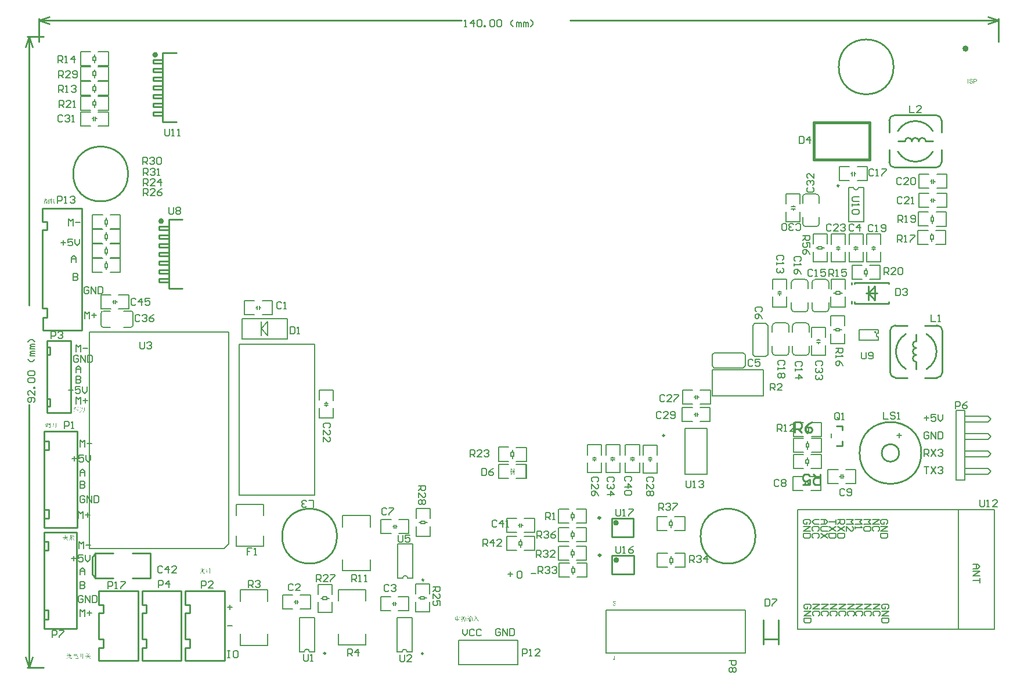
<source format=gto>
%FSLAX25Y25*%
%MOIN*%
G70*
G01*
G75*
%ADD10R,0.05100X0.05100*%
G04:AMPARAMS|DCode=11|XSize=94.49mil|YSize=29.13mil|CornerRadius=0.73mil|HoleSize=0mil|Usage=FLASHONLY|Rotation=270.000|XOffset=0mil|YOffset=0mil|HoleType=Round|Shape=RoundedRectangle|*
%AMROUNDEDRECTD11*
21,1,0.09449,0.02768,0,0,270.0*
21,1,0.09303,0.02913,0,0,270.0*
1,1,0.00146,-0.01384,-0.04652*
1,1,0.00146,-0.01384,0.04652*
1,1,0.00146,0.01384,0.04652*
1,1,0.00146,0.01384,-0.04652*
%
%ADD11ROUNDEDRECTD11*%
%ADD12R,0.03937X0.07087*%
%ADD13R,0.07087X0.03937*%
%ADD14R,0.04724X0.13780*%
%ADD15R,0.05906X0.03543*%
%ADD16R,0.09449X0.11024*%
%ADD17R,0.03150X0.07874*%
%ADD18O,0.07874X0.02362*%
%ADD19R,0.08465X0.04331*%
%ADD20R,0.08465X0.04331*%
%ADD21R,0.08465X0.13780*%
%ADD22R,0.37402X0.41339*%
%ADD23R,0.13780X0.03543*%
%ADD24R,0.08661X0.02362*%
%ADD25R,0.08661X0.02362*%
%ADD26R,0.06693X0.15748*%
%ADD27R,0.13465X0.04921*%
%ADD28R,0.04921X0.02756*%
%ADD29R,0.09843X0.07874*%
%ADD30R,0.13465X0.04724*%
%ADD31R,0.05080X0.05600*%
%ADD32R,0.20472X0.19200*%
%ADD33R,0.07874X0.07874*%
%ADD34R,0.07874X0.07874*%
%ADD35R,0.02165X0.03937*%
%ADD36R,0.05100X0.05100*%
%ADD37R,0.07087X0.04449*%
%ADD38R,0.07874X0.09843*%
%ADD39R,0.04449X0.07087*%
%ADD40C,0.01102*%
%ADD41C,0.03000*%
%ADD42C,0.04331*%
%ADD43C,0.01500*%
%ADD44C,0.02362*%
%ADD45C,0.05000*%
%ADD46C,0.01200*%
%ADD47C,0.02000*%
%ADD48C,0.04000*%
%ADD49C,0.08000*%
%ADD50C,0.10000*%
%ADD51C,0.01969*%
%ADD52C,0.02165*%
%ADD53R,0.03600X0.13800*%
%ADD54R,0.08000X0.29700*%
%ADD55R,0.07000X0.24600*%
%ADD56R,0.06600X0.24400*%
%ADD57R,0.06700X0.20500*%
%ADD58R,0.11300X0.13400*%
%ADD59R,0.09300X0.13200*%
%ADD60R,0.25100X0.17800*%
%ADD61R,0.16300X0.24200*%
%ADD62R,0.31100X0.30000*%
%ADD63R,0.17300X0.10200*%
%ADD64R,0.59000X0.07200*%
%ADD65R,0.10000X0.09200*%
%ADD66R,0.30300X0.11200*%
%ADD67C,0.00197*%
%ADD68C,0.03150*%
%ADD69R,0.11811X0.11811*%
%ADD70C,0.11811*%
%ADD71C,0.05906*%
%ADD72R,0.05906X0.05906*%
%ADD73C,0.04331*%
G04:AMPARAMS|DCode=74|XSize=43.31mil|YSize=43.31mil|CornerRadius=10.83mil|HoleSize=0mil|Usage=FLASHONLY|Rotation=90.000|XOffset=0mil|YOffset=0mil|HoleType=Round|Shape=RoundedRectangle|*
%AMROUNDEDRECTD74*
21,1,0.04331,0.02165,0,0,90.0*
21,1,0.02165,0.04331,0,0,90.0*
1,1,0.02165,0.01083,0.01083*
1,1,0.02165,0.01083,-0.01083*
1,1,0.02165,-0.01083,-0.01083*
1,1,0.02165,-0.01083,0.01083*
%
%ADD74ROUNDEDRECTD74*%
%ADD75C,0.05315*%
%ADD76R,0.05315X0.05315*%
G04:AMPARAMS|DCode=77|XSize=59.06mil|YSize=59.06mil|CornerRadius=14.76mil|HoleSize=0mil|Usage=FLASHONLY|Rotation=90.000|XOffset=0mil|YOffset=0mil|HoleType=Round|Shape=RoundedRectangle|*
%AMROUNDEDRECTD77*
21,1,0.05906,0.02953,0,0,90.0*
21,1,0.02953,0.05906,0,0,90.0*
1,1,0.02953,0.01476,0.01476*
1,1,0.02953,0.01476,-0.01476*
1,1,0.02953,-0.01476,-0.01476*
1,1,0.02953,-0.01476,0.01476*
%
%ADD77ROUNDEDRECTD77*%
%ADD78C,0.07874*%
%ADD79C,0.02000*%
%ADD80C,0.04000*%
%ADD81C,0.03000*%
%ADD82R,0.33700X0.13200*%
%ADD83R,0.09335X0.10100*%
%ADD84R,0.13100X1.68900*%
%ADD85R,0.41700X0.14400*%
%ADD86R,0.19200X0.39100*%
%ADD87R,0.79600X0.20200*%
%ADD88R,0.31800X0.32800*%
%ADD89R,0.10900X0.35200*%
%ADD90R,0.68339X0.12300*%
%ADD91R,0.10300X0.24700*%
%ADD92R,0.11900X0.16700*%
%ADD93R,0.13500X1.15100*%
%ADD94C,0.01000*%
%ADD95C,0.01575*%
%ADD96C,0.01181*%
%ADD97C,0.00984*%
%ADD98C,0.00787*%
%ADD99C,0.00700*%
%ADD100C,0.00600*%
%ADD101C,0.00500*%
%ADD102C,0.01524*%
%ADD103C,0.00394*%
%ADD104R,0.00898X0.08221*%
G36*
X-410611Y-354261D02*
X-410596Y-354273D01*
X-410572Y-354288D01*
X-410541Y-354308D01*
X-410506Y-354335D01*
X-410467Y-354366D01*
X-410377Y-354437D01*
X-410284Y-354511D01*
X-410241Y-354546D01*
X-410202Y-354585D01*
X-410163Y-354620D01*
X-410131Y-354655D01*
X-410108Y-354682D01*
X-410092Y-354710D01*
X-410088Y-354714D01*
X-410081Y-354729D01*
X-410073Y-354752D01*
X-410061Y-354780D01*
X-410038Y-354846D01*
X-410034Y-354877D01*
X-410030Y-354905D01*
Y-354908D01*
Y-354920D01*
X-410034Y-354936D01*
X-410038Y-354955D01*
X-410049Y-355002D01*
X-410065Y-355029D01*
X-410081Y-355057D01*
Y-355061D01*
X-410088Y-355068D01*
X-410108Y-355092D01*
X-410131Y-355115D01*
X-410143Y-355123D01*
X-410155Y-355127D01*
X-410159D01*
X-410163Y-355123D01*
X-410174Y-355115D01*
X-410186Y-355103D01*
X-410202Y-355080D01*
X-410217Y-355049D01*
X-410237Y-355002D01*
X-410245Y-354975D01*
X-410252Y-354944D01*
Y-354940D01*
X-410256Y-354932D01*
X-410260Y-354916D01*
X-410268Y-354897D01*
X-410280Y-354873D01*
X-410295Y-354842D01*
X-410311Y-354807D01*
X-410330Y-354768D01*
X-410354Y-354725D01*
X-410385Y-354678D01*
X-410416Y-354624D01*
X-410451Y-354565D01*
X-410490Y-354507D01*
X-410537Y-354440D01*
X-410588Y-354370D01*
X-410642Y-354300D01*
X-410615Y-354257D01*
X-410611Y-354261D01*
D02*
G37*
G36*
X-409359Y-354062D02*
X-409484Y-354191D01*
Y-355295D01*
X-409246D01*
X-409242Y-355291D01*
X-409234Y-355275D01*
X-409219Y-355248D01*
X-409199Y-355213D01*
X-409176Y-355170D01*
X-409149Y-355119D01*
X-409117Y-355061D01*
X-409082Y-354994D01*
X-409047Y-354924D01*
X-409012Y-354846D01*
X-408973Y-354764D01*
X-408934Y-354675D01*
X-408895Y-354585D01*
X-408856Y-354487D01*
X-408786Y-354288D01*
X-408493Y-354499D01*
X-408618Y-354569D01*
X-408622Y-354573D01*
X-408630Y-354589D01*
X-408649Y-354612D01*
X-408669Y-354639D01*
X-408696Y-354678D01*
X-408727Y-354721D01*
X-408763Y-354768D01*
X-408802Y-354823D01*
X-408887Y-354936D01*
X-408977Y-355057D01*
X-409071Y-355178D01*
X-409164Y-355295D01*
X-408493D01*
X-408294Y-355100D01*
X-408029Y-355377D01*
X-409176D01*
Y-356621D01*
Y-356625D01*
Y-356632D01*
Y-356644D01*
X-409172Y-356656D01*
X-409164Y-356695D01*
X-409149Y-356738D01*
X-409125Y-356781D01*
X-409086Y-356820D01*
X-409063Y-356831D01*
X-409035Y-356843D01*
X-409000Y-356851D01*
X-408965Y-356855D01*
X-408404D01*
X-408392Y-356851D01*
X-408376Y-356847D01*
X-408357Y-356839D01*
X-408333Y-356823D01*
X-408314Y-356800D01*
X-408294Y-356765D01*
X-408283Y-356722D01*
Y-356714D01*
X-408279Y-356706D01*
Y-356695D01*
X-408275Y-356675D01*
X-408271Y-356652D01*
Y-356625D01*
X-408267Y-356593D01*
X-408263Y-356554D01*
X-408255Y-356507D01*
X-408252Y-356457D01*
X-408248Y-356398D01*
X-408244Y-356332D01*
X-408240Y-356258D01*
X-408232Y-356176D01*
X-408228Y-356086D01*
X-408158D01*
Y-356090D01*
Y-356102D01*
Y-356121D01*
Y-356145D01*
Y-356176D01*
Y-356211D01*
X-408154Y-356285D01*
X-408150Y-356371D01*
X-408146Y-356453D01*
X-408139Y-356527D01*
X-408135Y-356558D01*
X-408131Y-356586D01*
Y-356589D01*
X-408123Y-356609D01*
X-408115Y-356632D01*
X-408096Y-356663D01*
X-408076Y-356695D01*
X-408045Y-356734D01*
X-408006Y-356769D01*
X-407959Y-356800D01*
Y-356804D01*
X-407963Y-356808D01*
X-407979Y-356831D01*
X-408006Y-356866D01*
X-408041Y-356905D01*
X-408088Y-356944D01*
X-408150Y-356979D01*
X-408224Y-357007D01*
X-408263Y-357018D01*
X-408310Y-357022D01*
X-409024D01*
X-409039Y-357018D01*
X-409063D01*
X-409090Y-357011D01*
X-409117Y-357003D01*
X-409184Y-356979D01*
X-409215Y-356964D01*
X-409246Y-356940D01*
X-409277Y-356913D01*
X-409305Y-356882D01*
X-409328Y-356843D01*
X-409344Y-356800D01*
X-409355Y-356749D01*
X-409359Y-356691D01*
Y-355377D01*
X-409901D01*
Y-355380D01*
Y-355384D01*
Y-355396D01*
X-409905Y-355412D01*
Y-355451D01*
X-409913Y-355505D01*
X-409921Y-355568D01*
X-409929Y-355646D01*
X-409940Y-355728D01*
X-409956Y-355813D01*
X-409972Y-355907D01*
X-409991Y-356004D01*
X-410018Y-356098D01*
X-410046Y-356195D01*
X-410077Y-356285D01*
X-410112Y-356375D01*
X-410151Y-356457D01*
X-410198Y-356531D01*
X-410202Y-356535D01*
X-410209Y-356546D01*
X-410225Y-356566D01*
X-410248Y-356593D01*
X-410280Y-356625D01*
X-410315Y-356660D01*
X-410361Y-356702D01*
X-410416Y-356745D01*
X-410478Y-356796D01*
X-410549Y-356847D01*
X-410631Y-356897D01*
X-410720Y-356952D01*
X-410822Y-357007D01*
X-410935Y-357057D01*
X-411056Y-357112D01*
X-411188Y-357163D01*
X-411204Y-357104D01*
X-411200D01*
X-411196Y-357100D01*
X-411173Y-357089D01*
X-411141Y-357073D01*
X-411095Y-357050D01*
X-411040Y-357022D01*
X-410982Y-356987D01*
X-410915Y-356948D01*
X-410841Y-356901D01*
X-410771Y-356855D01*
X-410697Y-356800D01*
X-410623Y-356745D01*
X-410553Y-356683D01*
X-410486Y-356621D01*
X-410428Y-356550D01*
X-410373Y-356480D01*
X-410330Y-356410D01*
X-410326Y-356406D01*
X-410323Y-356391D01*
X-410311Y-356371D01*
X-410299Y-356340D01*
X-410284Y-356301D01*
X-410264Y-356254D01*
X-410245Y-356195D01*
X-410225Y-356133D01*
X-410206Y-356063D01*
X-410186Y-355985D01*
X-410170Y-355903D01*
X-410151Y-355809D01*
X-410139Y-355712D01*
X-410127Y-355607D01*
X-410116Y-355493D01*
X-410112Y-355377D01*
X-410732D01*
X-410767Y-355380D01*
X-410810D01*
X-410861Y-355388D01*
X-410919Y-355396D01*
X-410978Y-355404D01*
X-411036Y-355419D01*
X-411161Y-355295D01*
X-409679D01*
Y-354483D01*
Y-354480D01*
Y-354472D01*
Y-354460D01*
Y-354444D01*
Y-354421D01*
Y-354394D01*
Y-354363D01*
Y-354331D01*
X-409683Y-354292D01*
Y-354249D01*
X-409687Y-354152D01*
X-409691Y-354043D01*
X-409695Y-353922D01*
X-409359Y-354062D01*
D02*
G37*
G36*
X-405876Y-354035D02*
X-405986Y-354132D01*
Y-354620D01*
X-405135D01*
X-404995Y-354480D01*
X-404800Y-354675D01*
X-404925Y-354772D01*
Y-354776D01*
Y-354784D01*
Y-354799D01*
Y-354819D01*
Y-354846D01*
Y-354877D01*
Y-354912D01*
Y-354951D01*
Y-355041D01*
Y-355142D01*
Y-355252D01*
Y-355365D01*
X-404921Y-355603D01*
Y-355720D01*
Y-355833D01*
X-404917Y-355938D01*
Y-356028D01*
Y-356071D01*
X-404913Y-356106D01*
Y-356141D01*
Y-356168D01*
X-405120Y-356266D01*
Y-356098D01*
X-405986D01*
Y-356730D01*
Y-356738D01*
X-405982Y-356753D01*
X-405978Y-356777D01*
X-405966Y-356804D01*
X-405943Y-356835D01*
X-405915Y-356858D01*
X-405873Y-356874D01*
X-405849Y-356882D01*
X-404851D01*
X-404835Y-356878D01*
X-404816Y-356870D01*
X-404792Y-356858D01*
X-404765Y-356839D01*
X-404745Y-356816D01*
X-404726Y-356781D01*
X-404718Y-356738D01*
Y-356730D01*
Y-356722D01*
X-404714Y-356710D01*
Y-356695D01*
X-404710Y-356675D01*
Y-356648D01*
X-404706Y-356621D01*
Y-356586D01*
X-404703Y-356546D01*
Y-356504D01*
X-404699Y-356453D01*
X-404695Y-356398D01*
X-404691Y-356340D01*
Y-356274D01*
X-404687Y-356199D01*
X-404617D01*
Y-356203D01*
Y-356215D01*
Y-356231D01*
Y-356254D01*
Y-356285D01*
X-404613Y-356316D01*
X-404609Y-356391D01*
X-404605Y-356469D01*
X-404597Y-356543D01*
X-404586Y-356613D01*
X-404578Y-356640D01*
X-404570Y-356663D01*
X-404566Y-356667D01*
X-404562Y-356683D01*
X-404551Y-356702D01*
X-404531Y-356726D01*
X-404511Y-356753D01*
X-404484Y-356784D01*
X-404457Y-356812D01*
X-404422Y-356839D01*
X-404426Y-356843D01*
X-404433Y-356858D01*
X-404445Y-356878D01*
X-404461Y-356901D01*
X-404484Y-356925D01*
X-404508Y-356952D01*
X-404535Y-356976D01*
X-404566Y-356999D01*
X-404570Y-357003D01*
X-404582Y-357007D01*
X-404601Y-357014D01*
X-404625Y-357022D01*
X-404660Y-357034D01*
X-404699Y-357042D01*
X-404745Y-357046D01*
X-404800Y-357050D01*
X-405915D01*
X-405935Y-357046D01*
X-405982Y-357034D01*
X-406036Y-357014D01*
X-406064Y-356999D01*
X-406091Y-356983D01*
X-406114Y-356960D01*
X-406138Y-356933D01*
X-406157Y-356901D01*
X-406173Y-356862D01*
X-406181Y-356820D01*
X-406185Y-356773D01*
Y-356098D01*
X-407019D01*
Y-356297D01*
X-407230Y-356394D01*
Y-356391D01*
Y-356371D01*
Y-356348D01*
X-407226Y-356312D01*
Y-356270D01*
Y-356219D01*
Y-356160D01*
X-407222Y-356094D01*
Y-356024D01*
Y-355946D01*
Y-355864D01*
X-407218Y-355782D01*
Y-355603D01*
Y-355416D01*
Y-355408D01*
Y-355392D01*
Y-355365D01*
Y-355330D01*
Y-355287D01*
Y-355236D01*
Y-355178D01*
Y-355111D01*
X-407222Y-355041D01*
Y-354971D01*
Y-354815D01*
X-407226Y-354655D01*
X-407230Y-354495D01*
X-407008Y-354620D01*
X-406185D01*
Y-354616D01*
Y-354600D01*
Y-354581D01*
Y-354550D01*
Y-354515D01*
Y-354476D01*
Y-354425D01*
Y-354374D01*
X-406188Y-354320D01*
Y-354261D01*
Y-354136D01*
X-406192Y-354008D01*
X-406196Y-353879D01*
X-405876Y-354035D01*
D02*
G37*
G36*
X-399613Y-353918D02*
X-399598Y-353926D01*
X-399578Y-353937D01*
X-399555Y-353949D01*
X-399527Y-353965D01*
X-399465Y-354000D01*
X-399399Y-354043D01*
X-399328Y-354089D01*
X-399262Y-354140D01*
X-399204Y-354187D01*
X-399196Y-354191D01*
X-399180Y-354206D01*
X-399161Y-354234D01*
X-399133Y-354265D01*
X-399106Y-354300D01*
X-399087Y-354339D01*
X-399071Y-354382D01*
X-399063Y-354425D01*
Y-354429D01*
Y-354437D01*
X-399067Y-354452D01*
X-399071Y-354472D01*
X-399075Y-354495D01*
X-399083Y-354519D01*
X-399098Y-354550D01*
X-399114Y-354581D01*
Y-354585D01*
X-399122Y-354593D01*
X-399137Y-354620D01*
X-399161Y-354651D01*
X-399168Y-354659D01*
X-399176Y-354663D01*
X-399180D01*
X-399184Y-354659D01*
X-399196Y-354651D01*
X-399211Y-354639D01*
X-399231Y-354616D01*
X-399250Y-354581D01*
X-399262Y-354557D01*
X-399274Y-354530D01*
X-399289Y-354503D01*
X-399301Y-354468D01*
Y-354464D01*
X-399305Y-354456D01*
X-399313Y-354440D01*
X-399321Y-354421D01*
X-399336Y-354394D01*
X-399348Y-354366D01*
X-399387Y-354296D01*
X-399438Y-354218D01*
X-399496Y-354129D01*
X-399570Y-354039D01*
X-399652Y-353949D01*
X-399625Y-353910D01*
X-399621D01*
X-399613Y-353918D01*
D02*
G37*
G36*
X-408720Y-286023D02*
X-408817Y-286105D01*
Y-287111D01*
X-408810Y-287107D01*
X-408790Y-287104D01*
X-408763Y-287092D01*
X-408724Y-287080D01*
X-408673Y-287065D01*
X-408619Y-287041D01*
X-408556Y-287022D01*
X-408490Y-286994D01*
X-408416Y-286967D01*
X-408342Y-286940D01*
X-408193Y-286873D01*
X-408045Y-286803D01*
X-407975Y-286768D01*
X-407909Y-286733D01*
X-407913Y-286729D01*
X-407921Y-286721D01*
X-407932Y-286710D01*
X-407948Y-286690D01*
X-407971Y-286667D01*
X-407995Y-286643D01*
X-408022Y-286612D01*
X-408053Y-286577D01*
X-408119Y-286495D01*
X-408193Y-286402D01*
X-408268Y-286300D01*
X-408342Y-286187D01*
X-408466Y-286230D01*
X-408580Y-286105D01*
X-407238D01*
X-407098Y-285980D01*
X-406903Y-286191D01*
X-407043Y-286245D01*
X-407047Y-286249D01*
X-407055Y-286257D01*
X-407070Y-286273D01*
X-407090Y-286292D01*
X-407117Y-286316D01*
X-407148Y-286347D01*
X-407183Y-286378D01*
X-407222Y-286413D01*
X-407312Y-286487D01*
X-407413Y-286569D01*
X-407527Y-286651D01*
X-407644Y-286733D01*
X-407640D01*
X-407636Y-286737D01*
X-407624Y-286745D01*
X-407605Y-286753D01*
X-407585Y-286760D01*
X-407562Y-286772D01*
X-407507Y-286795D01*
X-407437Y-286827D01*
X-407359Y-286854D01*
X-407269Y-286881D01*
X-407176Y-286909D01*
X-407172D01*
X-407164Y-286912D01*
X-407148D01*
X-407129Y-286920D01*
X-407105Y-286924D01*
X-407074Y-286928D01*
X-407039Y-286936D01*
X-407000Y-286944D01*
X-406957Y-286951D01*
X-406910Y-286959D01*
X-406809Y-286975D01*
X-406692Y-286990D01*
X-406567Y-287002D01*
Y-287041D01*
X-406571D01*
X-406575Y-287045D01*
X-406598Y-287049D01*
X-406630Y-287061D01*
X-406669Y-287080D01*
X-406711Y-287104D01*
X-406750Y-287135D01*
X-406782Y-287178D01*
X-406805Y-287224D01*
X-406809D01*
X-406817Y-287221D01*
X-406832Y-287217D01*
X-406852Y-287213D01*
X-406875Y-287205D01*
X-406903Y-287197D01*
X-406969Y-287178D01*
X-407043Y-287154D01*
X-407129Y-287127D01*
X-407219Y-287096D01*
X-407308Y-287065D01*
X-407312D01*
X-407320Y-287061D01*
X-407332Y-287053D01*
X-407347Y-287049D01*
X-407371Y-287037D01*
X-407394Y-287025D01*
X-407456Y-286998D01*
X-407527Y-286963D01*
X-407601Y-286920D01*
X-407687Y-286873D01*
X-407768Y-286819D01*
X-407776Y-286823D01*
X-407788Y-286830D01*
X-407800Y-286834D01*
X-407819Y-286846D01*
X-407842Y-286858D01*
X-407870Y-286870D01*
X-407901Y-286885D01*
X-407940Y-286901D01*
X-407983Y-286920D01*
X-408030Y-286940D01*
X-408080Y-286959D01*
X-408139Y-286983D01*
X-408201Y-287006D01*
X-408268Y-287029D01*
X-408342Y-287057D01*
X-408147Y-287240D01*
X-408272Y-287252D01*
X-408275Y-287256D01*
X-408287Y-287260D01*
X-408307Y-287271D01*
X-408334Y-287287D01*
X-408365Y-287302D01*
X-408400Y-287326D01*
X-408443Y-287345D01*
X-408486Y-287373D01*
X-408580Y-287423D01*
X-408677Y-287478D01*
X-408771Y-287529D01*
X-408817Y-287552D01*
X-408856Y-287575D01*
X-408014D01*
X-408010Y-287568D01*
X-407999Y-287560D01*
X-407983Y-287552D01*
X-407940Y-287521D01*
X-407889Y-287482D01*
X-407827Y-287431D01*
X-407753Y-287373D01*
X-407679Y-287310D01*
X-407601Y-287240D01*
X-407390Y-287462D01*
X-407530Y-287478D01*
X-407534D01*
X-407546Y-287486D01*
X-407570Y-287493D01*
X-407597Y-287509D01*
X-407632Y-287525D01*
X-407671Y-287544D01*
X-407714Y-287564D01*
X-407764Y-287587D01*
X-407874Y-287638D01*
X-407991Y-287692D01*
X-408112Y-287751D01*
X-408229Y-287809D01*
X-408232D01*
X-408244Y-287817D01*
X-408260Y-287825D01*
X-408283Y-287837D01*
X-408314Y-287852D01*
X-408350Y-287868D01*
X-408389Y-287887D01*
X-408431Y-287911D01*
X-408529Y-287954D01*
X-408638Y-288004D01*
X-408751Y-288055D01*
X-408872Y-288106D01*
X-407347Y-288078D01*
X-407351Y-288075D01*
X-407371Y-288059D01*
X-407398Y-288036D01*
X-407437Y-288004D01*
X-407488Y-287965D01*
X-407550Y-287919D01*
X-407624Y-287868D01*
X-407714Y-287813D01*
X-407683Y-287770D01*
X-407675D01*
X-407659Y-287778D01*
X-407632Y-287786D01*
X-407597Y-287802D01*
X-407554Y-287813D01*
X-407507Y-287833D01*
X-407456Y-287852D01*
X-407402Y-287872D01*
X-407289Y-287919D01*
X-407238Y-287938D01*
X-407187Y-287962D01*
X-407140Y-287985D01*
X-407105Y-288008D01*
X-407074Y-288028D01*
X-407051Y-288047D01*
X-407047Y-288051D01*
X-407035Y-288063D01*
X-407020Y-288082D01*
X-407004Y-288106D01*
X-406988Y-288133D01*
X-406973Y-288164D01*
X-406961Y-288199D01*
X-406957Y-288231D01*
Y-288234D01*
Y-288242D01*
X-406961Y-288254D01*
X-406965Y-288270D01*
X-406969Y-288289D01*
X-406977Y-288313D01*
X-406988Y-288344D01*
Y-288348D01*
X-406992Y-288355D01*
X-407004Y-288383D01*
X-407023Y-288414D01*
X-407031Y-288422D01*
X-407043Y-288426D01*
X-407047D01*
X-407062Y-288418D01*
X-407070Y-288410D01*
X-407086Y-288394D01*
X-407098Y-288379D01*
X-407113Y-288355D01*
X-407117Y-288351D01*
X-407129Y-288336D01*
X-407144Y-288316D01*
X-407168Y-288289D01*
X-407191Y-288254D01*
X-407222Y-288219D01*
X-407293Y-288145D01*
X-407316D01*
X-407339Y-288149D01*
X-407374Y-288153D01*
X-407413Y-288157D01*
X-407464Y-288160D01*
X-407515Y-288164D01*
X-407573Y-288168D01*
X-407698Y-288176D01*
X-407831Y-288188D01*
X-407960Y-288195D01*
X-408018Y-288199D01*
X-408076Y-288203D01*
Y-288800D01*
Y-288808D01*
Y-288823D01*
X-408080Y-288851D01*
X-408084Y-288886D01*
X-408092Y-288921D01*
X-408104Y-288960D01*
X-408119Y-288995D01*
X-408139Y-289026D01*
X-408143Y-289030D01*
X-408151Y-289038D01*
X-408166Y-289054D01*
X-408190Y-289073D01*
X-408221Y-289092D01*
X-408264Y-289116D01*
X-408311Y-289139D01*
X-408369Y-289163D01*
Y-289159D01*
Y-289155D01*
X-408377Y-289135D01*
X-408392Y-289104D01*
X-408408Y-289085D01*
X-408424Y-289065D01*
X-408443Y-289046D01*
X-408470Y-289022D01*
X-408502Y-289003D01*
X-408541Y-288979D01*
X-408583Y-288960D01*
X-408634Y-288936D01*
X-408693Y-288917D01*
X-408759Y-288897D01*
Y-288839D01*
X-408743D01*
X-408728Y-288843D01*
X-408708Y-288847D01*
X-408681D01*
X-408654Y-288851D01*
X-408587Y-288859D01*
X-408517Y-288866D01*
X-408451Y-288870D01*
X-408392Y-288874D01*
X-408346D01*
X-408334Y-288870D01*
X-408318Y-288866D01*
X-408303Y-288859D01*
X-408287Y-288847D01*
X-408272Y-288827D01*
X-408260Y-288804D01*
X-408256Y-288773D01*
Y-288215D01*
X-408275D01*
X-408291Y-288219D01*
X-408326D01*
X-408377Y-288227D01*
X-408439Y-288231D01*
X-408509Y-288238D01*
X-408583Y-288246D01*
X-408662Y-288254D01*
X-408825Y-288274D01*
X-408907Y-288285D01*
X-408981Y-288297D01*
X-409052Y-288313D01*
X-409114Y-288324D01*
X-409165Y-288340D01*
X-409207Y-288355D01*
X-409332Y-288118D01*
X-409325D01*
X-409305Y-288110D01*
X-409274Y-288102D01*
X-409231Y-288090D01*
X-409176Y-288075D01*
X-409114Y-288059D01*
X-409044Y-288039D01*
X-408966Y-288016D01*
X-408962D01*
X-408954Y-288012D01*
X-408942Y-288008D01*
X-408923Y-288000D01*
X-408895Y-287993D01*
X-408864Y-287977D01*
X-408825Y-287962D01*
X-408778Y-287946D01*
X-408724Y-287923D01*
X-408662Y-287895D01*
X-408591Y-287864D01*
X-408513Y-287829D01*
X-408427Y-287790D01*
X-408334Y-287747D01*
X-408229Y-287696D01*
X-408115Y-287642D01*
X-408151D01*
X-408190Y-287646D01*
X-408240Y-287649D01*
X-408299Y-287653D01*
X-408369Y-287661D01*
X-408443Y-287669D01*
X-408521Y-287677D01*
X-408685Y-287696D01*
X-408763Y-287708D01*
X-408837Y-287720D01*
X-408903Y-287731D01*
X-408966Y-287747D01*
X-409013Y-287763D01*
X-409052Y-287782D01*
X-409165Y-287560D01*
X-409157D01*
X-409137Y-287556D01*
X-409110Y-287552D01*
X-409067Y-287540D01*
X-409013Y-287525D01*
X-408954Y-287501D01*
X-408880Y-287466D01*
X-408802Y-287419D01*
X-408798D01*
X-408790Y-287412D01*
X-408778Y-287404D01*
X-408763Y-287392D01*
X-408743Y-287380D01*
X-408720Y-287365D01*
X-408662Y-287322D01*
X-408595Y-287267D01*
X-408517Y-287209D01*
X-408439Y-287135D01*
X-408353Y-287057D01*
X-408357D01*
X-408365Y-287061D01*
X-408377Y-287065D01*
X-408392Y-287068D01*
X-408416Y-287076D01*
X-408439Y-287080D01*
X-408502Y-287100D01*
X-408572Y-287119D01*
X-408650Y-287139D01*
X-408732Y-287162D01*
X-408817Y-287181D01*
Y-287240D01*
X-409013Y-287322D01*
Y-287318D01*
Y-287302D01*
Y-287279D01*
X-409009Y-287252D01*
Y-287213D01*
Y-287170D01*
X-409005Y-287119D01*
Y-287065D01*
Y-287006D01*
X-409001Y-286944D01*
Y-286807D01*
X-408997Y-286667D01*
Y-286522D01*
Y-286519D01*
Y-286507D01*
Y-286483D01*
Y-286456D01*
Y-286425D01*
Y-286386D01*
Y-286343D01*
Y-286296D01*
X-409001Y-286191D01*
X-409005Y-286082D01*
X-409009Y-285972D01*
X-409013Y-285867D01*
X-408720Y-286023D01*
D02*
G37*
G36*
X-409305Y-286245D02*
X-409403Y-286343D01*
Y-286347D01*
Y-286351D01*
Y-286363D01*
Y-286378D01*
Y-286413D01*
Y-286464D01*
Y-286522D01*
Y-286589D01*
Y-286659D01*
Y-286729D01*
Y-286733D01*
Y-286737D01*
Y-286760D01*
Y-286799D01*
X-409399Y-286846D01*
Y-286905D01*
X-409395Y-286971D01*
X-409391Y-287037D01*
X-409387Y-287111D01*
X-409586Y-287224D01*
Y-287221D01*
Y-287213D01*
Y-287197D01*
X-409582Y-287174D01*
Y-287146D01*
Y-287115D01*
X-409578Y-287080D01*
Y-287041D01*
X-409574Y-286947D01*
Y-286846D01*
X-409570Y-286737D01*
Y-286624D01*
Y-286620D01*
Y-286608D01*
Y-286593D01*
Y-286573D01*
Y-286546D01*
Y-286515D01*
Y-286444D01*
X-409574Y-286363D01*
X-409578Y-286277D01*
X-409582Y-286187D01*
X-409586Y-286105D01*
X-409305Y-286245D01*
D02*
G37*
G36*
X-400966Y-354285D02*
X-401766D01*
Y-355334D01*
X-401317D01*
X-401095Y-355111D01*
X-400787Y-355416D01*
X-401766D01*
Y-356507D01*
Y-356511D01*
Y-356519D01*
Y-356535D01*
Y-356554D01*
Y-356578D01*
Y-356605D01*
X-401762Y-356671D01*
Y-356749D01*
X-401758Y-356835D01*
X-401754Y-356929D01*
X-401750Y-357022D01*
X-401988Y-357104D01*
Y-357100D01*
Y-357085D01*
Y-357065D01*
X-401984Y-357034D01*
Y-356999D01*
Y-356956D01*
X-401980Y-356909D01*
Y-356858D01*
X-401976Y-356749D01*
Y-356628D01*
X-401973Y-356511D01*
Y-356394D01*
Y-355416D01*
X-402838D01*
Y-355423D01*
Y-355443D01*
X-402842Y-355474D01*
X-402846Y-355517D01*
X-402850Y-355568D01*
X-402858Y-355626D01*
X-402866Y-355696D01*
X-402877Y-355767D01*
X-402893Y-355844D01*
X-402913Y-355926D01*
X-402932Y-356008D01*
X-402959Y-356094D01*
X-402987Y-356176D01*
X-403022Y-356262D01*
X-403061Y-356340D01*
X-403108Y-356418D01*
X-403111Y-356422D01*
X-403119Y-356433D01*
X-403135Y-356457D01*
X-403154Y-356484D01*
X-403186Y-356519D01*
X-403217Y-356558D01*
X-403260Y-356605D01*
X-403306Y-356656D01*
X-403361Y-356710D01*
X-403423Y-356765D01*
X-403494Y-356827D01*
X-403572Y-356886D01*
X-403657Y-356948D01*
X-403747Y-357011D01*
X-403849Y-357073D01*
X-403958Y-357135D01*
X-404001Y-357092D01*
X-403997Y-357089D01*
X-403981Y-357081D01*
X-403958Y-357061D01*
X-403927Y-357042D01*
X-403888Y-357014D01*
X-403841Y-356979D01*
X-403794Y-356940D01*
X-403739Y-356897D01*
X-403685Y-356851D01*
X-403626Y-356800D01*
X-403513Y-356687D01*
X-403400Y-356562D01*
X-403349Y-356496D01*
X-403302Y-356426D01*
X-403299Y-356422D01*
X-403291Y-356406D01*
X-403279Y-356387D01*
X-403264Y-356355D01*
X-403248Y-356320D01*
X-403225Y-356274D01*
X-403205Y-356219D01*
X-403182Y-356156D01*
X-403158Y-356090D01*
X-403135Y-356012D01*
X-403115Y-355930D01*
X-403096Y-355841D01*
X-403076Y-355743D01*
X-403065Y-355642D01*
X-403053Y-355533D01*
X-403049Y-355416D01*
X-403626D01*
X-403661Y-355419D01*
X-403704D01*
X-403755Y-355427D01*
X-403813Y-355435D01*
X-403872Y-355443D01*
X-403930Y-355458D01*
X-404055Y-355334D01*
X-403049D01*
Y-354285D01*
X-403431D01*
X-403466Y-354288D01*
X-403509D01*
X-403560Y-354296D01*
X-403618Y-354304D01*
X-403677Y-354312D01*
X-403735Y-354327D01*
X-403860Y-354203D01*
X-401470D01*
X-401263Y-353992D01*
X-400966Y-354285D01*
D02*
G37*
G36*
X-397987Y-354105D02*
X-398154Y-354175D01*
X-398158Y-354179D01*
X-398166Y-354191D01*
X-398178Y-354210D01*
X-398194Y-354234D01*
X-398217Y-354265D01*
X-398240Y-354300D01*
X-398268Y-354343D01*
X-398295Y-354386D01*
X-398361Y-354476D01*
X-398431Y-354573D01*
X-398505Y-354671D01*
X-398576Y-354760D01*
X-397850D01*
X-397655Y-354565D01*
X-397375Y-354842D01*
X-398743D01*
Y-354846D01*
Y-354858D01*
Y-354877D01*
X-398747Y-354905D01*
Y-354940D01*
Y-354979D01*
X-398751Y-355026D01*
Y-355076D01*
X-398755Y-355131D01*
X-398759Y-355189D01*
X-398767Y-355318D01*
X-398775Y-355458D01*
X-398786Y-355603D01*
X-397722D01*
X-397515Y-355392D01*
X-397218Y-355685D01*
X-398603D01*
Y-355689D01*
X-398595Y-355700D01*
X-398587Y-355720D01*
X-398580Y-355747D01*
X-398564Y-355778D01*
X-398548Y-355817D01*
X-398525Y-355860D01*
X-398502Y-355911D01*
X-398470Y-355961D01*
X-398439Y-356016D01*
X-398404Y-356075D01*
X-398361Y-356137D01*
X-398318Y-356195D01*
X-398268Y-356262D01*
X-398217Y-356324D01*
X-398158Y-356387D01*
X-398154Y-356391D01*
X-398143Y-356402D01*
X-398123Y-356418D01*
X-398100Y-356441D01*
X-398065Y-356469D01*
X-398022Y-356500D01*
X-397975Y-356535D01*
X-397920Y-356574D01*
X-397858Y-356613D01*
X-397788Y-356652D01*
X-397710Y-356695D01*
X-397624Y-356734D01*
X-397534Y-356777D01*
X-397437Y-356812D01*
X-397332Y-356851D01*
X-397218Y-356882D01*
Y-356925D01*
X-397230D01*
X-397238Y-356929D01*
X-397254D01*
X-397293Y-356940D01*
X-397343Y-356952D01*
X-397394Y-356976D01*
X-397445Y-357007D01*
X-397492Y-357053D01*
X-397527Y-357108D01*
X-397531Y-357104D01*
X-397542Y-357100D01*
X-397562Y-357089D01*
X-397589Y-357073D01*
X-397624Y-357053D01*
X-397663Y-357030D01*
X-397706Y-357003D01*
X-397757Y-356968D01*
X-397862Y-356894D01*
X-397979Y-356804D01*
X-398100Y-356702D01*
X-398221Y-356586D01*
X-398225Y-356582D01*
X-398233Y-356570D01*
X-398252Y-356550D01*
X-398271Y-356527D01*
X-398299Y-356492D01*
X-398326Y-356453D01*
X-398361Y-356402D01*
X-398396Y-356351D01*
X-398435Y-356289D01*
X-398470Y-356223D01*
X-398509Y-356149D01*
X-398548Y-356067D01*
X-398587Y-355981D01*
X-398622Y-355887D01*
X-398658Y-355790D01*
X-398689Y-355685D01*
X-398798D01*
Y-355689D01*
X-398806Y-355708D01*
X-398814Y-355735D01*
X-398825Y-355770D01*
X-398841Y-355817D01*
X-398860Y-355868D01*
X-398884Y-355926D01*
X-398911Y-355989D01*
X-398946Y-356059D01*
X-398985Y-356129D01*
X-399028Y-356203D01*
X-399079Y-356277D01*
X-399133Y-356355D01*
X-399196Y-356430D01*
X-399262Y-356504D01*
X-399336Y-356574D01*
X-399340Y-356578D01*
X-399356Y-356589D01*
X-399379Y-356609D01*
X-399410Y-356632D01*
X-399453Y-356663D01*
X-399504Y-356702D01*
X-399558Y-356741D01*
X-399625Y-356784D01*
X-399699Y-356827D01*
X-399781Y-356874D01*
X-399870Y-356925D01*
X-399968Y-356972D01*
X-400069Y-357018D01*
X-400182Y-357065D01*
X-400300Y-357108D01*
X-400420Y-357151D01*
X-400432Y-357092D01*
X-400428D01*
X-400424Y-357089D01*
X-400401Y-357077D01*
X-400366Y-357061D01*
X-400315Y-357038D01*
X-400257Y-357011D01*
X-400190Y-356976D01*
X-400116Y-356937D01*
X-400038Y-356894D01*
X-399956Y-356847D01*
X-399870Y-356796D01*
X-399703Y-356679D01*
X-399621Y-356621D01*
X-399547Y-356554D01*
X-399477Y-356488D01*
X-399414Y-356422D01*
X-399410Y-356418D01*
X-399402Y-356406D01*
X-399387Y-356387D01*
X-399363Y-356359D01*
X-399340Y-356324D01*
X-399313Y-356285D01*
X-399282Y-356238D01*
X-399247Y-356192D01*
X-399215Y-356137D01*
X-399180Y-356079D01*
X-399114Y-355954D01*
X-399055Y-355821D01*
X-399028Y-355755D01*
X-399009Y-355685D01*
X-400003D01*
X-400038Y-355689D01*
X-400081D01*
X-400136Y-355696D01*
X-400190Y-355704D01*
X-400249Y-355712D01*
X-400307Y-355728D01*
X-400432Y-355603D01*
X-398993D01*
Y-355599D01*
Y-355587D01*
X-398989Y-355572D01*
Y-355548D01*
X-398985Y-355517D01*
Y-355482D01*
X-398981Y-355439D01*
X-398977Y-355392D01*
Y-355338D01*
X-398973Y-355283D01*
Y-355221D01*
X-398970Y-355150D01*
Y-355080D01*
X-398966Y-355006D01*
Y-354842D01*
X-399824D01*
X-399859Y-354846D01*
X-399902D01*
X-399952Y-354854D01*
X-400011Y-354862D01*
X-400069Y-354870D01*
X-400128Y-354885D01*
X-400253Y-354760D01*
X-398673D01*
Y-354756D01*
X-398669Y-354752D01*
X-398661Y-354741D01*
X-398654Y-354725D01*
X-398630Y-354686D01*
X-398603Y-354632D01*
X-398572Y-354565D01*
X-398537Y-354487D01*
X-398498Y-354401D01*
X-398463Y-354308D01*
Y-354304D01*
X-398459Y-354296D01*
X-398455Y-354285D01*
X-398447Y-354265D01*
X-398439Y-354242D01*
X-398428Y-354218D01*
X-398408Y-354156D01*
X-398385Y-354089D01*
X-398361Y-354015D01*
X-398342Y-353945D01*
X-398322Y-353879D01*
X-397987Y-354105D01*
D02*
G37*
G36*
X-328205Y-305264D02*
X-328248D01*
X-328283Y-305268D01*
X-328326Y-305271D01*
X-328373Y-305275D01*
X-328431Y-305283D01*
X-328498Y-305291D01*
X-328505D01*
X-328517Y-305295D01*
X-328533D01*
X-328572Y-305303D01*
X-328622Y-305307D01*
X-328681Y-305314D01*
X-328751Y-305326D01*
X-328825Y-305334D01*
X-328903Y-305346D01*
Y-306437D01*
X-328384D01*
X-328178Y-306242D01*
X-327967Y-306519D01*
X-328903D01*
Y-307736D01*
Y-307740D01*
Y-307748D01*
Y-307760D01*
Y-307779D01*
Y-307799D01*
Y-307826D01*
X-328899Y-307884D01*
X-328895Y-307955D01*
X-328891Y-308033D01*
X-328876Y-308192D01*
X-329114Y-308263D01*
Y-308259D01*
Y-308239D01*
Y-308212D01*
X-329110Y-308173D01*
Y-308118D01*
Y-308052D01*
X-329106Y-307974D01*
Y-307877D01*
Y-307826D01*
Y-307767D01*
X-329102Y-307705D01*
Y-307643D01*
Y-307572D01*
Y-307498D01*
Y-307420D01*
Y-307338D01*
X-329098Y-307253D01*
Y-307163D01*
Y-307065D01*
Y-306968D01*
Y-306863D01*
Y-306753D01*
Y-306640D01*
Y-306519D01*
X-329660D01*
X-329695Y-306523D01*
X-329738D01*
X-329792Y-306531D01*
X-329847Y-306539D01*
X-329906Y-306547D01*
X-329964Y-306562D01*
X-330089Y-306437D01*
X-329098D01*
Y-305388D01*
X-329114D01*
X-329129Y-305392D01*
X-329157Y-305396D01*
X-329188Y-305400D01*
X-329223Y-305404D01*
X-329266Y-305412D01*
X-329317Y-305416D01*
X-329371Y-305423D01*
X-329430Y-305431D01*
X-329496Y-305439D01*
X-329562Y-305447D01*
X-329636Y-305455D01*
X-329714Y-305466D01*
X-329882Y-305486D01*
Y-305431D01*
X-329878D01*
X-329863Y-305427D01*
X-329839Y-305423D01*
X-329804Y-305420D01*
X-329765Y-305412D01*
X-329718Y-305400D01*
X-329664Y-305392D01*
X-329601Y-305381D01*
X-329535Y-305365D01*
X-329469Y-305349D01*
X-329317Y-305314D01*
X-329157Y-305275D01*
X-328989Y-305228D01*
X-328985D01*
X-328970Y-305221D01*
X-328946Y-305217D01*
X-328919Y-305205D01*
X-328880Y-305193D01*
X-328841Y-305182D01*
X-328751Y-305151D01*
X-328654Y-305115D01*
X-328564Y-305080D01*
X-328521Y-305061D01*
X-328482Y-305045D01*
X-328451Y-305026D01*
X-328427Y-305010D01*
X-328205Y-305264D01*
D02*
G37*
G36*
X-421058Y-93146D02*
X-421183Y-93204D01*
Y-95564D01*
Y-95572D01*
Y-95587D01*
X-421187Y-95610D01*
X-421191Y-95642D01*
X-421199Y-95677D01*
X-421210Y-95712D01*
X-421226Y-95747D01*
X-421246Y-95778D01*
X-421249Y-95782D01*
X-421257Y-95790D01*
X-421273Y-95806D01*
X-421296Y-95825D01*
X-421327Y-95845D01*
X-421363Y-95868D01*
X-421409Y-95887D01*
X-421464Y-95911D01*
Y-95907D01*
X-421468Y-95903D01*
X-421476Y-95884D01*
X-421495Y-95852D01*
X-421523Y-95813D01*
X-421546Y-95790D01*
X-421569Y-95767D01*
X-421600Y-95747D01*
X-421632Y-95720D01*
X-421674Y-95696D01*
X-421718Y-95673D01*
X-421768Y-95653D01*
X-421827Y-95630D01*
Y-95579D01*
X-421823D01*
X-421811Y-95583D01*
X-421795D01*
X-421776Y-95587D01*
X-421749Y-95591D01*
X-421721Y-95595D01*
X-421655Y-95603D01*
X-421589Y-95610D01*
X-421526Y-95618D01*
X-421499Y-95622D01*
X-421433D01*
X-421425Y-95618D01*
X-421413Y-95614D01*
X-421402Y-95603D01*
X-421390Y-95587D01*
X-421378Y-95568D01*
X-421370Y-95536D01*
X-421366Y-95494D01*
Y-94448D01*
X-421370Y-94452D01*
X-421382Y-94464D01*
X-421398Y-94480D01*
X-421417Y-94503D01*
X-421444Y-94534D01*
X-421472Y-94565D01*
X-421534Y-94639D01*
X-421600Y-94721D01*
X-421667Y-94799D01*
X-421694Y-94838D01*
X-421721Y-94873D01*
X-421741Y-94908D01*
X-421757Y-94936D01*
X-421909Y-94741D01*
X-421901Y-94737D01*
X-421893Y-94733D01*
X-421881Y-94729D01*
X-421866Y-94721D01*
X-421846Y-94710D01*
X-421823Y-94694D01*
X-421795Y-94674D01*
X-421760Y-94655D01*
X-421721Y-94628D01*
X-421678Y-94596D01*
X-421628Y-94557D01*
X-421573Y-94515D01*
X-421511Y-94468D01*
X-421441Y-94413D01*
X-421366Y-94351D01*
Y-93146D01*
X-421394D01*
X-421429Y-93150D01*
X-421468D01*
X-421519Y-93157D01*
X-421573Y-93165D01*
X-421628Y-93173D01*
X-421686Y-93189D01*
X-421811Y-93064D01*
X-421378D01*
X-421253Y-92939D01*
X-421058Y-93146D01*
D02*
G37*
G36*
X-419783Y-92826D02*
X-419787D01*
X-419795Y-92834D01*
X-419806Y-92845D01*
X-419822Y-92861D01*
X-419842Y-92880D01*
X-419861Y-92904D01*
X-419881Y-92931D01*
X-419896Y-92966D01*
Y-92970D01*
X-419904Y-92986D01*
X-419912Y-93009D01*
X-419923Y-93044D01*
X-419935Y-93091D01*
X-419955Y-93150D01*
X-419974Y-93220D01*
X-419994Y-93302D01*
X-419627D01*
X-419459Y-93134D01*
X-419237Y-93384D01*
X-420021D01*
X-420271Y-94210D01*
X-419923D01*
Y-94207D01*
Y-94199D01*
Y-94183D01*
Y-94164D01*
Y-94140D01*
Y-94109D01*
Y-94074D01*
Y-94039D01*
X-419927Y-93949D01*
Y-93852D01*
X-419931Y-93742D01*
X-419935Y-93625D01*
X-419615Y-93762D01*
X-419740Y-93859D01*
Y-94210D01*
X-419561D01*
X-419405Y-94043D01*
X-419182Y-94292D01*
X-419740D01*
Y-94854D01*
X-419124Y-94713D01*
X-419112Y-94756D01*
X-419740Y-94979D01*
Y-94986D01*
Y-95006D01*
Y-95037D01*
Y-95080D01*
Y-95131D01*
Y-95189D01*
Y-95252D01*
Y-95322D01*
X-419736Y-95470D01*
Y-95618D01*
X-419732Y-95692D01*
Y-95763D01*
X-419728Y-95825D01*
Y-95884D01*
X-419935Y-95969D01*
Y-95961D01*
Y-95946D01*
Y-95919D01*
X-419931Y-95884D01*
Y-95837D01*
Y-95786D01*
Y-95724D01*
X-419927Y-95657D01*
Y-95587D01*
Y-95513D01*
X-419923Y-95357D01*
Y-95193D01*
Y-95033D01*
X-419931Y-95037D01*
X-419947Y-95041D01*
X-419974Y-95053D01*
X-420009Y-95065D01*
X-420052Y-95080D01*
X-420099Y-95100D01*
X-420200Y-95143D01*
X-420310Y-95189D01*
X-420360Y-95213D01*
X-420407Y-95236D01*
X-420446Y-95259D01*
X-420481Y-95279D01*
X-420508Y-95298D01*
X-420524Y-95314D01*
X-420676Y-95065D01*
X-420672D01*
X-420657Y-95061D01*
X-420637Y-95057D01*
X-420606Y-95049D01*
X-420571Y-95041D01*
X-420528Y-95033D01*
X-420477Y-95022D01*
X-420427Y-95010D01*
X-420368Y-94998D01*
X-420310Y-94986D01*
X-420181Y-94959D01*
X-420052Y-94928D01*
X-419923Y-94897D01*
Y-94292D01*
X-420271D01*
X-420395Y-94405D01*
X-420551Y-94195D01*
X-420547Y-94191D01*
X-420536Y-94187D01*
X-420520Y-94171D01*
X-420501Y-94152D01*
X-420473Y-94121D01*
X-420446Y-94082D01*
X-420419Y-94031D01*
X-420391Y-93969D01*
Y-93965D01*
X-420388Y-93961D01*
X-420384Y-93949D01*
X-420376Y-93933D01*
X-420372Y-93914D01*
X-420360Y-93887D01*
X-420353Y-93859D01*
X-420341Y-93824D01*
X-420329Y-93785D01*
X-420314Y-93742D01*
X-420298Y-93696D01*
X-420286Y-93641D01*
X-420267Y-93582D01*
X-420251Y-93520D01*
X-420235Y-93454D01*
X-420216Y-93384D01*
X-420243D01*
X-420278Y-93388D01*
X-420317D01*
X-420368Y-93395D01*
X-420423Y-93403D01*
X-420477Y-93411D01*
X-420536Y-93427D01*
X-420665Y-93302D01*
X-420189D01*
Y-93298D01*
X-420185Y-93290D01*
X-420181Y-93274D01*
X-420177Y-93251D01*
X-420169Y-93224D01*
X-420161Y-93192D01*
X-420154Y-93157D01*
X-420146Y-93115D01*
X-420126Y-93021D01*
X-420103Y-92919D01*
X-420083Y-92806D01*
X-420060Y-92686D01*
X-419783Y-92826D01*
D02*
G37*
G36*
X-418176Y-92853D02*
X-418317Y-92951D01*
X-418414Y-93372D01*
X-417966D01*
X-417786Y-93189D01*
X-417533Y-93454D01*
X-418426D01*
X-418582Y-94043D01*
X-417857D01*
X-417658Y-93859D01*
X-417408Y-94125D01*
X-418594D01*
X-418750Y-94600D01*
X-418036D01*
X-417923Y-94476D01*
X-417673Y-94725D01*
X-417677D01*
X-417681Y-94729D01*
X-417704Y-94737D01*
X-417739Y-94749D01*
X-417786Y-94772D01*
X-417841Y-94807D01*
X-417899Y-94854D01*
X-417962Y-94912D01*
X-417993Y-94947D01*
X-418024Y-94986D01*
Y-94990D01*
X-418032Y-94994D01*
X-418040Y-95006D01*
X-418051Y-95022D01*
X-418083Y-95065D01*
X-418126Y-95123D01*
X-418172Y-95189D01*
X-418227Y-95263D01*
X-418286Y-95341D01*
X-418344Y-95427D01*
X-418340D01*
X-418328Y-95435D01*
X-418313Y-95443D01*
X-418289Y-95451D01*
X-418266Y-95466D01*
X-418235Y-95482D01*
X-418172Y-95513D01*
X-418106Y-95552D01*
X-418048Y-95595D01*
X-418024Y-95614D01*
X-418005Y-95634D01*
X-417989Y-95653D01*
X-417981Y-95673D01*
Y-95677D01*
X-417977Y-95688D01*
X-417973Y-95708D01*
X-417970Y-95731D01*
Y-95763D01*
Y-95794D01*
X-417973Y-95825D01*
X-417981Y-95860D01*
Y-95864D01*
X-417985Y-95876D01*
X-417993Y-95891D01*
X-417997Y-95907D01*
X-418005Y-95922D01*
X-418016Y-95938D01*
X-418024Y-95950D01*
X-418036Y-95954D01*
X-418044D01*
X-418063Y-95946D01*
X-418079Y-95938D01*
X-418094Y-95922D01*
X-418114Y-95907D01*
X-418133Y-95884D01*
X-418137Y-95876D01*
X-418157Y-95860D01*
X-418184Y-95829D01*
X-418223Y-95794D01*
X-418274Y-95747D01*
X-418332Y-95696D01*
X-418399Y-95638D01*
X-418477Y-95579D01*
X-418480Y-95575D01*
X-418484Y-95572D01*
X-418500Y-95564D01*
X-418515Y-95548D01*
X-418535Y-95533D01*
X-418562Y-95517D01*
X-418590Y-95494D01*
X-418625Y-95470D01*
X-418703Y-95416D01*
X-418792Y-95357D01*
X-418898Y-95287D01*
X-419015Y-95217D01*
X-418987Y-95174D01*
X-418984D01*
X-418976Y-95178D01*
X-418964Y-95182D01*
X-418948Y-95189D01*
X-418925Y-95197D01*
X-418898Y-95209D01*
X-418867Y-95221D01*
X-418831Y-95232D01*
X-418792Y-95248D01*
X-418750Y-95267D01*
X-418656Y-95302D01*
X-418547Y-95345D01*
X-418426Y-95396D01*
X-418036Y-94682D01*
X-418734D01*
X-418847Y-94811D01*
X-419027Y-94616D01*
X-419023D01*
X-419019Y-94612D01*
X-419007Y-94604D01*
X-418991Y-94593D01*
X-418972Y-94573D01*
X-418952Y-94546D01*
X-418933Y-94511D01*
X-418910Y-94464D01*
X-418906Y-94456D01*
X-418898Y-94441D01*
X-418886Y-94409D01*
X-418870Y-94370D01*
X-418855Y-94320D01*
X-418835Y-94261D01*
X-418812Y-94195D01*
X-418792Y-94125D01*
X-418863D01*
X-418898Y-94129D01*
X-418941D01*
X-418995Y-94136D01*
X-419050Y-94144D01*
X-419108Y-94152D01*
X-419167Y-94168D01*
X-419292Y-94043D01*
X-418761D01*
X-418625Y-93454D01*
X-418765D01*
X-418800Y-93458D01*
X-418843D01*
X-418898Y-93466D01*
X-418952Y-93473D01*
X-419011Y-93481D01*
X-419069Y-93497D01*
X-419194Y-93372D01*
X-418609D01*
Y-93368D01*
X-418605Y-93352D01*
X-418601Y-93333D01*
X-418594Y-93306D01*
X-418586Y-93270D01*
X-418574Y-93231D01*
X-418566Y-93185D01*
X-418555Y-93138D01*
X-418531Y-93029D01*
X-418508Y-92908D01*
X-418488Y-92787D01*
X-418469Y-92670D01*
X-418176Y-92853D01*
D02*
G37*
G36*
X-421838Y-93107D02*
X-421951Y-93192D01*
Y-95579D01*
Y-95583D01*
Y-95599D01*
X-421955Y-95622D01*
X-421959Y-95649D01*
X-421971Y-95712D01*
X-421986Y-95743D01*
X-422002Y-95770D01*
X-422006Y-95774D01*
X-422010Y-95782D01*
X-422026Y-95798D01*
X-422045Y-95813D01*
X-422072Y-95837D01*
X-422107Y-95860D01*
X-422150Y-95884D01*
X-422205Y-95911D01*
Y-95907D01*
X-422209Y-95903D01*
X-422217Y-95880D01*
X-422236Y-95845D01*
X-422248Y-95825D01*
X-422267Y-95802D01*
X-422287Y-95778D01*
X-422314Y-95755D01*
X-422345Y-95731D01*
X-422380Y-95708D01*
X-422419Y-95688D01*
X-422466Y-95665D01*
X-422521Y-95646D01*
X-422579Y-95630D01*
Y-95579D01*
X-422564D01*
X-422548Y-95583D01*
X-422525Y-95587D01*
X-422501D01*
X-422470Y-95591D01*
X-422404Y-95599D01*
X-422338Y-95607D01*
X-422275Y-95610D01*
X-422248Y-95614D01*
X-422193D01*
X-422189Y-95610D01*
X-422170Y-95603D01*
X-422150Y-95583D01*
X-422143Y-95572D01*
X-422135Y-95552D01*
Y-94491D01*
X-422139Y-94495D01*
X-422150Y-94511D01*
X-422166Y-94530D01*
X-422189Y-94561D01*
X-422217Y-94593D01*
X-422248Y-94632D01*
X-422314Y-94721D01*
X-422380Y-94811D01*
X-422447Y-94897D01*
X-422474Y-94936D01*
X-422498Y-94971D01*
X-422513Y-94998D01*
X-422525Y-95022D01*
X-422692Y-94827D01*
X-422685Y-94823D01*
X-422681D01*
X-422669Y-94815D01*
X-422653Y-94807D01*
X-422634Y-94795D01*
X-422611Y-94784D01*
X-422579Y-94764D01*
X-422544Y-94741D01*
X-422505Y-94713D01*
X-422462Y-94678D01*
X-422408Y-94635D01*
X-422349Y-94589D01*
X-422287Y-94538D01*
X-422213Y-94476D01*
X-422135Y-94405D01*
Y-93134D01*
X-422275D01*
X-422310Y-93138D01*
X-422353D01*
X-422408Y-93146D01*
X-422462Y-93154D01*
X-422521Y-93161D01*
X-422579Y-93177D01*
X-422704Y-93052D01*
X-422147D01*
X-422022Y-92927D01*
X-421838Y-93107D01*
D02*
G37*
G36*
X-329753Y-307444D02*
X-329757D01*
X-329773Y-307452D01*
X-329800Y-307459D01*
X-329831Y-307471D01*
X-329874Y-307487D01*
X-329921Y-307506D01*
X-329972Y-307526D01*
X-330034Y-307545D01*
X-330097Y-307569D01*
X-330163Y-307596D01*
X-330303Y-307650D01*
X-330451Y-307705D01*
X-330596Y-307764D01*
X-330600D01*
X-330611Y-307771D01*
X-330631Y-307779D01*
X-330654Y-307787D01*
X-330682Y-307799D01*
X-330717Y-307814D01*
X-330787Y-307845D01*
X-330857Y-307880D01*
X-330892Y-307900D01*
X-330923Y-307920D01*
X-330951Y-307935D01*
X-330974Y-307951D01*
X-330990Y-307966D01*
X-330997Y-307982D01*
X-331165Y-307736D01*
X-331161D01*
X-331153Y-307732D01*
X-331138D01*
X-331118Y-307728D01*
X-331095Y-307724D01*
X-331068Y-307721D01*
X-331033Y-307713D01*
X-330997Y-307705D01*
X-330916Y-307689D01*
X-330826Y-307670D01*
X-330725Y-307646D01*
X-330623Y-307623D01*
X-330619D01*
X-330611Y-307619D01*
X-330592Y-307615D01*
X-330569Y-307608D01*
X-330541Y-307604D01*
X-330502Y-307592D01*
X-330459Y-307580D01*
X-330413Y-307569D01*
X-330354Y-307553D01*
X-330292Y-307533D01*
X-330221Y-307514D01*
X-330143Y-307494D01*
X-330062Y-307471D01*
X-329972Y-307448D01*
X-329874Y-307420D01*
X-329769Y-307389D01*
X-329753Y-307444D01*
D02*
G37*
G36*
X-332959Y-305162D02*
X-333084Y-305291D01*
Y-306395D01*
X-332846D01*
X-332842Y-306391D01*
X-332834Y-306375D01*
X-332819Y-306348D01*
X-332799Y-306313D01*
X-332776Y-306270D01*
X-332749Y-306219D01*
X-332717Y-306161D01*
X-332682Y-306094D01*
X-332647Y-306024D01*
X-332612Y-305946D01*
X-332573Y-305864D01*
X-332534Y-305774D01*
X-332495Y-305685D01*
X-332456Y-305587D01*
X-332386Y-305388D01*
X-332093Y-305599D01*
X-332218Y-305669D01*
X-332222Y-305673D01*
X-332230Y-305689D01*
X-332249Y-305712D01*
X-332269Y-305739D01*
X-332296Y-305778D01*
X-332327Y-305821D01*
X-332363Y-305868D01*
X-332401Y-305923D01*
X-332487Y-306036D01*
X-332577Y-306157D01*
X-332671Y-306278D01*
X-332764Y-306395D01*
X-332093D01*
X-331894Y-306200D01*
X-331629Y-306476D01*
X-332776D01*
Y-307721D01*
Y-307724D01*
Y-307732D01*
Y-307744D01*
X-332772Y-307756D01*
X-332764Y-307795D01*
X-332749Y-307838D01*
X-332725Y-307880D01*
X-332686Y-307920D01*
X-332663Y-307931D01*
X-332635Y-307943D01*
X-332600Y-307951D01*
X-332565Y-307955D01*
X-332004D01*
X-331992Y-307951D01*
X-331976Y-307947D01*
X-331957Y-307939D01*
X-331933Y-307923D01*
X-331914Y-307900D01*
X-331894Y-307865D01*
X-331883Y-307822D01*
Y-307814D01*
X-331879Y-307806D01*
Y-307795D01*
X-331875Y-307775D01*
X-331871Y-307752D01*
Y-307724D01*
X-331867Y-307693D01*
X-331863Y-307654D01*
X-331856Y-307608D01*
X-331852Y-307557D01*
X-331848Y-307498D01*
X-331844Y-307432D01*
X-331840Y-307358D01*
X-331832Y-307276D01*
X-331828Y-307186D01*
X-331758D01*
Y-307190D01*
Y-307202D01*
Y-307221D01*
Y-307245D01*
Y-307276D01*
Y-307311D01*
X-331754Y-307385D01*
X-331750Y-307471D01*
X-331746Y-307553D01*
X-331738Y-307627D01*
X-331735Y-307658D01*
X-331731Y-307685D01*
Y-307689D01*
X-331723Y-307709D01*
X-331715Y-307732D01*
X-331696Y-307764D01*
X-331676Y-307795D01*
X-331645Y-307834D01*
X-331606Y-307869D01*
X-331559Y-307900D01*
Y-307904D01*
X-331563Y-307908D01*
X-331579Y-307931D01*
X-331606Y-307966D01*
X-331641Y-308005D01*
X-331688Y-308044D01*
X-331750Y-308079D01*
X-331824Y-308107D01*
X-331863Y-308118D01*
X-331910Y-308122D01*
X-332624D01*
X-332639Y-308118D01*
X-332663D01*
X-332690Y-308111D01*
X-332717Y-308103D01*
X-332784Y-308079D01*
X-332815Y-308064D01*
X-332846Y-308040D01*
X-332877Y-308013D01*
X-332905Y-307982D01*
X-332928Y-307943D01*
X-332944Y-307900D01*
X-332955Y-307849D01*
X-332959Y-307791D01*
Y-306476D01*
X-333501D01*
Y-306480D01*
Y-306484D01*
Y-306496D01*
X-333505Y-306512D01*
Y-306551D01*
X-333513Y-306605D01*
X-333521Y-306668D01*
X-333529Y-306746D01*
X-333540Y-306827D01*
X-333556Y-306913D01*
X-333572Y-307007D01*
X-333591Y-307104D01*
X-333618Y-307198D01*
X-333646Y-307295D01*
X-333677Y-307385D01*
X-333712Y-307475D01*
X-333751Y-307557D01*
X-333798Y-307631D01*
X-333802Y-307635D01*
X-333809Y-307646D01*
X-333825Y-307666D01*
X-333848Y-307693D01*
X-333880Y-307724D01*
X-333915Y-307760D01*
X-333962Y-307803D01*
X-334016Y-307845D01*
X-334079Y-307896D01*
X-334149Y-307947D01*
X-334231Y-307997D01*
X-334320Y-308052D01*
X-334422Y-308107D01*
X-334535Y-308157D01*
X-334656Y-308212D01*
X-334788Y-308263D01*
X-334804Y-308204D01*
X-334800D01*
X-334796Y-308200D01*
X-334773Y-308189D01*
X-334741Y-308173D01*
X-334695Y-308150D01*
X-334640Y-308122D01*
X-334582Y-308087D01*
X-334515Y-308048D01*
X-334441Y-308001D01*
X-334371Y-307955D01*
X-334297Y-307900D01*
X-334223Y-307845D01*
X-334153Y-307783D01*
X-334086Y-307721D01*
X-334028Y-307650D01*
X-333973Y-307580D01*
X-333930Y-307510D01*
X-333926Y-307506D01*
X-333923Y-307490D01*
X-333911Y-307471D01*
X-333899Y-307440D01*
X-333884Y-307401D01*
X-333864Y-307354D01*
X-333844Y-307295D01*
X-333825Y-307233D01*
X-333805Y-307163D01*
X-333786Y-307085D01*
X-333770Y-307003D01*
X-333751Y-306909D01*
X-333739Y-306812D01*
X-333728Y-306707D01*
X-333716Y-306593D01*
X-333712Y-306476D01*
X-334332D01*
X-334367Y-306480D01*
X-334410D01*
X-334461Y-306488D01*
X-334519Y-306496D01*
X-334578Y-306504D01*
X-334636Y-306519D01*
X-334761Y-306395D01*
X-333279D01*
Y-305583D01*
Y-305579D01*
Y-305572D01*
Y-305560D01*
Y-305544D01*
Y-305521D01*
Y-305494D01*
Y-305463D01*
Y-305431D01*
X-333283Y-305392D01*
Y-305349D01*
X-333287Y-305252D01*
X-333291Y-305143D01*
X-333295Y-305022D01*
X-332959Y-305162D01*
D02*
G37*
G36*
X-334211Y-305361D02*
X-334195Y-305373D01*
X-334172Y-305388D01*
X-334141Y-305408D01*
X-334106Y-305435D01*
X-334067Y-305466D01*
X-333977Y-305537D01*
X-333884Y-305611D01*
X-333841Y-305646D01*
X-333802Y-305685D01*
X-333763Y-305720D01*
X-333731Y-305755D01*
X-333708Y-305782D01*
X-333692Y-305810D01*
X-333688Y-305814D01*
X-333681Y-305829D01*
X-333673Y-305853D01*
X-333661Y-305880D01*
X-333638Y-305946D01*
X-333634Y-305977D01*
X-333630Y-306005D01*
Y-306009D01*
Y-306020D01*
X-333634Y-306036D01*
X-333638Y-306055D01*
X-333649Y-306102D01*
X-333665Y-306129D01*
X-333681Y-306157D01*
Y-306161D01*
X-333688Y-306168D01*
X-333708Y-306192D01*
X-333731Y-306215D01*
X-333743Y-306223D01*
X-333755Y-306227D01*
X-333759D01*
X-333763Y-306223D01*
X-333774Y-306215D01*
X-333786Y-306204D01*
X-333802Y-306180D01*
X-333817Y-306149D01*
X-333837Y-306102D01*
X-333844Y-306075D01*
X-333852Y-306044D01*
Y-306040D01*
X-333856Y-306032D01*
X-333860Y-306016D01*
X-333868Y-305997D01*
X-333880Y-305973D01*
X-333895Y-305942D01*
X-333911Y-305907D01*
X-333930Y-305868D01*
X-333954Y-305825D01*
X-333985Y-305778D01*
X-334016Y-305724D01*
X-334051Y-305665D01*
X-334090Y-305607D01*
X-334137Y-305540D01*
X-334188Y-305470D01*
X-334242Y-305400D01*
X-334215Y-305357D01*
X-334211Y-305361D01*
D02*
G37*
G36*
X-330202Y-305209D02*
X-330206Y-305213D01*
X-330225Y-305217D01*
X-330249Y-305232D01*
X-330284Y-305260D01*
X-330327Y-305295D01*
X-330374Y-305342D01*
X-330397Y-305373D01*
X-330424Y-305404D01*
X-330455Y-305443D01*
X-330483Y-305486D01*
Y-305490D01*
X-330490Y-305498D01*
X-330498Y-305509D01*
X-330514Y-305529D01*
X-330529Y-305552D01*
X-330549Y-305579D01*
X-330572Y-305615D01*
X-330600Y-305654D01*
X-330631Y-305693D01*
X-330666Y-305739D01*
X-330701Y-305790D01*
X-330740Y-305845D01*
X-330830Y-305966D01*
X-330927Y-306102D01*
X-330299Y-306086D01*
X-330295Y-306083D01*
X-330292Y-306075D01*
X-330284Y-306059D01*
X-330268Y-306040D01*
X-330257Y-306016D01*
X-330237Y-305989D01*
X-330198Y-305923D01*
X-330151Y-305849D01*
X-330104Y-305763D01*
X-330062Y-305673D01*
X-330019Y-305583D01*
X-329785Y-305751D01*
X-329788Y-305755D01*
X-329804Y-305763D01*
X-329827Y-305782D01*
X-329863Y-305810D01*
X-329906Y-305853D01*
X-329933Y-305880D01*
X-329960Y-305907D01*
X-329987Y-305942D01*
X-330019Y-305981D01*
X-330054Y-306024D01*
X-330089Y-306071D01*
X-330093Y-306075D01*
X-330100Y-306083D01*
X-330112Y-306102D01*
X-330128Y-306125D01*
X-330151Y-306153D01*
X-330182Y-306192D01*
X-330214Y-306235D01*
X-330257Y-306281D01*
X-330299Y-306340D01*
X-330350Y-306402D01*
X-330409Y-306473D01*
X-330471Y-306551D01*
X-330541Y-306632D01*
X-330615Y-306722D01*
X-330697Y-306820D01*
X-330787Y-306925D01*
X-330779D01*
X-330764Y-306921D01*
X-330732D01*
X-330697Y-306917D01*
X-330650Y-306909D01*
X-330596Y-306906D01*
X-330533Y-306898D01*
X-330463Y-306894D01*
X-330393Y-306886D01*
X-330319Y-306878D01*
X-330159Y-306863D01*
X-329995Y-306843D01*
X-329839Y-306827D01*
Y-306882D01*
X-329843D01*
X-329855Y-306886D01*
X-329878Y-306890D01*
X-329906Y-306894D01*
X-329937Y-306902D01*
X-329980Y-306909D01*
X-330023Y-306917D01*
X-330069Y-306925D01*
X-330178Y-306948D01*
X-330292Y-306976D01*
X-330413Y-307003D01*
X-330526Y-307030D01*
X-330529D01*
X-330537Y-307034D01*
X-330553Y-307038D01*
X-330572Y-307042D01*
X-330600Y-307050D01*
X-330627Y-307062D01*
X-330689Y-307081D01*
X-330764Y-307108D01*
X-330838Y-307139D01*
X-330908Y-307178D01*
X-330970Y-307218D01*
X-331138Y-306941D01*
X-331130D01*
X-331111Y-306933D01*
X-331076Y-306921D01*
X-331033Y-306902D01*
X-330986Y-306878D01*
X-330927Y-306843D01*
X-330869Y-306796D01*
X-330810Y-306738D01*
X-330806Y-306734D01*
X-330802Y-306730D01*
X-330795Y-306718D01*
X-330779Y-306703D01*
X-330764Y-306683D01*
X-330744Y-306660D01*
X-330721Y-306632D01*
X-330693Y-306601D01*
X-330662Y-306562D01*
X-330627Y-306523D01*
X-330592Y-306476D01*
X-330549Y-306422D01*
X-330506Y-306367D01*
X-330459Y-306305D01*
X-330409Y-306239D01*
X-330354Y-306168D01*
X-330377D01*
X-330409Y-306172D01*
X-330451D01*
X-330506Y-306180D01*
X-330569Y-306188D01*
X-330639Y-306196D01*
X-330721Y-306211D01*
X-330728D01*
X-330740Y-306215D01*
X-330756Y-306219D01*
X-330795Y-306231D01*
X-330845Y-306242D01*
X-330896Y-306262D01*
X-330951Y-306281D01*
X-330997Y-306309D01*
X-331040Y-306336D01*
X-331165Y-306102D01*
X-331161D01*
X-331146Y-306094D01*
X-331118Y-306083D01*
X-331099Y-306067D01*
X-331079Y-306051D01*
X-331056Y-306032D01*
X-331029Y-306005D01*
X-331001Y-305973D01*
X-330966Y-305934D01*
X-330931Y-305888D01*
X-330892Y-305837D01*
X-330853Y-305774D01*
X-330806Y-305704D01*
X-330802Y-305700D01*
X-330795Y-305685D01*
X-330783Y-305665D01*
X-330764Y-305638D01*
X-330744Y-305603D01*
X-330721Y-305564D01*
X-330697Y-305517D01*
X-330670Y-305470D01*
X-330611Y-305365D01*
X-330557Y-305252D01*
X-330506Y-305135D01*
X-330487Y-305080D01*
X-330467Y-305026D01*
X-330202Y-305209D01*
D02*
G37*
G36*
X-405540Y-213684D02*
X-405524Y-213692D01*
X-405505Y-213700D01*
X-405477Y-213715D01*
X-405442Y-213735D01*
X-405403Y-213758D01*
X-405325Y-213805D01*
X-405239Y-213860D01*
X-405200Y-213887D01*
X-405165Y-213914D01*
X-405134Y-213941D01*
X-405111Y-213969D01*
X-405091Y-213992D01*
X-405083Y-214012D01*
Y-214016D01*
X-405080Y-214027D01*
X-405076Y-214047D01*
Y-214070D01*
Y-214097D01*
X-405083Y-214125D01*
X-405091Y-214156D01*
X-405111Y-214179D01*
X-405115Y-214183D01*
X-405119Y-214187D01*
X-405142Y-214211D01*
X-405169Y-214230D01*
X-405181Y-214238D01*
X-405193Y-214242D01*
X-405200D01*
X-405212Y-214234D01*
X-405228Y-214226D01*
X-405243Y-214214D01*
X-405259Y-214195D01*
X-405274Y-214168D01*
X-405290Y-214129D01*
Y-214125D01*
X-405294Y-214121D01*
X-405306Y-214097D01*
X-405325Y-214062D01*
X-405352Y-214016D01*
X-405388Y-213957D01*
X-405438Y-213887D01*
X-405497Y-213809D01*
X-405571Y-213723D01*
X-405544Y-213680D01*
X-405540Y-213684D01*
D02*
G37*
G36*
X-400704Y-212970D02*
X-400844Y-213068D01*
Y-213072D01*
Y-213083D01*
Y-213107D01*
Y-213134D01*
Y-213169D01*
X-400848Y-213212D01*
Y-213259D01*
Y-213310D01*
X-400852Y-213368D01*
Y-213431D01*
Y-213497D01*
X-400856Y-213567D01*
X-400860Y-213715D01*
X-400864Y-213871D01*
X-400868Y-214035D01*
X-400875Y-214195D01*
X-400883Y-214351D01*
X-400887Y-214499D01*
X-400891Y-214569D01*
X-400895Y-214636D01*
X-400899Y-214698D01*
X-400903Y-214756D01*
X-400907Y-214811D01*
X-400914Y-214858D01*
X-400918Y-214901D01*
X-400922Y-214936D01*
Y-214940D01*
X-400926Y-214951D01*
Y-214967D01*
X-400934Y-214990D01*
X-400938Y-215018D01*
X-400946Y-215053D01*
X-400965Y-215123D01*
X-400992Y-215205D01*
X-401027Y-215287D01*
X-401070Y-215361D01*
X-401094Y-215396D01*
X-401121Y-215427D01*
X-401129Y-215435D01*
X-401148Y-215451D01*
X-401176Y-215478D01*
X-401219Y-215509D01*
X-401269Y-215540D01*
X-401332Y-215576D01*
X-401398Y-215603D01*
X-401472Y-215622D01*
Y-215618D01*
Y-215615D01*
X-401476Y-215603D01*
X-401480Y-215587D01*
X-401488Y-215572D01*
X-401499Y-215548D01*
X-401515Y-215525D01*
X-401534Y-215501D01*
X-401558Y-215474D01*
X-401593Y-215443D01*
X-401632Y-215412D01*
X-401679Y-215381D01*
X-401737Y-215349D01*
X-401800Y-215314D01*
X-401878Y-215279D01*
X-401963Y-215248D01*
Y-215178D01*
X-401960D01*
X-401948Y-215182D01*
X-401932Y-215185D01*
X-401909Y-215189D01*
X-401882Y-215193D01*
X-401850Y-215201D01*
X-401776Y-215213D01*
X-401694Y-215228D01*
X-401612Y-215244D01*
X-401534Y-215256D01*
X-401499Y-215260D01*
X-401468Y-215264D01*
X-401413D01*
X-401378Y-215256D01*
X-401339Y-215248D01*
X-401300Y-215232D01*
X-401265Y-215209D01*
X-401238Y-215178D01*
X-401234Y-215174D01*
X-401226Y-215158D01*
X-401215Y-215127D01*
X-401207Y-215107D01*
X-401199Y-215084D01*
X-401187Y-215057D01*
X-401180Y-215026D01*
X-401172Y-214987D01*
X-401160Y-214944D01*
X-401152Y-214897D01*
X-401140Y-214846D01*
X-401133Y-214788D01*
X-401125Y-214725D01*
Y-214721D01*
X-401121Y-214706D01*
Y-214682D01*
X-401117Y-214647D01*
X-401113Y-214600D01*
X-401109Y-214538D01*
X-401105Y-214464D01*
X-401101Y-214421D01*
Y-214374D01*
X-401098Y-214320D01*
X-401094Y-214265D01*
X-401090Y-214207D01*
Y-214140D01*
X-401086Y-214074D01*
X-401082Y-214000D01*
X-401078Y-213922D01*
Y-213840D01*
X-401074Y-213750D01*
X-401070Y-213657D01*
X-401066Y-213559D01*
Y-213454D01*
X-401062Y-213345D01*
X-401059Y-213228D01*
Y-213107D01*
X-401055Y-212982D01*
X-402186D01*
Y-212990D01*
Y-213009D01*
X-402190Y-213040D01*
Y-213083D01*
X-402193Y-213134D01*
X-402201Y-213196D01*
X-402205Y-213267D01*
X-402213Y-213341D01*
X-402221Y-213427D01*
X-402229Y-213512D01*
X-402240Y-213606D01*
X-402252Y-213700D01*
X-402283Y-213898D01*
X-402318Y-214097D01*
Y-214101D01*
X-402322Y-214121D01*
X-402330Y-214148D01*
X-402338Y-214183D01*
X-402353Y-214230D01*
X-402369Y-214285D01*
X-402388Y-214343D01*
X-402412Y-214409D01*
X-402435Y-214480D01*
X-402466Y-214550D01*
X-402502Y-214628D01*
X-402541Y-214706D01*
X-402584Y-214784D01*
X-402630Y-214866D01*
X-402681Y-214944D01*
X-402739Y-215018D01*
X-402743Y-215022D01*
X-402755Y-215033D01*
X-402771Y-215057D01*
X-402798Y-215084D01*
X-402833Y-215119D01*
X-402872Y-215158D01*
X-402919Y-215201D01*
X-402977Y-215248D01*
X-403040Y-215302D01*
X-403110Y-215357D01*
X-403188Y-215412D01*
X-403274Y-215470D01*
X-403367Y-215525D01*
X-403469Y-215583D01*
X-403578Y-215638D01*
X-403695Y-215692D01*
X-403722Y-215634D01*
X-403715Y-215630D01*
X-403699Y-215618D01*
X-403672Y-215603D01*
X-403633Y-215579D01*
X-403586Y-215552D01*
X-403535Y-215517D01*
X-403477Y-215478D01*
X-403414Y-215431D01*
X-403348Y-215384D01*
X-403278Y-215330D01*
X-403211Y-215271D01*
X-403141Y-215209D01*
X-403009Y-215076D01*
X-402946Y-215006D01*
X-402892Y-214932D01*
X-402888Y-214928D01*
X-402880Y-214913D01*
X-402864Y-214893D01*
X-402845Y-214862D01*
X-402821Y-214823D01*
X-402798Y-214780D01*
X-402767Y-214729D01*
X-402739Y-214671D01*
X-402708Y-214608D01*
X-402673Y-214538D01*
X-402642Y-214464D01*
X-402615Y-214386D01*
X-402584Y-214304D01*
X-402560Y-214218D01*
X-402537Y-214129D01*
X-402517Y-214039D01*
Y-214035D01*
X-402513Y-214016D01*
X-402509Y-213988D01*
X-402502Y-213953D01*
X-402494Y-213906D01*
X-402486Y-213852D01*
X-402478Y-213789D01*
X-402466Y-213719D01*
X-402459Y-213645D01*
X-402451Y-213563D01*
X-402439Y-213477D01*
X-402431Y-213384D01*
X-402424Y-213286D01*
X-402416Y-213189D01*
X-402408Y-212982D01*
X-403071D01*
X-403106Y-212986D01*
X-403149D01*
X-403200Y-212994D01*
X-403258Y-213001D01*
X-403317Y-213009D01*
X-403375Y-213025D01*
X-403500Y-212900D01*
X-401070D01*
X-400930Y-212760D01*
X-400704Y-212970D01*
D02*
G37*
G36*
X-405489Y-212865D02*
X-405473Y-212869D01*
X-405450Y-212881D01*
X-405427Y-212892D01*
X-405399Y-212904D01*
X-405337Y-212935D01*
X-405271Y-212970D01*
X-405208Y-213005D01*
X-405158Y-213037D01*
X-405134Y-213052D01*
X-405119Y-213068D01*
X-405115Y-213072D01*
X-405107Y-213080D01*
X-405095Y-213095D01*
X-405080Y-213111D01*
X-405052Y-213158D01*
X-405044Y-213181D01*
X-405041Y-213208D01*
Y-213212D01*
Y-213216D01*
X-405044Y-213228D01*
Y-213243D01*
X-405060Y-213286D01*
X-405068Y-213314D01*
X-405083Y-213341D01*
Y-213345D01*
X-405091Y-213352D01*
X-405107Y-213376D01*
X-405130Y-213403D01*
X-405142Y-213411D01*
X-405154Y-213415D01*
X-405161Y-213411D01*
X-405169Y-213407D01*
X-405181Y-213399D01*
X-405193Y-213384D01*
X-405212Y-213360D01*
X-405232Y-213333D01*
X-405251Y-213290D01*
Y-213286D01*
X-405255Y-213282D01*
X-405267Y-213259D01*
X-405286Y-213224D01*
X-405317Y-213173D01*
X-405356Y-213115D01*
X-405403Y-213048D01*
X-405462Y-212978D01*
X-405528Y-212900D01*
X-405501Y-212857D01*
X-405497D01*
X-405489Y-212865D01*
D02*
G37*
G36*
X-406172Y-212635D02*
X-406175D01*
X-406187Y-212639D01*
X-406203Y-212650D01*
X-406222Y-212662D01*
X-406246Y-212678D01*
X-406273Y-212697D01*
X-406296Y-212725D01*
X-406324Y-212760D01*
X-406320Y-212764D01*
X-406308Y-212768D01*
X-406285Y-212775D01*
X-406261Y-212791D01*
X-406226Y-212807D01*
X-406191Y-212822D01*
X-406105Y-212865D01*
X-406012Y-212912D01*
X-405918Y-212963D01*
X-405828Y-213009D01*
X-405789Y-213033D01*
X-405754Y-213056D01*
X-405750D01*
X-405746Y-213060D01*
X-405727Y-213076D01*
X-405700Y-213099D01*
X-405668Y-213130D01*
X-405641Y-213165D01*
X-405618Y-213212D01*
X-405610Y-213235D01*
X-405606Y-213259D01*
X-405610Y-213286D01*
X-405614Y-213314D01*
Y-213321D01*
X-405622Y-213337D01*
X-405629Y-213360D01*
X-405637Y-213384D01*
X-405649Y-213411D01*
X-405664Y-213434D01*
X-405680Y-213450D01*
X-405696Y-213458D01*
X-405700D01*
X-405707Y-213454D01*
X-405719Y-213450D01*
X-405735Y-213442D01*
X-405754Y-213427D01*
X-405778Y-213403D01*
X-405805Y-213376D01*
X-405836Y-213333D01*
Y-213329D01*
X-405844Y-213321D01*
X-405852Y-213310D01*
X-405867Y-213290D01*
X-405883Y-213271D01*
X-405902Y-213243D01*
X-405930Y-213212D01*
X-405961Y-213181D01*
X-405992Y-213146D01*
X-406031Y-213107D01*
X-406074Y-213064D01*
X-406125Y-213021D01*
X-406175Y-212974D01*
X-406234Y-212927D01*
X-406296Y-212881D01*
X-406366Y-212830D01*
Y-212834D01*
X-406370Y-212838D01*
X-406378Y-212849D01*
X-406386Y-212861D01*
X-406413Y-212900D01*
X-406448Y-212951D01*
X-406491Y-213013D01*
X-406546Y-213087D01*
X-406604Y-213165D01*
X-406671Y-213251D01*
X-406745Y-213341D01*
X-406823Y-213434D01*
X-406905Y-213532D01*
X-406990Y-213626D01*
X-407084Y-213719D01*
X-407178Y-213809D01*
X-407275Y-213898D01*
X-407373Y-213977D01*
X-407400Y-213934D01*
X-407396Y-213930D01*
X-407392Y-213926D01*
X-407373Y-213902D01*
X-407338Y-213863D01*
X-407295Y-213813D01*
X-407240Y-213746D01*
X-407182Y-213672D01*
X-407111Y-213583D01*
X-407041Y-213485D01*
X-406963Y-213380D01*
X-406885Y-213267D01*
X-406807Y-213142D01*
X-406729Y-213013D01*
X-406651Y-212881D01*
X-406581Y-212740D01*
X-406515Y-212596D01*
X-406452Y-212452D01*
X-406172Y-212635D01*
D02*
G37*
G36*
X-406589Y-214647D02*
X-406717Y-214718D01*
X-406721Y-214725D01*
X-406729Y-214741D01*
X-406745Y-214768D01*
X-406764Y-214807D01*
X-406792Y-214854D01*
X-406823Y-214905D01*
X-406858Y-214967D01*
X-406897Y-215030D01*
X-406940Y-215100D01*
X-406987Y-215170D01*
X-407088Y-215318D01*
X-407201Y-215462D01*
X-407260Y-215529D01*
X-407318Y-215595D01*
X-407361Y-215564D01*
X-407357Y-215560D01*
X-407345Y-215540D01*
X-407330Y-215517D01*
X-407310Y-215482D01*
X-407283Y-215435D01*
X-407256Y-215381D01*
X-407221Y-215322D01*
X-407186Y-215252D01*
X-407147Y-215174D01*
X-407107Y-215092D01*
X-407068Y-215002D01*
X-407029Y-214909D01*
X-406990Y-214807D01*
X-406955Y-214702D01*
X-406916Y-214593D01*
X-406885Y-214480D01*
X-406589Y-214647D01*
D02*
G37*
G36*
X-404494Y-212635D02*
X-404608Y-212721D01*
Y-214480D01*
X-404452Y-214452D01*
X-404354Y-214269D01*
X-404077Y-214464D01*
X-404608Y-214562D01*
Y-214565D01*
Y-214569D01*
Y-214581D01*
Y-214597D01*
Y-214636D01*
Y-214690D01*
Y-214753D01*
Y-214827D01*
Y-214905D01*
X-404604Y-214990D01*
Y-215170D01*
X-404600Y-215349D01*
Y-215435D01*
X-404596Y-215517D01*
Y-215587D01*
X-404592Y-215650D01*
X-404818Y-215763D01*
Y-215755D01*
Y-215735D01*
Y-215700D01*
X-404814Y-215657D01*
Y-215599D01*
Y-215536D01*
X-404810Y-215462D01*
Y-215381D01*
Y-215295D01*
X-404807Y-215205D01*
Y-215107D01*
Y-215010D01*
X-404803Y-214807D01*
Y-214604D01*
X-405489Y-214729D01*
X-405571Y-214772D01*
X-405711Y-214675D01*
X-404803Y-214523D01*
Y-214519D01*
Y-214511D01*
Y-214495D01*
Y-214476D01*
Y-214448D01*
Y-214417D01*
Y-214382D01*
Y-214339D01*
Y-214292D01*
Y-214242D01*
Y-214191D01*
Y-214132D01*
Y-214004D01*
Y-213863D01*
X-404807Y-213711D01*
Y-213551D01*
Y-213384D01*
X-404810Y-213208D01*
Y-213029D01*
X-404814Y-212845D01*
X-404818Y-212483D01*
X-404494Y-212635D01*
D02*
G37*
G36*
X-406086Y-214554D02*
X-406074Y-214562D01*
X-406058Y-214577D01*
X-406035Y-214597D01*
X-406004Y-214620D01*
X-405973Y-214647D01*
X-405902Y-214710D01*
X-405828Y-214780D01*
X-405758Y-214846D01*
X-405727Y-214881D01*
X-405700Y-214913D01*
X-405676Y-214940D01*
X-405657Y-214963D01*
X-405653Y-214967D01*
X-405645Y-214983D01*
X-405629Y-215006D01*
X-405614Y-215033D01*
X-405598Y-215065D01*
X-405583Y-215096D01*
X-405575Y-215131D01*
X-405571Y-215162D01*
Y-215166D01*
Y-215178D01*
X-405575Y-215193D01*
X-405579Y-215213D01*
X-405590Y-215267D01*
X-405606Y-215295D01*
X-405622Y-215326D01*
Y-215330D01*
X-405629Y-215338D01*
X-405649Y-215361D01*
X-405672Y-215388D01*
X-405684Y-215396D01*
X-405696Y-215400D01*
X-405700D01*
X-405707Y-215396D01*
X-405715Y-215388D01*
X-405731Y-215377D01*
X-405750Y-215353D01*
X-405770Y-215318D01*
X-405778Y-215295D01*
X-405789Y-215267D01*
X-405797Y-215240D01*
X-405809Y-215205D01*
Y-215201D01*
X-405813Y-215193D01*
X-405817Y-215178D01*
X-405824Y-215158D01*
X-405836Y-215131D01*
X-405848Y-215104D01*
X-405863Y-215069D01*
X-405879Y-215026D01*
X-405899Y-214983D01*
X-405922Y-214936D01*
X-405976Y-214827D01*
X-406047Y-214710D01*
X-406129Y-214577D01*
X-406090Y-214550D01*
X-406086Y-214554D01*
D02*
G37*
G36*
X-405723Y-213680D02*
X-406269D01*
Y-214199D01*
X-405988D01*
X-405821Y-214031D01*
X-405571Y-214281D01*
X-406269D01*
Y-215400D01*
Y-215404D01*
Y-215408D01*
Y-215420D01*
X-406273Y-215435D01*
X-406285Y-215474D01*
X-406304Y-215525D01*
X-406320Y-215552D01*
X-406339Y-215579D01*
X-406363Y-215607D01*
X-406394Y-215634D01*
X-406425Y-215661D01*
X-406464Y-215685D01*
X-406511Y-215708D01*
X-406562Y-215732D01*
Y-215728D01*
Y-215724D01*
X-406565Y-215704D01*
X-406577Y-215673D01*
X-406585Y-215653D01*
X-406601Y-215634D01*
X-406616Y-215611D01*
X-406639Y-215591D01*
X-406667Y-215568D01*
X-406698Y-215544D01*
X-406737Y-215521D01*
X-406784Y-215497D01*
X-406835Y-215474D01*
X-406897Y-215455D01*
Y-215400D01*
X-406889D01*
X-406877Y-215404D01*
X-406862D01*
X-406827Y-215408D01*
X-406780Y-215412D01*
X-406729Y-215420D01*
X-406675Y-215423D01*
X-406624Y-215427D01*
X-406577Y-215431D01*
X-406558D01*
X-406542Y-215427D01*
X-406519Y-215420D01*
X-406499Y-215408D01*
X-406480Y-215388D01*
X-406468Y-215357D01*
X-406464Y-215318D01*
Y-214281D01*
X-406819D01*
X-406854Y-214285D01*
X-406897D01*
X-406948Y-214292D01*
X-407006Y-214300D01*
X-407065Y-214308D01*
X-407123Y-214324D01*
X-407248Y-214199D01*
X-406464D01*
Y-213680D01*
X-406511D01*
X-406546Y-213684D01*
X-406589D01*
X-406639Y-213692D01*
X-406698Y-213700D01*
X-406756Y-213707D01*
X-406815Y-213723D01*
X-406940Y-213598D01*
X-406117D01*
X-405961Y-213446D01*
X-405723Y-213680D01*
D02*
G37*
G36*
X-422729Y-222599D02*
X-422869Y-222697D01*
Y-223941D01*
X-422436Y-223551D01*
X-422393Y-223594D01*
X-422397Y-223602D01*
X-422413Y-223617D01*
X-422432Y-223644D01*
X-422463Y-223683D01*
X-422499Y-223730D01*
X-422538Y-223781D01*
X-422580Y-223835D01*
X-422623Y-223894D01*
X-422717Y-224019D01*
X-422807Y-224140D01*
X-422846Y-224194D01*
X-422885Y-224249D01*
X-422916Y-224292D01*
X-422939Y-224331D01*
X-423107Y-224136D01*
X-423103Y-224132D01*
X-423099Y-224120D01*
X-423087Y-224105D01*
X-423076Y-224081D01*
X-423068Y-224054D01*
X-423056Y-224019D01*
X-423052Y-223980D01*
X-423048Y-223941D01*
Y-222626D01*
X-423150D01*
X-423185Y-222630D01*
X-423228D01*
X-423282Y-222638D01*
X-423337Y-222646D01*
X-423395Y-222654D01*
X-423454Y-222669D01*
X-423583Y-222545D01*
X-423064D01*
X-422924Y-222404D01*
X-422729Y-222599D01*
D02*
G37*
G36*
X-408552Y-288593D02*
X-408704Y-288609D01*
X-408712Y-288613D01*
X-408728Y-288621D01*
X-408755Y-288636D01*
X-408794Y-288656D01*
X-408841Y-288683D01*
X-408899Y-288710D01*
X-408962Y-288741D01*
X-409032Y-288777D01*
X-409110Y-288816D01*
X-409188Y-288855D01*
X-409274Y-288894D01*
X-409364Y-288933D01*
X-409551Y-289015D01*
X-409738Y-289092D01*
X-409754Y-289034D01*
X-409750D01*
X-409742Y-289026D01*
X-409726Y-289018D01*
X-409707Y-289011D01*
X-409679Y-288995D01*
X-409648Y-288979D01*
X-409617Y-288964D01*
X-409578Y-288940D01*
X-409492Y-288894D01*
X-409395Y-288839D01*
X-409293Y-288777D01*
X-409188Y-288706D01*
X-409184Y-288703D01*
X-409176Y-288699D01*
X-409161Y-288687D01*
X-409141Y-288675D01*
X-409118Y-288656D01*
X-409091Y-288636D01*
X-409028Y-288589D01*
X-408962Y-288535D01*
X-408892Y-288476D01*
X-408829Y-288414D01*
X-408775Y-288355D01*
X-408552Y-288593D01*
D02*
G37*
G36*
X-411629Y-286008D02*
X-411754Y-286121D01*
Y-286483D01*
X-410943D01*
X-410748Y-286288D01*
X-410467Y-286565D01*
X-411754D01*
Y-286573D01*
Y-286593D01*
Y-286624D01*
Y-286671D01*
X-411758Y-286721D01*
Y-286784D01*
X-411762Y-286854D01*
X-411766Y-286932D01*
X-411770Y-287014D01*
X-411774Y-287104D01*
X-411789Y-287287D01*
X-411809Y-287474D01*
X-411836Y-287657D01*
X-411462D01*
X-411458Y-287649D01*
X-411450Y-287634D01*
X-411434Y-287603D01*
X-411419Y-287564D01*
X-411395Y-287517D01*
X-411372Y-287462D01*
X-411345Y-287400D01*
X-411317Y-287334D01*
X-411259Y-287193D01*
X-411208Y-287049D01*
X-411185Y-286979D01*
X-411165Y-286912D01*
X-411150Y-286850D01*
X-411138Y-286791D01*
X-410830Y-286986D01*
X-410959Y-287057D01*
X-410962Y-287061D01*
X-410970Y-287076D01*
X-410986Y-287096D01*
X-411005Y-287127D01*
X-411029Y-287162D01*
X-411056Y-287201D01*
X-411087Y-287248D01*
X-411119Y-287295D01*
X-411189Y-287392D01*
X-411259Y-287493D01*
X-411290Y-287540D01*
X-411321Y-287583D01*
X-411349Y-287622D01*
X-411376Y-287657D01*
X-410748D01*
X-410526Y-287435D01*
X-410218Y-287739D01*
X-411614D01*
X-411610Y-287743D01*
X-411602Y-287759D01*
X-411590Y-287786D01*
X-411575Y-287817D01*
X-411555Y-287856D01*
X-411528Y-287903D01*
X-411497Y-287958D01*
X-411462Y-288012D01*
X-411423Y-288071D01*
X-411380Y-288133D01*
X-411333Y-288195D01*
X-411282Y-288258D01*
X-411228Y-288320D01*
X-411169Y-288383D01*
X-411107Y-288441D01*
X-411040Y-288496D01*
X-411037Y-288500D01*
X-411025Y-288508D01*
X-411005Y-288523D01*
X-410974Y-288543D01*
X-410939Y-288562D01*
X-410900Y-288589D01*
X-410849Y-288617D01*
X-410795Y-288644D01*
X-410736Y-288675D01*
X-410670Y-288706D01*
X-410600Y-288738D01*
X-410522Y-288765D01*
X-410440Y-288792D01*
X-410358Y-288816D01*
X-410268Y-288839D01*
X-410175Y-288855D01*
Y-288913D01*
X-410183D01*
X-410194Y-288917D01*
X-410210Y-288921D01*
X-410249Y-288929D01*
X-410296Y-288944D01*
X-410346Y-288968D01*
X-410397Y-288999D01*
X-410444Y-289042D01*
X-410483Y-289092D01*
X-410487Y-289089D01*
X-410502Y-289081D01*
X-410530Y-289069D01*
X-410565Y-289050D01*
X-410604Y-289026D01*
X-410650Y-288999D01*
X-410705Y-288968D01*
X-410760Y-288933D01*
X-410885Y-288851D01*
X-411013Y-288757D01*
X-411138Y-288652D01*
X-411197Y-288593D01*
X-411251Y-288535D01*
X-411255Y-288531D01*
X-411263Y-288519D01*
X-411278Y-288504D01*
X-411298Y-288476D01*
X-411321Y-288445D01*
X-411349Y-288410D01*
X-411380Y-288363D01*
X-411411Y-288316D01*
X-411446Y-288262D01*
X-411481Y-288199D01*
X-411520Y-288133D01*
X-411555Y-288063D01*
X-411594Y-287989D01*
X-411629Y-287911D01*
X-411664Y-287825D01*
X-411696Y-287739D01*
X-411852D01*
Y-287743D01*
X-411860Y-287763D01*
X-411867Y-287790D01*
X-411875Y-287825D01*
X-411891Y-287868D01*
X-411910Y-287919D01*
X-411934Y-287973D01*
X-411961Y-288036D01*
X-411992Y-288102D01*
X-412027Y-288168D01*
X-412066Y-288238D01*
X-412113Y-288309D01*
X-412164Y-288383D01*
X-412218Y-288453D01*
X-412281Y-288519D01*
X-412347Y-288585D01*
X-412351Y-288589D01*
X-412363Y-288601D01*
X-412386Y-288617D01*
X-412413Y-288640D01*
X-412452Y-288671D01*
X-412499Y-288706D01*
X-412554Y-288741D01*
X-412616Y-288784D01*
X-412686Y-288827D01*
X-412764Y-288874D01*
X-412850Y-288921D01*
X-412944Y-288968D01*
X-413041Y-289015D01*
X-413150Y-289061D01*
X-413267Y-289108D01*
X-413388Y-289151D01*
X-413404Y-289092D01*
X-413400D01*
X-413396Y-289089D01*
X-413373Y-289077D01*
X-413338Y-289061D01*
X-413291Y-289038D01*
X-413236Y-289011D01*
X-413174Y-288979D01*
X-413100Y-288940D01*
X-413026Y-288901D01*
X-412866Y-288808D01*
X-412710Y-288703D01*
X-412632Y-288644D01*
X-412562Y-288585D01*
X-412495Y-288527D01*
X-412441Y-288469D01*
X-412437Y-288465D01*
X-412429Y-288453D01*
X-412413Y-288437D01*
X-412394Y-288410D01*
X-412370Y-288383D01*
X-412347Y-288344D01*
X-412316Y-288305D01*
X-412285Y-288254D01*
X-412253Y-288203D01*
X-412222Y-288149D01*
X-412187Y-288086D01*
X-412156Y-288024D01*
X-412097Y-287887D01*
X-412070Y-287813D01*
X-412047Y-287739D01*
X-412932D01*
X-412967Y-287743D01*
X-413010D01*
X-413061Y-287751D01*
X-413119Y-287759D01*
X-413178Y-287767D01*
X-413236Y-287782D01*
X-413361Y-287657D01*
X-412031D01*
Y-287653D01*
X-412027Y-287634D01*
X-412023Y-287607D01*
X-412019Y-287572D01*
X-412012Y-287525D01*
X-412004Y-287470D01*
X-411996Y-287408D01*
X-411988Y-287337D01*
X-411984Y-287260D01*
X-411976Y-287178D01*
X-411969Y-287088D01*
X-411961Y-286990D01*
X-411957Y-286889D01*
X-411953Y-286788D01*
X-411949Y-286565D01*
X-412663D01*
X-412698Y-286569D01*
X-412741D01*
X-412795Y-286577D01*
X-412850Y-286585D01*
X-412909Y-286593D01*
X-412967Y-286608D01*
X-413096Y-286483D01*
X-411949D01*
Y-286479D01*
Y-286468D01*
Y-286448D01*
Y-286421D01*
Y-286390D01*
Y-286351D01*
Y-286308D01*
Y-286265D01*
X-411953Y-286168D01*
X-411957Y-286062D01*
X-411961Y-285961D01*
X-411965Y-285867D01*
X-411629Y-286008D01*
D02*
G37*
G36*
X-412811Y-286850D02*
X-412799Y-286858D01*
X-412780Y-286870D01*
X-412756Y-286889D01*
X-412729Y-286909D01*
X-412698Y-286932D01*
X-412628Y-286986D01*
X-412554Y-287045D01*
X-412487Y-287104D01*
X-412460Y-287131D01*
X-412437Y-287158D01*
X-412417Y-287181D01*
X-412405Y-287205D01*
X-412402Y-287209D01*
X-412398Y-287221D01*
X-412390Y-287240D01*
X-412378Y-287263D01*
X-412363Y-287314D01*
X-412359Y-287341D01*
X-412355Y-287365D01*
Y-287369D01*
Y-287380D01*
X-412359Y-287396D01*
X-412363Y-287416D01*
X-412370Y-287435D01*
X-412378Y-287462D01*
X-412394Y-287486D01*
X-412413Y-287513D01*
X-412417Y-287517D01*
X-412421Y-287521D01*
X-412441Y-287544D01*
X-412464Y-287564D01*
X-412472Y-287572D01*
X-412480Y-287575D01*
X-412484D01*
X-412487Y-287572D01*
X-412499Y-287564D01*
X-412511Y-287552D01*
X-412526Y-287529D01*
X-412542Y-287497D01*
X-412562Y-287451D01*
X-412569Y-287423D01*
X-412577Y-287392D01*
Y-287388D01*
X-412581Y-287380D01*
X-412585Y-287369D01*
X-412593Y-287349D01*
X-412601Y-287326D01*
X-412612Y-287298D01*
X-412640Y-287232D01*
X-412675Y-287154D01*
X-412725Y-287065D01*
X-412784Y-286971D01*
X-412858Y-286873D01*
X-412815Y-286846D01*
X-412811Y-286850D01*
D02*
G37*
G36*
X-407803Y-288387D02*
X-407788Y-288390D01*
X-407757Y-288402D01*
X-407718Y-288418D01*
X-407675Y-288433D01*
X-407620Y-288453D01*
X-407562Y-288476D01*
X-407503Y-288500D01*
X-407374Y-288550D01*
X-407254Y-288605D01*
X-407195Y-288628D01*
X-407144Y-288656D01*
X-407101Y-288679D01*
X-407062Y-288699D01*
X-407059D01*
X-407055Y-288703D01*
X-407035Y-288714D01*
X-407004Y-288738D01*
X-406973Y-288761D01*
X-406938Y-288792D01*
X-406907Y-288823D01*
X-406883Y-288862D01*
X-406868Y-288897D01*
Y-288901D01*
X-406864Y-288913D01*
Y-288933D01*
X-406860Y-288952D01*
X-406864Y-288999D01*
X-406868Y-289022D01*
X-406875Y-289042D01*
Y-289046D01*
X-406879Y-289050D01*
X-406895Y-289065D01*
X-406918Y-289085D01*
X-406930Y-289089D01*
X-406946Y-289092D01*
X-406953D01*
X-406961Y-289089D01*
X-406973Y-289081D01*
X-406988Y-289073D01*
X-407008Y-289057D01*
X-407031Y-289034D01*
X-407055Y-289007D01*
X-407059Y-288999D01*
X-407078Y-288979D01*
X-407105Y-288952D01*
X-407140Y-288917D01*
X-407183Y-288874D01*
X-407230Y-288827D01*
X-407285Y-288780D01*
X-407343Y-288734D01*
X-407351Y-288730D01*
X-407374Y-288710D01*
X-407410Y-288683D01*
X-407464Y-288648D01*
X-407530Y-288605D01*
X-407612Y-288550D01*
X-407710Y-288492D01*
X-407823Y-288426D01*
X-407811Y-288383D01*
X-407803Y-288387D01*
D02*
G37*
G36*
X-421668Y-223145D02*
X-421247D01*
X-421137Y-223032D01*
X-420970Y-223200D01*
X-421067Y-223286D01*
Y-223289D01*
Y-223305D01*
Y-223328D01*
Y-223364D01*
Y-223403D01*
Y-223446D01*
Y-223492D01*
X-421063Y-223547D01*
Y-223656D01*
X-421059Y-223769D01*
Y-223820D01*
X-421056Y-223871D01*
Y-223917D01*
X-421052Y-223956D01*
X-421235Y-224038D01*
Y-223855D01*
X-421668D01*
Y-224038D01*
X-421847Y-224124D01*
Y-224120D01*
Y-224112D01*
Y-224097D01*
X-421843Y-224077D01*
Y-224054D01*
Y-224023D01*
Y-223991D01*
X-421839Y-223956D01*
Y-223871D01*
X-421836Y-223781D01*
Y-223679D01*
Y-223578D01*
Y-223574D01*
Y-223566D01*
Y-223551D01*
Y-223531D01*
Y-223504D01*
Y-223473D01*
Y-223442D01*
Y-223403D01*
X-421839Y-223317D01*
Y-223223D01*
X-421843Y-223122D01*
X-421847Y-223020D01*
X-421668Y-223145D01*
D02*
G37*
G36*
X-416925Y-221889D02*
X-417066Y-221987D01*
Y-221991D01*
Y-222003D01*
Y-222026D01*
Y-222053D01*
Y-222088D01*
X-417070Y-222131D01*
Y-222178D01*
Y-222229D01*
X-417074Y-222287D01*
Y-222350D01*
Y-222416D01*
X-417077Y-222486D01*
X-417081Y-222634D01*
X-417085Y-222790D01*
X-417089Y-222954D01*
X-417097Y-223114D01*
X-417105Y-223270D01*
X-417109Y-223418D01*
X-417113Y-223488D01*
X-417116Y-223555D01*
X-417120Y-223617D01*
X-417124Y-223676D01*
X-417128Y-223730D01*
X-417136Y-223777D01*
X-417140Y-223820D01*
X-417144Y-223855D01*
Y-223859D01*
X-417148Y-223871D01*
Y-223886D01*
X-417156Y-223910D01*
X-417159Y-223937D01*
X-417167Y-223972D01*
X-417187Y-224042D01*
X-417214Y-224124D01*
X-417249Y-224206D01*
X-417292Y-224280D01*
X-417315Y-224315D01*
X-417343Y-224346D01*
X-417350Y-224354D01*
X-417370Y-224370D01*
X-417397Y-224397D01*
X-417440Y-224428D01*
X-417491Y-224460D01*
X-417553Y-224495D01*
X-417620Y-224522D01*
X-417694Y-224541D01*
Y-224537D01*
Y-224534D01*
X-417698Y-224522D01*
X-417701Y-224506D01*
X-417709Y-224491D01*
X-417721Y-224467D01*
X-417737Y-224444D01*
X-417756Y-224420D01*
X-417779Y-224393D01*
X-417815Y-224362D01*
X-417854Y-224331D01*
X-417900Y-224300D01*
X-417959Y-224268D01*
X-418021Y-224233D01*
X-418099Y-224198D01*
X-418185Y-224167D01*
Y-224097D01*
X-418181D01*
X-418169Y-224101D01*
X-418154Y-224105D01*
X-418130Y-224109D01*
X-418103Y-224112D01*
X-418072Y-224120D01*
X-417998Y-224132D01*
X-417916Y-224148D01*
X-417834Y-224163D01*
X-417756Y-224175D01*
X-417721Y-224179D01*
X-417690Y-224183D01*
X-417635D01*
X-417600Y-224175D01*
X-417561Y-224167D01*
X-417522Y-224151D01*
X-417487Y-224128D01*
X-417460Y-224097D01*
X-417456Y-224093D01*
X-417448Y-224077D01*
X-417436Y-224046D01*
X-417428Y-224027D01*
X-417421Y-224003D01*
X-417409Y-223976D01*
X-417401Y-223945D01*
X-417393Y-223906D01*
X-417382Y-223863D01*
X-417374Y-223816D01*
X-417362Y-223765D01*
X-417354Y-223707D01*
X-417347Y-223644D01*
Y-223640D01*
X-417343Y-223625D01*
Y-223602D01*
X-417339Y-223566D01*
X-417335Y-223520D01*
X-417331Y-223457D01*
X-417327Y-223383D01*
X-417323Y-223340D01*
Y-223293D01*
X-417319Y-223239D01*
X-417315Y-223184D01*
X-417311Y-223126D01*
Y-223059D01*
X-417308Y-222993D01*
X-417304Y-222919D01*
X-417300Y-222841D01*
Y-222759D01*
X-417296Y-222669D01*
X-417292Y-222576D01*
X-417288Y-222478D01*
Y-222373D01*
X-417284Y-222264D01*
X-417280Y-222147D01*
Y-222026D01*
X-417276Y-221901D01*
X-418407D01*
Y-221909D01*
Y-221928D01*
X-418411Y-221960D01*
Y-222003D01*
X-418415Y-222053D01*
X-418423Y-222116D01*
X-418427Y-222186D01*
X-418435Y-222260D01*
X-418442Y-222346D01*
X-418450Y-222431D01*
X-418462Y-222525D01*
X-418474Y-222619D01*
X-418505Y-222818D01*
X-418540Y-223017D01*
Y-223020D01*
X-418544Y-223040D01*
X-418552Y-223067D01*
X-418560Y-223102D01*
X-418575Y-223149D01*
X-418591Y-223204D01*
X-418610Y-223262D01*
X-418634Y-223328D01*
X-418657Y-223399D01*
X-418688Y-223469D01*
X-418723Y-223547D01*
X-418762Y-223625D01*
X-418805Y-223703D01*
X-418852Y-223785D01*
X-418903Y-223863D01*
X-418961Y-223937D01*
X-418965Y-223941D01*
X-418977Y-223953D01*
X-418992Y-223976D01*
X-419020Y-224003D01*
X-419055Y-224038D01*
X-419094Y-224077D01*
X-419141Y-224120D01*
X-419199Y-224167D01*
X-419262Y-224222D01*
X-419332Y-224276D01*
X-419410Y-224331D01*
X-419495Y-224389D01*
X-419589Y-224444D01*
X-419691Y-224502D01*
X-419800Y-224557D01*
X-419917Y-224612D01*
X-419944Y-224553D01*
X-419936Y-224549D01*
X-419921Y-224537D01*
X-419893Y-224522D01*
X-419854Y-224499D01*
X-419807Y-224471D01*
X-419757Y-224436D01*
X-419698Y-224397D01*
X-419636Y-224350D01*
X-419570Y-224304D01*
X-419499Y-224249D01*
X-419433Y-224190D01*
X-419363Y-224128D01*
X-419230Y-223995D01*
X-419168Y-223925D01*
X-419113Y-223851D01*
X-419109Y-223847D01*
X-419102Y-223832D01*
X-419086Y-223812D01*
X-419066Y-223781D01*
X-419043Y-223742D01*
X-419020Y-223699D01*
X-418989Y-223648D01*
X-418961Y-223590D01*
X-418930Y-223527D01*
X-418895Y-223457D01*
X-418864Y-223383D01*
X-418836Y-223305D01*
X-418805Y-223223D01*
X-418782Y-223137D01*
X-418758Y-223048D01*
X-418739Y-222958D01*
Y-222954D01*
X-418735Y-222935D01*
X-418731Y-222907D01*
X-418723Y-222872D01*
X-418715Y-222825D01*
X-418708Y-222771D01*
X-418700Y-222708D01*
X-418688Y-222638D01*
X-418680Y-222564D01*
X-418673Y-222482D01*
X-418661Y-222396D01*
X-418653Y-222303D01*
X-418645Y-222205D01*
X-418638Y-222108D01*
X-418630Y-221901D01*
X-419293D01*
X-419328Y-221905D01*
X-419371D01*
X-419421Y-221913D01*
X-419480Y-221921D01*
X-419538Y-221928D01*
X-419597Y-221944D01*
X-419722Y-221819D01*
X-417292D01*
X-417152Y-221679D01*
X-416925Y-221889D01*
D02*
G37*
G36*
X-420467Y-221749D02*
X-420576Y-221831D01*
Y-224307D01*
Y-224311D01*
Y-224327D01*
X-420580Y-224350D01*
X-420584Y-224378D01*
X-420595Y-224440D01*
X-420611Y-224471D01*
X-420626Y-224499D01*
X-420630Y-224502D01*
X-420634Y-224510D01*
X-420650Y-224526D01*
X-420666Y-224541D01*
X-420693Y-224565D01*
X-420724Y-224588D01*
X-420767Y-224612D01*
X-420814Y-224639D01*
Y-224635D01*
X-420818Y-224631D01*
X-420825Y-224619D01*
X-420833Y-224604D01*
X-420849Y-224588D01*
X-420864Y-224569D01*
X-420888Y-224545D01*
X-420911Y-224526D01*
X-420942Y-224502D01*
X-420977Y-224479D01*
X-421020Y-224456D01*
X-421067Y-224432D01*
X-421118Y-224409D01*
X-421180Y-224389D01*
X-421243Y-224374D01*
X-421317Y-224358D01*
Y-224292D01*
X-421313D01*
X-421297Y-224296D01*
X-421278D01*
X-421247Y-224300D01*
X-421215Y-224304D01*
X-421176Y-224307D01*
X-421091Y-224315D01*
X-421005Y-224323D01*
X-420966Y-224327D01*
X-420927Y-224331D01*
X-420818D01*
X-420810Y-224327D01*
X-420802Y-224323D01*
X-420790Y-224311D01*
X-420779Y-224300D01*
X-420767Y-224280D01*
X-420763Y-224253D01*
X-420759Y-224222D01*
Y-221761D01*
X-421500D01*
X-421262Y-221874D01*
X-421360Y-221960D01*
Y-222252D01*
X-421208D01*
X-421067Y-222112D01*
X-420857Y-222334D01*
X-421360D01*
Y-222728D01*
X-421149D01*
X-420997Y-222576D01*
X-420775Y-222810D01*
X-421656D01*
X-421691Y-222814D01*
X-421734D01*
X-421789Y-222821D01*
X-421843Y-222829D01*
X-421902Y-222837D01*
X-421960Y-222853D01*
X-422085Y-222728D01*
X-421527D01*
Y-222334D01*
X-421574D01*
X-421609Y-222338D01*
X-421652D01*
X-421703Y-222346D01*
X-421758Y-222354D01*
X-421816Y-222361D01*
X-421875Y-222377D01*
X-422003Y-222252D01*
X-421527D01*
Y-222248D01*
Y-222240D01*
Y-222225D01*
Y-222205D01*
Y-222182D01*
Y-222151D01*
Y-222084D01*
X-421531Y-222010D01*
X-421535Y-221924D01*
X-421539Y-221843D01*
X-421543Y-221761D01*
X-422101D01*
Y-222935D01*
Y-222938D01*
Y-222946D01*
Y-222962D01*
Y-222985D01*
Y-223013D01*
Y-223044D01*
Y-223083D01*
Y-223122D01*
X-422105Y-223169D01*
Y-223219D01*
X-422116Y-223328D01*
X-422128Y-223449D01*
X-422151Y-223578D01*
X-422179Y-223715D01*
X-422214Y-223855D01*
X-422261Y-223995D01*
X-422319Y-224136D01*
X-422385Y-224276D01*
X-422467Y-224405D01*
X-422565Y-224526D01*
X-422615Y-224584D01*
X-422674Y-224639D01*
X-422701Y-224596D01*
X-422697Y-224588D01*
X-422682Y-224569D01*
X-422662Y-224537D01*
X-422635Y-224491D01*
X-422600Y-224436D01*
X-422565Y-224366D01*
X-422526Y-224288D01*
X-422483Y-224202D01*
X-422444Y-224105D01*
X-422405Y-224003D01*
X-422370Y-223890D01*
X-422335Y-223773D01*
X-422307Y-223644D01*
X-422288Y-223516D01*
X-422272Y-223379D01*
X-422268Y-223239D01*
Y-223235D01*
Y-223231D01*
Y-223219D01*
Y-223204D01*
Y-223165D01*
Y-223114D01*
Y-223056D01*
Y-222985D01*
Y-222907D01*
Y-222825D01*
Y-222654D01*
Y-222572D01*
Y-222490D01*
Y-222412D01*
Y-222342D01*
Y-222275D01*
Y-222225D01*
Y-222221D01*
Y-222213D01*
Y-222198D01*
Y-222178D01*
Y-222155D01*
Y-222123D01*
Y-222088D01*
Y-222045D01*
X-422272Y-222003D01*
Y-221952D01*
Y-221897D01*
Y-221839D01*
X-422276Y-221776D01*
Y-221710D01*
X-422280Y-221566D01*
X-422073Y-221679D01*
X-420786D01*
X-420662Y-221554D01*
X-420467Y-221749D01*
D02*
G37*
G36*
X-423177Y-221499D02*
X-423165Y-221507D01*
X-423150Y-221515D01*
X-423107Y-221538D01*
X-423056Y-221566D01*
X-422998Y-221597D01*
X-422939Y-221636D01*
X-422881Y-221675D01*
X-422834Y-221714D01*
X-422830Y-221718D01*
X-422814Y-221733D01*
X-422795Y-221753D01*
X-422772Y-221780D01*
X-422752Y-221815D01*
X-422732Y-221850D01*
X-422717Y-221889D01*
X-422713Y-221932D01*
Y-221936D01*
Y-221948D01*
X-422717Y-221967D01*
X-422721Y-221991D01*
X-422732Y-222038D01*
X-422748Y-222057D01*
X-422764Y-222073D01*
X-422772Y-222077D01*
X-422787Y-222084D01*
X-422811Y-222096D01*
X-422826Y-222100D01*
X-422830D01*
X-422838Y-222096D01*
X-422850Y-222092D01*
X-422865Y-222080D01*
X-422885Y-222061D01*
X-422904Y-222034D01*
X-422924Y-221995D01*
X-422939Y-221944D01*
Y-221940D01*
X-422943Y-221936D01*
X-422955Y-221913D01*
X-422970Y-221874D01*
X-423002Y-221827D01*
X-423037Y-221765D01*
X-423087Y-221698D01*
X-423146Y-221620D01*
X-423216Y-221538D01*
X-423189Y-221496D01*
X-423185D01*
X-423177Y-221499D01*
D02*
G37*
G36*
X106721Y-26721D02*
X106382D01*
Y-24158D01*
X106721D01*
Y-26721D01*
D02*
G37*
G36*
X-181557Y-332857D02*
X-182548D01*
X-182325Y-332986D01*
X-182329D01*
X-182345Y-332994D01*
X-182364Y-333001D01*
X-182388Y-333013D01*
X-182446Y-333048D01*
X-182474Y-333068D01*
X-182501Y-333091D01*
X-182505Y-333095D01*
X-182513Y-333103D01*
X-182528Y-333122D01*
X-182548Y-333146D01*
X-182579Y-333181D01*
X-182614Y-333228D01*
X-182653Y-333282D01*
X-182704Y-333349D01*
X-182072D01*
X-181974Y-333208D01*
X-181768Y-333391D01*
X-181877Y-333489D01*
Y-333493D01*
Y-333497D01*
Y-333508D01*
Y-333528D01*
Y-333571D01*
Y-333626D01*
Y-333692D01*
Y-333770D01*
Y-333852D01*
Y-333934D01*
X-181873Y-334109D01*
Y-334191D01*
Y-334265D01*
X-181869Y-334331D01*
Y-334390D01*
X-181865Y-334437D01*
Y-334452D01*
Y-334464D01*
X-182060Y-334561D01*
Y-334421D01*
X-182423D01*
Y-335345D01*
Y-335349D01*
Y-335357D01*
Y-335373D01*
X-182427Y-335388D01*
X-182435Y-335439D01*
X-182454Y-335494D01*
X-182470Y-335525D01*
X-182489Y-335556D01*
X-182513Y-335587D01*
X-182540Y-335614D01*
X-182575Y-335642D01*
X-182614Y-335669D01*
X-182661Y-335689D01*
X-182715Y-335708D01*
Y-335704D01*
Y-335700D01*
X-182723Y-335677D01*
X-182739Y-335642D01*
X-182762Y-335599D01*
X-182782Y-335579D01*
X-182805Y-335556D01*
X-182833Y-335533D01*
X-182864Y-335509D01*
X-182903Y-335490D01*
X-182946Y-335470D01*
X-182992Y-335455D01*
X-183051Y-335439D01*
Y-335388D01*
X-183020D01*
X-182989Y-335392D01*
X-182946Y-335396D01*
X-182899D01*
X-182848Y-335400D01*
X-182797Y-335404D01*
X-182727D01*
X-182708Y-335400D01*
X-182680Y-335392D01*
X-182657Y-335381D01*
X-182638Y-335365D01*
X-182622Y-335338D01*
X-182618Y-335302D01*
Y-334421D01*
X-182981D01*
Y-334491D01*
X-183176Y-334577D01*
Y-334573D01*
Y-334561D01*
Y-334542D01*
X-183172Y-334515D01*
Y-334484D01*
Y-334444D01*
Y-334402D01*
X-183168Y-334355D01*
Y-334249D01*
X-183164Y-334136D01*
Y-334015D01*
Y-333895D01*
Y-333891D01*
Y-333879D01*
Y-333863D01*
Y-333840D01*
Y-333809D01*
Y-333774D01*
Y-333735D01*
Y-333692D01*
X-183168Y-333641D01*
Y-333590D01*
Y-333481D01*
X-183172Y-333360D01*
X-183176Y-333236D01*
X-182981Y-333349D01*
X-182786D01*
Y-333345D01*
X-182778Y-333333D01*
X-182774Y-333317D01*
X-182762Y-333294D01*
X-182751Y-333271D01*
X-182739Y-333239D01*
X-182712Y-333165D01*
X-182684Y-333087D01*
X-182657Y-333005D01*
X-182634Y-332927D01*
X-182618Y-332857D01*
X-183472D01*
Y-332865D01*
Y-332885D01*
Y-332912D01*
Y-332955D01*
Y-333005D01*
Y-333068D01*
Y-333134D01*
Y-333212D01*
Y-333294D01*
Y-333380D01*
X-183476Y-333470D01*
Y-333567D01*
Y-333762D01*
X-183480Y-333965D01*
Y-333973D01*
Y-333988D01*
Y-334015D01*
X-183484Y-334054D01*
X-183488Y-334101D01*
X-183492Y-334156D01*
X-183499Y-334214D01*
X-183507Y-334281D01*
X-183519Y-334355D01*
X-183531Y-334429D01*
X-183566Y-334589D01*
X-183589Y-334671D01*
X-183616Y-334753D01*
X-183648Y-334835D01*
X-183683Y-334916D01*
X-183687Y-334920D01*
X-183691Y-334936D01*
X-183702Y-334955D01*
X-183718Y-334987D01*
X-183741Y-335026D01*
X-183765Y-335068D01*
X-183796Y-335119D01*
X-183827Y-335170D01*
X-183866Y-335232D01*
X-183913Y-335295D01*
X-183960Y-335357D01*
X-184010Y-335427D01*
X-184069Y-335497D01*
X-184131Y-335568D01*
X-184197Y-335638D01*
X-184268Y-335708D01*
X-184295Y-335665D01*
X-184291Y-335661D01*
X-184279Y-335646D01*
X-184260Y-335622D01*
X-184237Y-335591D01*
X-184209Y-335552D01*
X-184178Y-335505D01*
X-184139Y-335455D01*
X-184104Y-335392D01*
X-184061Y-335330D01*
X-184022Y-335260D01*
X-183979Y-335189D01*
X-183940Y-335111D01*
X-183866Y-334951D01*
X-183835Y-334870D01*
X-183808Y-334784D01*
Y-334780D01*
X-183800Y-334764D01*
X-183796Y-334737D01*
X-183784Y-334702D01*
X-183776Y-334659D01*
X-183765Y-334604D01*
X-183749Y-334542D01*
X-183737Y-334472D01*
X-183726Y-334394D01*
X-183710Y-334308D01*
X-183698Y-334218D01*
X-183691Y-334121D01*
X-183679Y-334015D01*
X-183675Y-333902D01*
X-183667Y-333785D01*
Y-333664D01*
Y-333661D01*
Y-333657D01*
Y-333633D01*
Y-333602D01*
Y-333555D01*
Y-333497D01*
Y-333434D01*
Y-333364D01*
Y-333286D01*
X-183671Y-333204D01*
Y-333119D01*
Y-332947D01*
X-183675Y-332865D01*
Y-332783D01*
Y-332705D01*
X-183679Y-332635D01*
X-183472Y-332775D01*
X-182017D01*
X-181822Y-332576D01*
X-181557Y-332857D01*
D02*
G37*
G36*
X-184498Y-332600D02*
X-184478Y-332608D01*
X-184455Y-332619D01*
X-184424Y-332635D01*
X-184389Y-332650D01*
X-184311Y-332689D01*
X-184229Y-332736D01*
X-184194Y-332760D01*
X-184159Y-332783D01*
X-184127Y-332810D01*
X-184104Y-332834D01*
X-184084Y-332857D01*
X-184073Y-332881D01*
Y-332885D01*
X-184065Y-332900D01*
X-184061Y-332924D01*
X-184057Y-332951D01*
Y-332982D01*
X-184061Y-333017D01*
X-184073Y-333056D01*
X-184092Y-333091D01*
X-184096Y-333095D01*
X-184104Y-333107D01*
X-184112Y-333119D01*
X-184127Y-333134D01*
X-184143Y-333154D01*
X-184155Y-333165D01*
X-184170Y-333177D01*
X-184182Y-333181D01*
X-184190D01*
X-184201Y-333173D01*
X-184213Y-333165D01*
X-184229Y-333154D01*
X-184244Y-333134D01*
X-184256Y-333107D01*
X-184268Y-333068D01*
Y-333064D01*
X-184272Y-333060D01*
X-184283Y-333037D01*
X-184299Y-332998D01*
X-184330Y-332947D01*
X-184365Y-332885D01*
X-184416Y-332810D01*
X-184474Y-332725D01*
X-184545Y-332635D01*
X-184517Y-332592D01*
X-184513D01*
X-184498Y-332600D01*
D02*
G37*
G36*
X-178145Y-333922D02*
X-178242Y-334019D01*
Y-335439D01*
Y-335443D01*
Y-335447D01*
Y-335458D01*
Y-335474D01*
X-178250Y-335513D01*
X-178270Y-335560D01*
X-178281Y-335587D01*
X-178301Y-335611D01*
X-178320Y-335638D01*
X-178348Y-335661D01*
X-178379Y-335689D01*
X-178414Y-335708D01*
X-178457Y-335728D01*
X-178507Y-335747D01*
Y-335743D01*
Y-335739D01*
X-178515Y-335716D01*
X-178531Y-335685D01*
X-178542Y-335665D01*
X-178558Y-335646D01*
X-178578Y-335626D01*
X-178601Y-335603D01*
X-178632Y-335583D01*
X-178667Y-335564D01*
X-178706Y-335544D01*
X-178753Y-335525D01*
X-178808Y-335509D01*
X-178870Y-335494D01*
Y-335439D01*
X-178847D01*
X-178827Y-335443D01*
X-178780D01*
X-178726Y-335447D01*
X-178663Y-335451D01*
X-178605D01*
X-178550Y-335455D01*
X-178492D01*
X-178476Y-335447D01*
X-178457Y-335439D01*
X-178441Y-335427D01*
X-178426Y-335408D01*
X-178414Y-335381D01*
X-178410Y-335345D01*
Y-334214D01*
Y-334207D01*
Y-334187D01*
Y-334152D01*
Y-334105D01*
X-178414Y-334047D01*
X-178418Y-333973D01*
X-178422Y-333891D01*
X-178426Y-333797D01*
X-178145Y-333922D01*
D02*
G37*
G36*
X-178621Y-334074D02*
X-178702Y-334144D01*
Y-335123D01*
X-178886Y-335205D01*
Y-335201D01*
Y-335197D01*
Y-335186D01*
X-178882Y-335166D01*
Y-335146D01*
Y-335119D01*
X-178878Y-335088D01*
Y-335053D01*
Y-335014D01*
X-178874Y-334967D01*
Y-334912D01*
Y-334858D01*
X-178870Y-334795D01*
Y-334729D01*
Y-334655D01*
Y-334577D01*
Y-334573D01*
Y-334558D01*
Y-334534D01*
Y-334507D01*
Y-334472D01*
Y-334429D01*
Y-334382D01*
Y-334335D01*
X-178874Y-334230D01*
X-178878Y-334125D01*
X-178882Y-334023D01*
Y-333980D01*
X-178886Y-333938D01*
X-178621Y-334074D01*
D02*
G37*
G36*
X110812Y-24162D02*
X110875Y-24166D01*
X110941Y-24170D01*
X111003Y-24178D01*
X111058Y-24186D01*
X111066D01*
X111089Y-24193D01*
X111124Y-24201D01*
X111167Y-24213D01*
X111218Y-24229D01*
X111268Y-24248D01*
X111323Y-24275D01*
X111374Y-24307D01*
X111378Y-24310D01*
X111397Y-24322D01*
X111421Y-24342D01*
X111448Y-24369D01*
X111479Y-24404D01*
X111514Y-24447D01*
X111549Y-24494D01*
X111581Y-24552D01*
X111584Y-24560D01*
X111592Y-24580D01*
X111604Y-24611D01*
X111619Y-24654D01*
X111635Y-24704D01*
X111647Y-24763D01*
X111655Y-24829D01*
X111659Y-24899D01*
Y-24903D01*
Y-24915D01*
Y-24931D01*
X111655Y-24954D01*
X111651Y-24981D01*
X111647Y-25016D01*
X111643Y-25052D01*
X111631Y-25091D01*
X111608Y-25180D01*
X111569Y-25270D01*
X111545Y-25317D01*
X111518Y-25363D01*
X111487Y-25410D01*
X111448Y-25453D01*
X111444Y-25457D01*
X111436Y-25461D01*
X111425Y-25473D01*
X111409Y-25488D01*
X111382Y-25504D01*
X111354Y-25523D01*
X111319Y-25543D01*
X111276Y-25562D01*
X111230Y-25586D01*
X111175Y-25605D01*
X111112Y-25625D01*
X111046Y-25640D01*
X110968Y-25656D01*
X110886Y-25668D01*
X110797Y-25672D01*
X110699Y-25675D01*
X110044D01*
Y-26721D01*
X109705D01*
Y-24158D01*
X110754D01*
X110812Y-24162D01*
D02*
G37*
G36*
X-178940Y-332619D02*
X-179053Y-332689D01*
X-179050Y-332697D01*
X-179034Y-332721D01*
X-179010Y-332752D01*
X-178975Y-332799D01*
X-178936Y-332853D01*
X-178886Y-332912D01*
X-178827Y-332978D01*
X-178757Y-333048D01*
X-178683Y-333119D01*
X-178601Y-333189D01*
X-178511Y-333259D01*
X-178414Y-333321D01*
X-178312Y-333380D01*
X-178199Y-333431D01*
X-178082Y-333470D01*
X-177961Y-333501D01*
Y-333555D01*
X-177969D01*
X-177997Y-333559D01*
X-178032Y-333567D01*
X-178071Y-333579D01*
X-178117Y-333598D01*
X-178156Y-333629D01*
X-178191Y-333664D01*
X-178203Y-333688D01*
X-178215Y-333711D01*
X-178223Y-333707D01*
X-178238Y-333696D01*
X-178266Y-333680D01*
X-178305Y-333657D01*
X-178351Y-333622D01*
X-178406Y-333583D01*
X-178464Y-333536D01*
X-178531Y-333481D01*
X-178597Y-333419D01*
X-178671Y-333349D01*
X-178745Y-333267D01*
X-178819Y-333181D01*
X-178893Y-333087D01*
X-178968Y-332982D01*
X-179042Y-332869D01*
X-179108Y-332748D01*
Y-332752D01*
X-179112Y-332756D01*
X-179120Y-332768D01*
X-179128Y-332783D01*
X-179155Y-332822D01*
X-179190Y-332873D01*
X-179233Y-332935D01*
X-179283Y-333005D01*
X-179346Y-333087D01*
X-179412Y-333169D01*
X-179490Y-333259D01*
X-179576Y-333349D01*
X-179666Y-333438D01*
X-179763Y-333528D01*
X-179865Y-333610D01*
X-179978Y-333688D01*
X-180091Y-333762D01*
X-180212Y-333824D01*
X-180239Y-333782D01*
X-180235Y-333778D01*
X-180219Y-333770D01*
X-180200Y-333754D01*
X-180173Y-333731D01*
X-180138Y-333707D01*
X-180099Y-333672D01*
X-180052Y-333637D01*
X-180005Y-333598D01*
X-179954Y-333551D01*
X-179904Y-333505D01*
X-179794Y-333399D01*
X-179689Y-333278D01*
X-179592Y-333154D01*
X-179588Y-333150D01*
X-179580Y-333138D01*
X-179568Y-333119D01*
X-179553Y-333091D01*
X-179529Y-333060D01*
X-179506Y-333025D01*
X-179482Y-332982D01*
X-179451Y-332935D01*
X-179424Y-332885D01*
X-179393Y-332826D01*
X-179330Y-332709D01*
X-179272Y-332584D01*
X-179221Y-332452D01*
X-178940Y-332619D01*
D02*
G37*
G36*
X-179065Y-333934D02*
X-179163Y-334019D01*
Y-335482D01*
Y-335486D01*
Y-335490D01*
Y-335501D01*
X-179166Y-335517D01*
X-179174Y-335552D01*
X-179190Y-335595D01*
X-179213Y-335642D01*
X-179252Y-335689D01*
X-179276Y-335712D01*
X-179303Y-335732D01*
X-179334Y-335747D01*
X-179373Y-335763D01*
Y-335759D01*
X-179377Y-335755D01*
X-179385Y-335735D01*
X-179397Y-335708D01*
X-179424Y-335673D01*
X-179455Y-335638D01*
X-179502Y-335603D01*
X-179564Y-335572D01*
X-179599Y-335560D01*
X-179638Y-335552D01*
Y-335494D01*
X-179631D01*
X-179615Y-335497D01*
X-179588D01*
X-179557Y-335501D01*
X-179486Y-335505D01*
X-179447Y-335509D01*
X-179404D01*
X-179389Y-335501D01*
X-179373Y-335494D01*
X-179358Y-335482D01*
X-179342Y-335462D01*
X-179334Y-335435D01*
X-179330Y-335400D01*
Y-334897D01*
X-179763D01*
Y-335661D01*
X-179946Y-335763D01*
Y-335759D01*
Y-335751D01*
Y-335732D01*
X-179943Y-335708D01*
Y-335677D01*
Y-335638D01*
X-179939Y-335591D01*
Y-335537D01*
Y-335474D01*
X-179935Y-335404D01*
Y-335322D01*
Y-335236D01*
X-179931Y-335139D01*
Y-335030D01*
Y-334916D01*
Y-334792D01*
Y-334788D01*
Y-334784D01*
Y-334760D01*
Y-334725D01*
Y-334679D01*
Y-334624D01*
Y-334558D01*
Y-334487D01*
Y-334409D01*
X-179935Y-334249D01*
X-179939Y-334086D01*
Y-334008D01*
X-179943Y-333934D01*
Y-333867D01*
X-179946Y-333809D01*
X-179752Y-333906D01*
X-179361D01*
X-179260Y-333782D01*
X-179065Y-333934D01*
D02*
G37*
G36*
X-184821Y-333407D02*
X-184806Y-333411D01*
X-184779Y-333423D01*
X-184747Y-333438D01*
X-184712Y-333458D01*
X-184669Y-333481D01*
X-184580Y-333532D01*
X-184494Y-333590D01*
X-184451Y-333618D01*
X-184412Y-333649D01*
X-184385Y-333680D01*
X-184357Y-333711D01*
X-184342Y-333739D01*
X-184338Y-333766D01*
Y-333774D01*
Y-333789D01*
X-184342Y-333813D01*
X-184346Y-333844D01*
X-184361Y-333910D01*
X-184373Y-333941D01*
X-184392Y-333969D01*
X-184396Y-333973D01*
X-184400Y-333977D01*
X-184424Y-334000D01*
X-184451Y-334019D01*
X-184467Y-334027D01*
X-184478Y-334031D01*
X-184486Y-334027D01*
X-184494Y-334023D01*
X-184502Y-334012D01*
X-184513Y-333996D01*
X-184529Y-333973D01*
X-184545Y-333938D01*
X-184560Y-333891D01*
Y-333887D01*
X-184564Y-333883D01*
X-184568Y-333871D01*
X-184576Y-333859D01*
X-184595Y-333821D01*
X-184623Y-333766D01*
X-184662Y-333703D01*
X-184712Y-333626D01*
X-184775Y-333540D01*
X-184853Y-333446D01*
X-184825Y-333403D01*
X-184821Y-333407D01*
D02*
G37*
G36*
X-186647Y-332635D02*
X-186756Y-332732D01*
Y-333220D01*
X-185906D01*
X-185765Y-333080D01*
X-185570Y-333275D01*
X-185695Y-333372D01*
Y-333376D01*
Y-333384D01*
Y-333399D01*
Y-333419D01*
Y-333446D01*
Y-333477D01*
Y-333512D01*
Y-333551D01*
Y-333641D01*
Y-333742D01*
Y-333852D01*
Y-333965D01*
X-185691Y-334203D01*
Y-334320D01*
Y-334433D01*
X-185687Y-334538D01*
Y-334628D01*
Y-334671D01*
X-185683Y-334706D01*
Y-334741D01*
Y-334768D01*
X-185890Y-334866D01*
Y-334698D01*
X-186756D01*
Y-335330D01*
Y-335338D01*
X-186752Y-335353D01*
X-186748Y-335377D01*
X-186736Y-335404D01*
X-186713Y-335435D01*
X-186686Y-335458D01*
X-186643Y-335474D01*
X-186619Y-335482D01*
X-185621D01*
X-185605Y-335478D01*
X-185586Y-335470D01*
X-185563Y-335458D01*
X-185535Y-335439D01*
X-185516Y-335416D01*
X-185496Y-335381D01*
X-185488Y-335338D01*
Y-335330D01*
Y-335322D01*
X-185485Y-335310D01*
Y-335295D01*
X-185481Y-335275D01*
Y-335248D01*
X-185477Y-335221D01*
Y-335186D01*
X-185473Y-335146D01*
Y-335104D01*
X-185469Y-335053D01*
X-185465Y-334998D01*
X-185461Y-334940D01*
Y-334874D01*
X-185457Y-334799D01*
X-185387D01*
Y-334803D01*
Y-334815D01*
Y-334831D01*
Y-334854D01*
Y-334885D01*
X-185383Y-334916D01*
X-185379Y-334991D01*
X-185375Y-335068D01*
X-185368Y-335143D01*
X-185356Y-335213D01*
X-185348Y-335240D01*
X-185340Y-335263D01*
X-185336Y-335267D01*
X-185332Y-335283D01*
X-185321Y-335302D01*
X-185301Y-335326D01*
X-185282Y-335353D01*
X-185254Y-335384D01*
X-185227Y-335412D01*
X-185192Y-335439D01*
X-185196Y-335443D01*
X-185204Y-335458D01*
X-185215Y-335478D01*
X-185231Y-335501D01*
X-185254Y-335525D01*
X-185278Y-335552D01*
X-185305Y-335576D01*
X-185336Y-335599D01*
X-185340Y-335603D01*
X-185352Y-335607D01*
X-185371Y-335614D01*
X-185395Y-335622D01*
X-185430Y-335634D01*
X-185469Y-335642D01*
X-185516Y-335646D01*
X-185570Y-335650D01*
X-186686D01*
X-186705Y-335646D01*
X-186752Y-335634D01*
X-186807Y-335614D01*
X-186834Y-335599D01*
X-186861Y-335583D01*
X-186885Y-335560D01*
X-186908Y-335533D01*
X-186927Y-335501D01*
X-186943Y-335462D01*
X-186951Y-335420D01*
X-186955Y-335373D01*
Y-334698D01*
X-187789D01*
Y-334897D01*
X-188000Y-334994D01*
Y-334991D01*
Y-334971D01*
Y-334948D01*
X-187996Y-334912D01*
Y-334870D01*
Y-334819D01*
Y-334760D01*
X-187992Y-334694D01*
Y-334624D01*
Y-334546D01*
Y-334464D01*
X-187988Y-334382D01*
Y-334203D01*
Y-334015D01*
Y-334008D01*
Y-333992D01*
Y-333965D01*
Y-333930D01*
Y-333887D01*
Y-333836D01*
Y-333778D01*
Y-333711D01*
X-187992Y-333641D01*
Y-333571D01*
Y-333415D01*
X-187996Y-333255D01*
X-188000Y-333095D01*
X-187778Y-333220D01*
X-186955D01*
Y-333216D01*
Y-333200D01*
Y-333181D01*
Y-333150D01*
Y-333115D01*
Y-333076D01*
Y-333025D01*
Y-332974D01*
X-186959Y-332920D01*
Y-332861D01*
Y-332736D01*
X-186963Y-332608D01*
X-186967Y-332479D01*
X-186647Y-332635D01*
D02*
G37*
G36*
X-178578Y-333559D02*
X-179248D01*
X-179611Y-333501D01*
X-179638Y-333473D01*
X-178925D01*
X-178788Y-333337D01*
X-178578Y-333559D01*
D02*
G37*
G36*
X-183776Y-333025D02*
Y-333029D01*
X-183780Y-333040D01*
X-183788Y-333064D01*
X-183796Y-333091D01*
X-183804Y-333126D01*
X-183815Y-333165D01*
X-183831Y-333212D01*
X-183843Y-333267D01*
X-183862Y-333321D01*
X-183878Y-333384D01*
X-183917Y-333516D01*
X-183956Y-333661D01*
X-183999Y-333809D01*
X-184038Y-333961D01*
X-184081Y-334113D01*
X-184119Y-334257D01*
X-184155Y-334390D01*
X-184174Y-334448D01*
X-184190Y-334507D01*
X-184201Y-334561D01*
X-184213Y-334608D01*
X-184225Y-334647D01*
X-184233Y-334682D01*
X-184240Y-334714D01*
X-184244Y-334733D01*
Y-334737D01*
Y-334741D01*
X-184248Y-334764D01*
X-184256Y-334803D01*
X-184264Y-334854D01*
X-184272Y-334916D01*
X-184275Y-334991D01*
X-184283Y-335072D01*
X-184287Y-335162D01*
Y-335166D01*
Y-335174D01*
Y-335186D01*
Y-335201D01*
Y-335248D01*
Y-335299D01*
Y-335357D01*
Y-335416D01*
X-184283Y-335466D01*
X-184279Y-335509D01*
Y-335513D01*
Y-335517D01*
X-184287Y-335537D01*
X-184295Y-335548D01*
X-184303Y-335560D01*
X-184318Y-335564D01*
X-184338Y-335568D01*
X-184346D01*
X-184353Y-335564D01*
X-184369D01*
X-184389Y-335560D01*
X-184412Y-335552D01*
X-184439Y-335544D01*
X-184470Y-335533D01*
X-184474D01*
X-184486Y-335525D01*
X-184498Y-335517D01*
X-184513Y-335501D01*
X-184533Y-335482D01*
X-184545Y-335458D01*
X-184556Y-335427D01*
X-184560Y-335388D01*
Y-335384D01*
Y-335373D01*
Y-335353D01*
X-184556Y-335326D01*
X-184552Y-335299D01*
X-184548Y-335263D01*
X-184533Y-335193D01*
X-184529Y-335186D01*
X-184525Y-335170D01*
X-184517Y-335143D01*
X-184510Y-335111D01*
X-184498Y-335041D01*
X-184490Y-335002D01*
Y-334971D01*
Y-334967D01*
Y-334955D01*
X-184494Y-334940D01*
X-184498Y-334920D01*
X-184506Y-334901D01*
X-184517Y-334874D01*
X-184533Y-334854D01*
X-184552Y-334831D01*
X-184556Y-334827D01*
X-184564Y-334819D01*
X-184584Y-334807D01*
X-184611Y-334795D01*
X-184646Y-334776D01*
X-184693Y-334756D01*
X-184751Y-334737D01*
X-184825Y-334717D01*
Y-334663D01*
X-184814D01*
X-184802Y-334667D01*
X-184786D01*
X-184743Y-334671D01*
X-184693Y-334675D01*
X-184638Y-334679D01*
X-184588Y-334682D01*
X-184510D01*
X-184502Y-334679D01*
X-184490Y-334675D01*
X-184470Y-334663D01*
X-184451Y-334647D01*
X-184428Y-334628D01*
X-184400Y-334597D01*
X-184373Y-334558D01*
X-184369Y-334550D01*
X-184361Y-334538D01*
X-184353Y-334515D01*
X-184342Y-334487D01*
X-184322Y-334444D01*
X-184303Y-334390D01*
X-184291Y-334355D01*
X-184275Y-334320D01*
X-184260Y-334277D01*
X-184244Y-334234D01*
X-184225Y-334183D01*
X-184205Y-334129D01*
X-184186Y-334066D01*
X-184162Y-334004D01*
X-184139Y-333930D01*
X-184112Y-333856D01*
X-184084Y-333774D01*
X-184057Y-333684D01*
X-184022Y-333590D01*
X-183991Y-333489D01*
X-183956Y-333380D01*
X-183917Y-333267D01*
X-183878Y-333142D01*
X-183835Y-333013D01*
X-183776Y-333025D01*
D02*
G37*
G36*
X-422790Y-93009D02*
X-422802D01*
X-422813Y-93013D01*
X-422833D01*
X-422852Y-93017D01*
X-422880Y-93021D01*
X-422942Y-93029D01*
X-423020Y-93037D01*
X-423110Y-93052D01*
X-423207Y-93064D01*
X-423309Y-93079D01*
Y-93719D01*
X-423239D01*
X-423235Y-93715D01*
X-423231Y-93703D01*
X-423223Y-93688D01*
X-423211Y-93664D01*
X-423199Y-93637D01*
X-423184Y-93606D01*
X-423164Y-93567D01*
X-423149Y-93528D01*
X-423110Y-93438D01*
X-423071Y-93341D01*
X-423039Y-93243D01*
X-423012Y-93146D01*
X-422790Y-93302D01*
X-422794Y-93306D01*
X-422810Y-93317D01*
X-422829Y-93333D01*
X-422856Y-93356D01*
X-422887Y-93384D01*
X-422919Y-93419D01*
X-422954Y-93454D01*
X-422985Y-93497D01*
X-422989Y-93501D01*
X-423001Y-93516D01*
X-423020Y-93540D01*
X-423043Y-93571D01*
X-423071Y-93606D01*
X-423102Y-93645D01*
X-423168Y-93719D01*
X-422958D01*
X-422833Y-93594D01*
X-422638Y-93801D01*
X-423309D01*
Y-93887D01*
X-423305D01*
X-423293Y-93891D01*
X-423278Y-93894D01*
X-423258Y-93902D01*
X-423231Y-93910D01*
X-423199Y-93922D01*
X-423133Y-93945D01*
X-423063Y-93969D01*
X-422993Y-94000D01*
X-422927Y-94027D01*
X-422903Y-94043D01*
X-422880Y-94054D01*
X-422876Y-94058D01*
X-422864Y-94066D01*
X-422845Y-94082D01*
X-422825Y-94097D01*
X-422778Y-94144D01*
X-422759Y-94168D01*
X-422747Y-94195D01*
Y-94199D01*
X-422743Y-94207D01*
X-422739Y-94222D01*
Y-94238D01*
Y-94281D01*
X-422743Y-94304D01*
X-422755Y-94327D01*
Y-94331D01*
X-422759Y-94335D01*
X-422774Y-94359D01*
X-422790Y-94378D01*
X-422798Y-94386D01*
X-422806Y-94390D01*
X-422810D01*
X-422813Y-94386D01*
X-422829Y-94382D01*
X-422845Y-94374D01*
X-422864Y-94359D01*
X-422887Y-94335D01*
X-422911Y-94308D01*
X-422942Y-94265D01*
Y-94261D01*
X-422950Y-94257D01*
X-422965Y-94234D01*
X-422997Y-94199D01*
X-423036Y-94156D01*
X-423086Y-94105D01*
X-423153Y-94051D01*
X-423223Y-93996D01*
X-423309Y-93941D01*
Y-93945D01*
Y-93957D01*
Y-93976D01*
Y-94000D01*
Y-94031D01*
Y-94062D01*
X-423305Y-94140D01*
Y-94222D01*
X-423301Y-94304D01*
X-423297Y-94374D01*
Y-94405D01*
X-423293Y-94433D01*
X-423504Y-94487D01*
Y-94483D01*
Y-94476D01*
Y-94464D01*
X-423500Y-94448D01*
Y-94425D01*
Y-94398D01*
X-423496Y-94366D01*
Y-94331D01*
Y-94288D01*
X-423492Y-94245D01*
Y-94195D01*
Y-94140D01*
X-423488Y-94078D01*
Y-94015D01*
Y-93945D01*
Y-93875D01*
X-423496Y-93883D01*
X-423504Y-93898D01*
X-423519Y-93918D01*
X-423535Y-93945D01*
X-423558Y-93976D01*
X-423582Y-94008D01*
X-423609Y-94047D01*
X-423679Y-94132D01*
X-423761Y-94226D01*
X-423855Y-94327D01*
X-423964Y-94433D01*
X-423796Y-94557D01*
X-422973D01*
X-422872Y-94433D01*
X-422692Y-94612D01*
X-422806Y-94682D01*
Y-95353D01*
Y-95357D01*
Y-95361D01*
Y-95373D01*
Y-95388D01*
Y-95431D01*
X-422802Y-95486D01*
Y-95548D01*
X-422798Y-95618D01*
X-422794Y-95692D01*
X-422790Y-95770D01*
X-422973Y-95856D01*
Y-95646D01*
X-423796D01*
Y-95841D01*
X-423991Y-95926D01*
Y-95922D01*
Y-95911D01*
Y-95887D01*
X-423987Y-95856D01*
Y-95813D01*
Y-95759D01*
X-423983Y-95692D01*
Y-95614D01*
Y-95525D01*
X-423979Y-95416D01*
Y-95295D01*
Y-95228D01*
Y-95158D01*
X-423976Y-95084D01*
Y-95006D01*
Y-94924D01*
Y-94838D01*
Y-94745D01*
Y-94651D01*
Y-94550D01*
Y-94444D01*
X-423979Y-94448D01*
X-423999Y-94460D01*
X-424022Y-94483D01*
X-424057Y-94507D01*
X-424100Y-94542D01*
X-424147Y-94577D01*
X-424202Y-94616D01*
X-424256Y-94655D01*
X-424299Y-94612D01*
X-424295D01*
X-424291Y-94604D01*
X-424268Y-94585D01*
X-424233Y-94554D01*
X-424186Y-94511D01*
X-424131Y-94460D01*
X-424073Y-94398D01*
X-424011Y-94331D01*
X-423948Y-94257D01*
X-423944Y-94253D01*
X-423940Y-94249D01*
X-423933Y-94238D01*
X-423921Y-94222D01*
X-423886Y-94179D01*
X-423847Y-94125D01*
X-423800Y-94058D01*
X-423745Y-93980D01*
X-423695Y-93894D01*
X-423640Y-93801D01*
X-423773D01*
X-423808Y-93805D01*
X-423851D01*
X-423902Y-93813D01*
X-423960Y-93820D01*
X-424018Y-93828D01*
X-424077Y-93844D01*
X-424202Y-93719D01*
X-423488D01*
Y-93091D01*
X-423511D01*
X-423527Y-93095D01*
X-423551D01*
X-423578Y-93099D01*
X-423609D01*
X-423644Y-93103D01*
X-423687Y-93107D01*
X-423730D01*
X-423781Y-93111D01*
X-423835Y-93115D01*
X-423898Y-93118D01*
X-423960Y-93122D01*
X-424030Y-93130D01*
X-424104Y-93134D01*
Y-93079D01*
X-424100D01*
X-424085Y-93076D01*
X-424057Y-93072D01*
X-424026Y-93068D01*
X-423987Y-93064D01*
X-423940Y-93056D01*
X-423890Y-93052D01*
X-423835Y-93040D01*
X-423718Y-93025D01*
X-423601Y-93005D01*
X-423488Y-92982D01*
X-423433Y-92970D01*
X-423387Y-92958D01*
X-423383D01*
X-423375Y-92955D01*
X-423363Y-92951D01*
X-423344Y-92947D01*
X-423324Y-92939D01*
X-423301Y-92931D01*
X-423242Y-92912D01*
X-423172Y-92888D01*
X-423102Y-92857D01*
X-423028Y-92822D01*
X-422958Y-92783D01*
X-422790Y-93009D01*
D02*
G37*
G36*
X-422576Y-93586D02*
X-422568Y-93590D01*
X-422560Y-93602D01*
X-422544Y-93618D01*
X-422505Y-93657D01*
X-422458Y-93703D01*
X-422412Y-93758D01*
X-422361Y-93809D01*
X-422318Y-93856D01*
X-422287Y-93894D01*
X-422283Y-93898D01*
X-422275Y-93910D01*
X-422267Y-93930D01*
X-422256Y-93953D01*
X-422244Y-93980D01*
X-422236Y-94015D01*
Y-94051D01*
X-422240Y-94090D01*
Y-94093D01*
X-422244Y-94105D01*
X-422248Y-94125D01*
X-422260Y-94144D01*
X-422271Y-94168D01*
X-422287Y-94191D01*
X-422306Y-94207D01*
X-422330Y-94222D01*
X-422341D01*
X-422353Y-94218D01*
X-422369Y-94210D01*
X-422384Y-94191D01*
X-422392Y-94175D01*
X-422400Y-94156D01*
X-422408Y-94132D01*
X-422415Y-94105D01*
X-422423Y-94074D01*
X-422427Y-94039D01*
Y-94035D01*
X-422431Y-94031D01*
Y-94019D01*
X-422435Y-94004D01*
X-422451Y-93965D01*
X-422466Y-93910D01*
X-422494Y-93848D01*
X-422529Y-93774D01*
X-422572Y-93696D01*
X-422622Y-93610D01*
X-422579Y-93582D01*
X-422576Y-93586D01*
D02*
G37*
G36*
X108273Y-24119D02*
X108301D01*
X108367Y-24127D01*
X108445Y-24139D01*
X108531Y-24155D01*
X108616Y-24178D01*
X108698Y-24209D01*
X108702D01*
X108706Y-24213D01*
X108718Y-24217D01*
X108733Y-24225D01*
X108773Y-24248D01*
X108823Y-24275D01*
X108878Y-24314D01*
X108932Y-24361D01*
X108987Y-24416D01*
X109034Y-24478D01*
X109038Y-24486D01*
X109053Y-24509D01*
X109073Y-24548D01*
X109092Y-24595D01*
X109116Y-24654D01*
X109139Y-24724D01*
X109155Y-24798D01*
X109162Y-24880D01*
X108839Y-24903D01*
Y-24899D01*
Y-24892D01*
X108835Y-24880D01*
X108831Y-24864D01*
X108823Y-24821D01*
X108808Y-24767D01*
X108784Y-24708D01*
X108753Y-24650D01*
X108710Y-24591D01*
X108659Y-24541D01*
X108652Y-24537D01*
X108632Y-24521D01*
X108597Y-24502D01*
X108550Y-24478D01*
X108488Y-24455D01*
X108410Y-24435D01*
X108320Y-24420D01*
X108215Y-24416D01*
X108164D01*
X108141Y-24420D01*
X108109D01*
X108043Y-24431D01*
X107969Y-24443D01*
X107895Y-24463D01*
X107825Y-24490D01*
X107794Y-24509D01*
X107766Y-24529D01*
X107762Y-24533D01*
X107747Y-24548D01*
X107723Y-24572D01*
X107700Y-24607D01*
X107673Y-24646D01*
X107653Y-24693D01*
X107638Y-24743D01*
X107630Y-24802D01*
Y-24810D01*
Y-24825D01*
X107634Y-24853D01*
X107641Y-24884D01*
X107653Y-24919D01*
X107673Y-24958D01*
X107696Y-24993D01*
X107727Y-25028D01*
X107731Y-25032D01*
X107751Y-25044D01*
X107762Y-25052D01*
X107778Y-25063D01*
X107801Y-25071D01*
X107829Y-25083D01*
X107860Y-25098D01*
X107895Y-25114D01*
X107934Y-25126D01*
X107981Y-25141D01*
X108035Y-25161D01*
X108094Y-25176D01*
X108160Y-25192D01*
X108234Y-25211D01*
X108238D01*
X108254Y-25215D01*
X108273Y-25219D01*
X108301Y-25227D01*
X108336Y-25235D01*
X108375Y-25247D01*
X108460Y-25266D01*
X108554Y-25293D01*
X108648Y-25321D01*
X108695Y-25332D01*
X108733Y-25348D01*
X108773Y-25363D01*
X108804Y-25375D01*
X108808D01*
X108815Y-25379D01*
X108823Y-25387D01*
X108839Y-25395D01*
X108878Y-25418D01*
X108929Y-25445D01*
X108983Y-25484D01*
X109038Y-25531D01*
X109088Y-25582D01*
X109131Y-25637D01*
X109135Y-25644D01*
X109147Y-25664D01*
X109166Y-25695D01*
X109186Y-25742D01*
X109205Y-25793D01*
X109225Y-25855D01*
X109237Y-25925D01*
X109240Y-25999D01*
Y-26003D01*
Y-26007D01*
Y-26019D01*
Y-26034D01*
X109233Y-26073D01*
X109225Y-26124D01*
X109213Y-26182D01*
X109190Y-26249D01*
X109162Y-26319D01*
X109124Y-26385D01*
X109120Y-26393D01*
X109100Y-26417D01*
X109077Y-26448D01*
X109038Y-26487D01*
X108991Y-26533D01*
X108932Y-26580D01*
X108862Y-26623D01*
X108784Y-26666D01*
X108780D01*
X108773Y-26670D01*
X108761Y-26674D01*
X108745Y-26682D01*
X108726Y-26689D01*
X108702Y-26697D01*
X108640Y-26713D01*
X108570Y-26732D01*
X108484Y-26748D01*
X108394Y-26760D01*
X108293Y-26764D01*
X108234D01*
X108207Y-26760D01*
X108172D01*
X108133Y-26756D01*
X108090Y-26752D01*
X108000Y-26740D01*
X107903Y-26721D01*
X107805Y-26697D01*
X107712Y-26666D01*
X107708D01*
X107700Y-26662D01*
X107688Y-26654D01*
X107673Y-26647D01*
X107630Y-26623D01*
X107579Y-26588D01*
X107517Y-26545D01*
X107458Y-26495D01*
X107396Y-26432D01*
X107341Y-26362D01*
Y-26358D01*
X107337Y-26354D01*
X107329Y-26342D01*
X107322Y-26327D01*
X107310Y-26307D01*
X107298Y-26284D01*
X107275Y-26225D01*
X107252Y-26159D01*
X107228Y-26077D01*
X107212Y-25991D01*
X107205Y-25898D01*
X107525Y-25870D01*
Y-25874D01*
Y-25878D01*
X107528Y-25902D01*
X107536Y-25937D01*
X107544Y-25984D01*
X107560Y-26034D01*
X107575Y-26089D01*
X107599Y-26140D01*
X107626Y-26190D01*
X107630Y-26194D01*
X107641Y-26210D01*
X107661Y-26233D01*
X107692Y-26261D01*
X107727Y-26292D01*
X107770Y-26327D01*
X107825Y-26358D01*
X107883Y-26389D01*
X107887D01*
X107891Y-26393D01*
X107914Y-26401D01*
X107950Y-26413D01*
X108000Y-26424D01*
X108055Y-26440D01*
X108125Y-26452D01*
X108199Y-26459D01*
X108277Y-26463D01*
X108308D01*
X108347Y-26459D01*
X108390Y-26456D01*
X108445Y-26452D01*
X108500Y-26440D01*
X108558Y-26428D01*
X108616Y-26409D01*
X108624Y-26405D01*
X108640Y-26397D01*
X108667Y-26385D01*
X108698Y-26366D01*
X108737Y-26342D01*
X108773Y-26315D01*
X108808Y-26284D01*
X108839Y-26249D01*
X108843Y-26245D01*
X108851Y-26229D01*
X108862Y-26210D01*
X108878Y-26182D01*
X108889Y-26151D01*
X108901Y-26112D01*
X108909Y-26073D01*
X108913Y-26030D01*
Y-26026D01*
Y-26011D01*
X108909Y-25987D01*
X108905Y-25960D01*
X108897Y-25925D01*
X108882Y-25890D01*
X108866Y-25855D01*
X108843Y-25820D01*
X108839Y-25816D01*
X108831Y-25804D01*
X108811Y-25789D01*
X108788Y-25765D01*
X108757Y-25742D01*
X108718Y-25718D01*
X108667Y-25691D01*
X108613Y-25668D01*
X108609Y-25664D01*
X108593Y-25660D01*
X108562Y-25652D01*
X108542Y-25644D01*
X108519Y-25637D01*
X108488Y-25629D01*
X108457Y-25621D01*
X108418Y-25609D01*
X108379Y-25598D01*
X108332Y-25586D01*
X108277Y-25574D01*
X108219Y-25559D01*
X108156Y-25543D01*
X108152D01*
X108141Y-25539D01*
X108121Y-25535D01*
X108098Y-25527D01*
X108071Y-25519D01*
X108039Y-25512D01*
X107965Y-25492D01*
X107883Y-25465D01*
X107801Y-25438D01*
X107727Y-25410D01*
X107692Y-25399D01*
X107665Y-25383D01*
X107661D01*
X107657Y-25379D01*
X107634Y-25363D01*
X107603Y-25344D01*
X107563Y-25317D01*
X107517Y-25282D01*
X107474Y-25243D01*
X107431Y-25196D01*
X107392Y-25145D01*
X107388Y-25137D01*
X107376Y-25118D01*
X107365Y-25091D01*
X107349Y-25052D01*
X107329Y-25005D01*
X107318Y-24950D01*
X107306Y-24888D01*
X107302Y-24825D01*
Y-24821D01*
Y-24817D01*
Y-24806D01*
Y-24790D01*
X107310Y-24755D01*
X107318Y-24708D01*
X107329Y-24650D01*
X107349Y-24591D01*
X107376Y-24525D01*
X107411Y-24463D01*
Y-24459D01*
X107415Y-24455D01*
X107431Y-24435D01*
X107458Y-24404D01*
X107493Y-24365D01*
X107536Y-24326D01*
X107591Y-24283D01*
X107657Y-24240D01*
X107731Y-24205D01*
X107735D01*
X107739Y-24201D01*
X107751Y-24197D01*
X107770Y-24190D01*
X107790Y-24186D01*
X107813Y-24178D01*
X107868Y-24158D01*
X107938Y-24143D01*
X108016Y-24131D01*
X108106Y-24119D01*
X108199Y-24115D01*
X108246D01*
X108273Y-24119D01*
D02*
G37*
G36*
X-95919Y-324419D02*
X-97178D01*
X-97135Y-324481D01*
X-97092Y-324532D01*
X-97073Y-324555D01*
X-97057Y-324571D01*
X-97050Y-324583D01*
X-97046Y-324587D01*
X-97026Y-324606D01*
X-97007Y-324626D01*
X-96956Y-324673D01*
X-96894Y-324727D01*
X-96835Y-324782D01*
X-96777Y-324832D01*
X-96730Y-324871D01*
X-96710Y-324887D01*
X-96695Y-324899D01*
X-96687Y-324906D01*
X-96683Y-324910D01*
X-96621Y-324965D01*
X-96566Y-325012D01*
X-96511Y-325059D01*
X-96465Y-325101D01*
X-96422Y-325144D01*
X-96383Y-325180D01*
X-96344Y-325215D01*
X-96312Y-325246D01*
X-96285Y-325273D01*
X-96262Y-325296D01*
X-96227Y-325332D01*
X-96207Y-325355D01*
X-96199Y-325363D01*
X-96149Y-325425D01*
X-96102Y-325480D01*
X-96067Y-325534D01*
X-96039Y-325581D01*
X-96016Y-325620D01*
X-96000Y-325647D01*
X-95993Y-325667D01*
X-95989Y-325675D01*
X-95965Y-325729D01*
X-95950Y-325784D01*
X-95938Y-325835D01*
X-95930Y-325882D01*
X-95926Y-325921D01*
X-95922Y-325952D01*
Y-325971D01*
Y-325979D01*
X-95926Y-326034D01*
X-95930Y-326088D01*
X-95958Y-326186D01*
X-95993Y-326272D01*
X-96032Y-326346D01*
X-96071Y-326404D01*
X-96090Y-326428D01*
X-96106Y-326451D01*
X-96121Y-326466D01*
X-96133Y-326478D01*
X-96137Y-326482D01*
X-96141Y-326486D01*
X-96184Y-326521D01*
X-96227Y-326556D01*
X-96273Y-326584D01*
X-96324Y-326607D01*
X-96422Y-326642D01*
X-96515Y-326665D01*
X-96558Y-326677D01*
X-96597Y-326681D01*
X-96632Y-326685D01*
X-96663Y-326689D01*
X-96691Y-326693D01*
X-96726D01*
X-96792Y-326689D01*
X-96855Y-326685D01*
X-96972Y-326661D01*
X-97022Y-326650D01*
X-97073Y-326634D01*
X-97116Y-326615D01*
X-97155Y-326599D01*
X-97190Y-326580D01*
X-97221Y-326564D01*
X-97249Y-326544D01*
X-97272Y-326533D01*
X-97287Y-326521D01*
X-97299Y-326509D01*
X-97307Y-326505D01*
X-97311Y-326502D01*
X-97350Y-326463D01*
X-97381Y-326424D01*
X-97440Y-326334D01*
X-97483Y-326244D01*
X-97514Y-326154D01*
X-97537Y-326077D01*
X-97541Y-326041D01*
X-97549Y-326010D01*
X-97553Y-325987D01*
X-97557Y-325967D01*
Y-325956D01*
Y-325952D01*
X-97233Y-325917D01*
X-97225Y-326002D01*
X-97210Y-326077D01*
X-97190Y-326139D01*
X-97163Y-326193D01*
X-97139Y-326236D01*
X-97116Y-326268D01*
X-97100Y-326283D01*
X-97096Y-326291D01*
X-97042Y-326338D01*
X-96983Y-326373D01*
X-96921Y-326396D01*
X-96862Y-326416D01*
X-96812Y-326424D01*
X-96773Y-326428D01*
X-96757Y-326431D01*
X-96734D01*
X-96656Y-326428D01*
X-96586Y-326412D01*
X-96527Y-326392D01*
X-96476Y-326369D01*
X-96437Y-326342D01*
X-96406Y-326322D01*
X-96390Y-326307D01*
X-96383Y-326303D01*
X-96336Y-326252D01*
X-96305Y-326197D01*
X-96281Y-326147D01*
X-96262Y-326096D01*
X-96254Y-326053D01*
X-96250Y-326018D01*
X-96246Y-325995D01*
Y-325991D01*
Y-325987D01*
X-96254Y-325921D01*
X-96270Y-325850D01*
X-96293Y-325788D01*
X-96320Y-325729D01*
X-96348Y-325679D01*
X-96371Y-325640D01*
X-96379Y-325624D01*
X-96387Y-325612D01*
X-96394Y-325608D01*
Y-325605D01*
X-96426Y-325566D01*
X-96461Y-325523D01*
X-96500Y-325480D01*
X-96547Y-325437D01*
X-96640Y-325347D01*
X-96734Y-325257D01*
X-96820Y-325183D01*
X-96859Y-325148D01*
X-96894Y-325121D01*
X-96921Y-325094D01*
X-96940Y-325078D01*
X-96956Y-325066D01*
X-96960Y-325062D01*
X-97053Y-324981D01*
X-97139Y-324906D01*
X-97210Y-324840D01*
X-97268Y-324786D01*
X-97315Y-324739D01*
X-97346Y-324704D01*
X-97365Y-324680D01*
X-97373Y-324676D01*
Y-324673D01*
X-97424Y-324610D01*
X-97463Y-324552D01*
X-97502Y-324493D01*
X-97529Y-324442D01*
X-97553Y-324396D01*
X-97568Y-324364D01*
X-97576Y-324341D01*
X-97580Y-324337D01*
Y-324333D01*
X-97592Y-324294D01*
X-97603Y-324255D01*
X-97607Y-324220D01*
X-97611Y-324189D01*
X-97615Y-324162D01*
Y-324138D01*
Y-324123D01*
Y-324119D01*
X-95919D01*
Y-324419D01*
D02*
G37*
G36*
X-96475Y-357993D02*
X-96682D01*
X-96717Y-357930D01*
X-96760Y-357868D01*
X-96807Y-357809D01*
X-96854Y-357755D01*
X-96896Y-357712D01*
X-96931Y-357677D01*
X-96955Y-357653D01*
X-96959Y-357649D01*
X-96963Y-357646D01*
X-97037Y-357583D01*
X-97115Y-357525D01*
X-97193Y-357474D01*
X-97263Y-357431D01*
X-97325Y-357396D01*
X-97353Y-357384D01*
X-97376Y-357373D01*
X-97392Y-357361D01*
X-97407Y-357353D01*
X-97415Y-357349D01*
X-97419D01*
Y-357041D01*
X-97364Y-357065D01*
X-97306Y-357092D01*
X-97251Y-357115D01*
X-97201Y-357142D01*
X-97158Y-357166D01*
X-97123Y-357185D01*
X-97099Y-357201D01*
X-97095Y-357205D01*
X-97091D01*
X-97025Y-357244D01*
X-96967Y-357287D01*
X-96916Y-357322D01*
X-96873Y-357357D01*
X-96838Y-357384D01*
X-96811Y-357404D01*
X-96795Y-357419D01*
X-96791Y-357423D01*
Y-355419D01*
X-96475D01*
Y-357993D01*
D02*
G37*
G36*
X-421823Y-93571D02*
X-421815Y-93575D01*
X-421803Y-93586D01*
X-421788Y-93602D01*
X-421749Y-93641D01*
X-421698Y-93692D01*
X-421647Y-93742D01*
X-421600Y-93797D01*
X-421558Y-93844D01*
X-421538Y-93867D01*
X-421526Y-93887D01*
X-421523Y-93891D01*
X-421519Y-93902D01*
X-421507Y-93922D01*
X-421499Y-93945D01*
X-421487Y-93976D01*
X-421483Y-94008D01*
X-421480Y-94043D01*
X-421483Y-94078D01*
Y-94082D01*
X-421487Y-94093D01*
X-421491Y-94109D01*
X-421503Y-94129D01*
X-421515Y-94148D01*
X-421530Y-94171D01*
X-421550Y-94191D01*
X-421573Y-94210D01*
X-421577D01*
X-421585Y-94214D01*
X-421597Y-94210D01*
X-421612Y-94207D01*
X-421628Y-94191D01*
X-421643Y-94160D01*
X-421651Y-94140D01*
X-421659Y-94117D01*
X-421667Y-94090D01*
X-421671Y-94054D01*
Y-94051D01*
X-421674Y-94047D01*
Y-94035D01*
X-421678Y-94019D01*
X-421694Y-93980D01*
X-421710Y-93922D01*
X-421737Y-93856D01*
X-421772Y-93778D01*
X-421815Y-93692D01*
X-421870Y-93594D01*
X-421827Y-93567D01*
X-421823Y-93571D01*
D02*
G37*
G36*
X-182840Y-334858D02*
X-182848Y-334862D01*
X-182868Y-334874D01*
X-182899Y-334889D01*
X-182938Y-334916D01*
X-182989Y-334951D01*
X-183043Y-334998D01*
X-183102Y-335057D01*
X-183164Y-335123D01*
X-183168Y-335127D01*
X-183172Y-335131D01*
X-183184Y-335143D01*
X-183199Y-335158D01*
X-183219Y-335178D01*
X-183238Y-335197D01*
X-183269Y-335225D01*
X-183300Y-335252D01*
X-183336Y-335287D01*
X-183375Y-335322D01*
X-183421Y-335357D01*
X-183468Y-335396D01*
X-183523Y-335439D01*
X-183581Y-335486D01*
X-183644Y-335533D01*
X-183710Y-335579D01*
X-183737Y-335537D01*
X-183733Y-335533D01*
X-183714Y-335513D01*
X-183691Y-335490D01*
X-183655Y-335455D01*
X-183616Y-335412D01*
X-183570Y-335361D01*
X-183519Y-335306D01*
X-183468Y-335244D01*
X-183414Y-335178D01*
X-183359Y-335111D01*
X-183254Y-334963D01*
X-183207Y-334885D01*
X-183160Y-334811D01*
X-183125Y-334733D01*
X-183094Y-334659D01*
X-182840Y-334858D01*
D02*
G37*
G36*
X-182267Y-334721D02*
X-182251Y-334729D01*
X-182228Y-334745D01*
X-182197Y-334764D01*
X-182162Y-334788D01*
X-182119Y-334815D01*
X-182029Y-334877D01*
X-181936Y-334940D01*
X-181889Y-334975D01*
X-181850Y-335006D01*
X-181811Y-335033D01*
X-181776Y-335061D01*
X-181752Y-335088D01*
X-181733Y-335107D01*
X-181729Y-335111D01*
X-181721Y-335123D01*
X-181709Y-335143D01*
X-181694Y-335166D01*
X-181678Y-335193D01*
X-181666Y-335225D01*
X-181659Y-335260D01*
X-181655Y-335291D01*
Y-335295D01*
Y-335302D01*
X-181659Y-335318D01*
Y-335338D01*
X-181666Y-335361D01*
X-181674Y-335388D01*
X-181682Y-335420D01*
X-181698Y-335451D01*
Y-335455D01*
X-181705Y-335466D01*
X-181713Y-335478D01*
X-181721Y-335494D01*
X-181733Y-335513D01*
X-181744Y-335525D01*
X-181756Y-335537D01*
X-181768Y-335540D01*
X-181776Y-335537D01*
X-181783Y-335533D01*
X-181795Y-335521D01*
X-181811Y-335497D01*
X-181830Y-335470D01*
X-181854Y-335427D01*
X-181865Y-335404D01*
X-181877Y-335373D01*
Y-335369D01*
X-181881Y-335361D01*
X-181889Y-335349D01*
X-181896Y-335330D01*
X-181908Y-335306D01*
X-181924Y-335279D01*
X-181943Y-335244D01*
X-181967Y-335205D01*
X-181994Y-335166D01*
X-182021Y-335119D01*
X-182056Y-335068D01*
X-182095Y-335014D01*
X-182138Y-334955D01*
X-182185Y-334893D01*
X-182240Y-334827D01*
X-182298Y-334756D01*
X-182271Y-334717D01*
X-182267Y-334721D01*
D02*
G37*
G36*
X-176667Y-332611D02*
X-176651Y-332615D01*
X-176628Y-332627D01*
X-176593Y-332639D01*
X-176550Y-332658D01*
X-176503Y-332678D01*
X-176456Y-332701D01*
X-176401Y-332725D01*
X-176292Y-332787D01*
X-176242Y-332818D01*
X-176191Y-332853D01*
X-176144Y-332892D01*
X-176105Y-332927D01*
X-176070Y-332970D01*
X-176047Y-333009D01*
Y-333013D01*
X-176043Y-333021D01*
X-176035Y-333033D01*
X-176027Y-333048D01*
X-176015Y-333072D01*
X-176004Y-333103D01*
X-175988Y-333134D01*
X-175972Y-333173D01*
X-175953Y-333220D01*
X-175933Y-333267D01*
X-175910Y-333325D01*
X-175887Y-333384D01*
X-175863Y-333450D01*
X-175836Y-333524D01*
X-175809Y-333602D01*
X-175781Y-333684D01*
Y-333688D01*
X-175774Y-333703D01*
X-175766Y-333731D01*
X-175754Y-333762D01*
X-175738Y-333805D01*
X-175719Y-333856D01*
X-175692Y-333914D01*
X-175664Y-333977D01*
X-175633Y-334043D01*
X-175594Y-334117D01*
X-175551Y-334199D01*
X-175508Y-334281D01*
X-175454Y-334366D01*
X-175399Y-334452D01*
X-175337Y-334542D01*
X-175270Y-334636D01*
X-175267Y-334640D01*
X-175255Y-334655D01*
X-175231Y-334682D01*
X-175204Y-334714D01*
X-175169Y-334753D01*
X-175126Y-334799D01*
X-175079Y-334846D01*
X-175021Y-334897D01*
X-174962Y-334951D01*
X-174896Y-335006D01*
X-174822Y-335061D01*
X-174744Y-335111D01*
X-174666Y-335158D01*
X-174580Y-335205D01*
X-174490Y-335244D01*
X-174397Y-335275D01*
Y-335334D01*
X-174420D01*
X-174436Y-335338D01*
X-174479Y-335342D01*
X-174529Y-335357D01*
X-174588Y-335377D01*
X-174650Y-335408D01*
X-174709Y-335451D01*
X-174736Y-335478D01*
X-174759Y-335509D01*
X-174763Y-335505D01*
X-174775Y-335497D01*
X-174795Y-335482D01*
X-174818Y-335462D01*
X-174849Y-335439D01*
X-174884Y-335412D01*
X-174923Y-335377D01*
X-174966Y-335338D01*
X-175056Y-335256D01*
X-175157Y-335158D01*
X-175255Y-335049D01*
X-175348Y-334936D01*
X-175352Y-334932D01*
X-175360Y-334920D01*
X-175372Y-334905D01*
X-175387Y-334881D01*
X-175407Y-334854D01*
X-175430Y-334819D01*
X-175458Y-334780D01*
X-175485Y-334737D01*
X-175543Y-334643D01*
X-175610Y-334534D01*
X-175672Y-334421D01*
X-175731Y-334300D01*
Y-334296D01*
X-175738Y-334285D01*
X-175746Y-334269D01*
X-175754Y-334242D01*
X-175770Y-334210D01*
X-175785Y-334172D01*
X-175801Y-334129D01*
X-175820Y-334078D01*
X-175840Y-334023D01*
X-175863Y-333965D01*
X-175887Y-333898D01*
X-175910Y-333828D01*
X-175933Y-333754D01*
X-175957Y-333672D01*
X-175980Y-333590D01*
X-176004Y-333505D01*
X-176007Y-333512D01*
X-176011Y-333532D01*
X-176023Y-333567D01*
X-176039Y-333614D01*
X-176058Y-333668D01*
X-176085Y-333735D01*
X-176113Y-333809D01*
X-176148Y-333887D01*
X-176183Y-333977D01*
X-176226Y-334066D01*
X-176273Y-334164D01*
X-176320Y-334261D01*
X-176374Y-334359D01*
X-176433Y-334460D01*
X-176495Y-334558D01*
X-176561Y-334655D01*
X-176565Y-334659D01*
X-176577Y-334679D01*
X-176600Y-334706D01*
X-176628Y-334741D01*
X-176667Y-334788D01*
X-176713Y-334842D01*
X-176772Y-334901D01*
X-176834Y-334971D01*
X-176908Y-335041D01*
X-176990Y-335119D01*
X-177080Y-335201D01*
X-177181Y-335287D01*
X-177287Y-335373D01*
X-177404Y-335458D01*
X-177529Y-335548D01*
X-177665Y-335638D01*
X-177692Y-335579D01*
X-177684Y-335576D01*
X-177665Y-335556D01*
X-177630Y-335533D01*
X-177587Y-335494D01*
X-177536Y-335451D01*
X-177474Y-335396D01*
X-177408Y-335334D01*
X-177333Y-335267D01*
X-177255Y-335193D01*
X-177174Y-335111D01*
X-177088Y-335026D01*
X-177006Y-334932D01*
X-176924Y-334838D01*
X-176842Y-334737D01*
X-176764Y-334636D01*
X-176694Y-334530D01*
X-176690Y-334523D01*
X-176678Y-334503D01*
X-176659Y-334472D01*
X-176635Y-334429D01*
X-176604Y-334378D01*
X-176569Y-334312D01*
X-176530Y-334242D01*
X-176491Y-334160D01*
X-176448Y-334066D01*
X-176405Y-333969D01*
X-176358Y-333863D01*
X-176316Y-333750D01*
X-176277Y-333633D01*
X-176238Y-333512D01*
X-176202Y-333384D01*
X-176171Y-333251D01*
Y-333247D01*
Y-333243D01*
X-176167Y-333224D01*
Y-333193D01*
X-176171Y-333150D01*
X-176183Y-333107D01*
X-176210Y-333056D01*
X-176226Y-333033D01*
X-176249Y-333005D01*
X-176273Y-332982D01*
X-176304Y-332959D01*
X-176312Y-332955D01*
X-176323Y-332947D01*
X-176335Y-332939D01*
X-176355Y-332927D01*
X-176378Y-332916D01*
X-176433Y-332885D01*
X-176503Y-332849D01*
X-176589Y-332810D01*
X-176686Y-332775D01*
X-176799Y-332736D01*
X-176674Y-332608D01*
X-176667Y-332611D01*
D02*
G37*
G36*
X-423968Y-93208D02*
X-423944Y-93224D01*
X-423909Y-93243D01*
X-423870Y-93267D01*
X-423823Y-93298D01*
X-423781Y-93325D01*
X-423738Y-93356D01*
X-423706Y-93384D01*
X-423702Y-93388D01*
X-423695Y-93395D01*
X-423683Y-93411D01*
X-423667Y-93430D01*
X-423656Y-93454D01*
X-423648Y-93477D01*
X-423644Y-93508D01*
Y-93540D01*
Y-93543D01*
X-423648Y-93551D01*
X-423652Y-93567D01*
X-423656Y-93586D01*
X-423679Y-93625D01*
X-423699Y-93645D01*
X-423718Y-93664D01*
X-423722D01*
X-423730Y-93668D01*
X-423753D01*
X-423769Y-93660D01*
X-423781Y-93645D01*
X-423796Y-93618D01*
X-423808Y-93579D01*
X-423812Y-93571D01*
X-423816Y-93555D01*
X-423831Y-93528D01*
X-423847Y-93489D01*
X-423874Y-93438D01*
X-423909Y-93380D01*
X-423952Y-93309D01*
X-424007Y-93231D01*
X-423976Y-93204D01*
X-423972D01*
X-423968Y-93208D01*
D02*
G37*
G36*
X-180422Y-332650D02*
X-180426D01*
X-180434Y-332658D01*
X-180446Y-332666D01*
X-180461Y-332678D01*
X-180500Y-332717D01*
X-180535Y-332768D01*
Y-332771D01*
X-180543Y-332783D01*
X-180551Y-332806D01*
X-180567Y-332838D01*
X-180582Y-332885D01*
X-180606Y-332947D01*
X-180617Y-332982D01*
X-180629Y-333021D01*
X-180645Y-333064D01*
X-180660Y-333111D01*
X-180266D01*
X-180099Y-332959D01*
X-179892Y-333193D01*
X-180687D01*
X-180980Y-333992D01*
X-180574D01*
Y-333988D01*
Y-333977D01*
Y-333957D01*
Y-333934D01*
Y-333902D01*
Y-333867D01*
Y-333785D01*
X-180578Y-333696D01*
X-180582Y-333602D01*
X-180586Y-333512D01*
Y-333473D01*
X-180590Y-333434D01*
X-180298Y-333575D01*
X-180395Y-333672D01*
Y-333992D01*
X-180325D01*
X-180184Y-333867D01*
X-179989Y-334074D01*
X-180395D01*
Y-334663D01*
X-180017Y-334593D01*
X-180001Y-334647D01*
X-180395Y-334760D01*
Y-334768D01*
Y-334788D01*
Y-334823D01*
Y-334870D01*
Y-334924D01*
Y-334983D01*
Y-335053D01*
X-180391Y-335123D01*
Y-335275D01*
X-180387Y-335427D01*
Y-335501D01*
X-180383Y-335564D01*
Y-335626D01*
X-180379Y-335677D01*
X-180590Y-335763D01*
Y-335755D01*
Y-335735D01*
Y-335708D01*
X-180586Y-335665D01*
Y-335614D01*
Y-335560D01*
X-180582Y-335494D01*
Y-335423D01*
Y-335349D01*
X-180578Y-335275D01*
Y-335115D01*
X-180574Y-334959D01*
Y-334885D01*
Y-334815D01*
X-180578D01*
X-180598Y-334823D01*
X-180621Y-334827D01*
X-180656Y-334838D01*
X-180695Y-334850D01*
X-180742Y-334866D01*
X-180840Y-334897D01*
X-180937Y-334936D01*
X-180984Y-334955D01*
X-181027Y-334975D01*
X-181066Y-334994D01*
X-181097Y-335014D01*
X-181120Y-335033D01*
X-181132Y-335053D01*
X-181261Y-334815D01*
X-181257D01*
X-181245Y-334811D01*
X-181230D01*
X-181206Y-334807D01*
X-181179Y-334803D01*
X-181144Y-334799D01*
X-181105Y-334792D01*
X-181058Y-334784D01*
X-181011Y-334776D01*
X-180957Y-334768D01*
X-180840Y-334753D01*
X-180711Y-334729D01*
X-180574Y-334706D01*
Y-334074D01*
X-180980D01*
X-181093Y-334175D01*
X-181245Y-333949D01*
X-181241D01*
X-181230Y-333941D01*
X-181210Y-333930D01*
X-181187Y-333910D01*
X-181159Y-333883D01*
X-181128Y-333844D01*
X-181097Y-333793D01*
X-181081Y-333762D01*
X-181066Y-333727D01*
Y-333723D01*
X-181062Y-333719D01*
X-181058Y-333707D01*
X-181050Y-333692D01*
X-181042Y-333672D01*
X-181031Y-333649D01*
X-181023Y-333618D01*
X-181007Y-333587D01*
X-180996Y-333551D01*
X-180980Y-333512D01*
X-180945Y-333419D01*
X-180906Y-333313D01*
X-180867Y-333193D01*
X-180914D01*
X-180937Y-333196D01*
X-180964D01*
X-181003Y-333204D01*
X-181046Y-333212D01*
X-181093Y-333220D01*
X-181148Y-333236D01*
X-181272Y-333111D01*
X-180840D01*
Y-333107D01*
X-180836Y-333095D01*
X-180832Y-333080D01*
X-180824Y-333052D01*
X-180820Y-333025D01*
X-180808Y-332990D01*
X-180801Y-332951D01*
X-180789Y-332908D01*
X-180765Y-332814D01*
X-180742Y-332709D01*
X-180715Y-332600D01*
X-180687Y-332494D01*
X-180422Y-332650D01*
D02*
G37*
%LPC*%
G36*
X-185890Y-333302D02*
X-186756D01*
Y-333906D01*
X-185890D01*
Y-333302D01*
D02*
G37*
G36*
X110773Y-24459D02*
X110044D01*
Y-25375D01*
X110734D01*
X110758Y-25371D01*
X110785D01*
X110812Y-25367D01*
X110882Y-25360D01*
X110960Y-25344D01*
X111038Y-25324D01*
X111109Y-25293D01*
X111140Y-25274D01*
X111167Y-25254D01*
X111175Y-25250D01*
X111190Y-25231D01*
X111210Y-25204D01*
X111237Y-25165D01*
X111265Y-25118D01*
X111284Y-25059D01*
X111300Y-24989D01*
X111308Y-24911D01*
Y-24903D01*
Y-24884D01*
X111304Y-24853D01*
X111296Y-24814D01*
X111288Y-24771D01*
X111272Y-24724D01*
X111253Y-24677D01*
X111226Y-24634D01*
X111222Y-24630D01*
X111210Y-24615D01*
X111194Y-24595D01*
X111167Y-24572D01*
X111136Y-24548D01*
X111101Y-24521D01*
X111058Y-24502D01*
X111011Y-24482D01*
X111007D01*
X110995Y-24478D01*
X110972Y-24474D01*
X110941Y-24470D01*
X110898Y-24466D01*
X110843Y-24463D01*
X110773Y-24459D01*
D02*
G37*
G36*
X-421235Y-223227D02*
X-421668D01*
Y-223773D01*
X-421235D01*
Y-223227D01*
D02*
G37*
G36*
X-182060Y-333431D02*
X-182981D01*
Y-333836D01*
X-182060D01*
Y-333431D01*
D02*
G37*
G36*
X-186955Y-333302D02*
X-187789D01*
Y-333906D01*
X-186955D01*
Y-333302D01*
D02*
G37*
G36*
X-405120Y-354702D02*
X-405986D01*
Y-355306D01*
X-405120D01*
Y-354702D01*
D02*
G37*
G36*
X-406185D02*
X-407019D01*
Y-355306D01*
X-406185D01*
Y-354702D01*
D02*
G37*
G36*
X-401973Y-354285D02*
X-402838D01*
Y-355334D01*
X-401973D01*
Y-354285D01*
D02*
G37*
G36*
X-422985Y-94639D02*
X-423320D01*
Y-95049D01*
X-422985D01*
Y-94639D01*
D02*
G37*
G36*
X-423488D02*
X-423796D01*
Y-95049D01*
X-423488D01*
Y-94639D01*
D02*
G37*
G36*
X-422985Y-95131D02*
X-423320D01*
Y-95564D01*
X-422985D01*
Y-95131D01*
D02*
G37*
G36*
X-423488D02*
X-423796D01*
Y-95564D01*
X-423488D01*
Y-95131D01*
D02*
G37*
G36*
X-405120Y-355388D02*
X-405986D01*
Y-356016D01*
X-405120D01*
Y-355388D01*
D02*
G37*
G36*
X-185890Y-333988D02*
X-186756D01*
Y-334616D01*
X-185890D01*
Y-333988D01*
D02*
G37*
G36*
X-179330D02*
X-179763D01*
Y-334355D01*
X-179330D01*
Y-333988D01*
D02*
G37*
G36*
X-182060Y-333918D02*
X-182981D01*
Y-334339D01*
X-182060D01*
Y-333918D01*
D02*
G37*
G36*
X-407250Y-286187D02*
X-408256D01*
X-408252Y-286191D01*
X-408248Y-286199D01*
X-408236Y-286210D01*
X-408225Y-286226D01*
X-408205Y-286249D01*
X-408186Y-286273D01*
X-408131Y-286335D01*
X-408065Y-286405D01*
X-407979Y-286483D01*
X-407881Y-286565D01*
X-407768Y-286651D01*
X-407764Y-286647D01*
X-407757Y-286643D01*
X-407741Y-286632D01*
X-407718Y-286616D01*
X-407694Y-286596D01*
X-407663Y-286577D01*
X-407593Y-286519D01*
X-407515Y-286452D01*
X-407425Y-286374D01*
X-407336Y-286284D01*
X-407250Y-286187D01*
D02*
G37*
G36*
X-406185Y-355388D02*
X-407019D01*
Y-356016D01*
X-406185D01*
Y-355388D01*
D02*
G37*
G36*
X-179330Y-334437D02*
X-179763D01*
Y-334815D01*
X-179330D01*
Y-334437D01*
D02*
G37*
G36*
X-186955Y-333988D02*
X-187789D01*
Y-334616D01*
X-186955D01*
Y-333988D01*
D02*
G37*
%LPD*%
D51*
X105748Y-6713D02*
G03*
X105748Y-6713I-787J0D01*
G01*
D67*
X-151477Y-78740D02*
G03*
X-151477Y-78740I-98J0D01*
G01*
D02*
G03*
X-151477Y-78740I-98J0D01*
G01*
D02*
G03*
X-151477Y-78740I-98J0D01*
G01*
D02*
G03*
X-151477Y-78740I-98J0D01*
G01*
D94*
X-255906Y-286723D02*
G03*
X-255906Y-286723I-15748J0D01*
G01*
X63693Y-17223D02*
G03*
X63693Y-17223I-15748J0D01*
G01*
X79599Y-238946D02*
G03*
X79599Y-238946I-17717J0D01*
G01*
X66882D02*
G03*
X66882Y-238946I-5000J0D01*
G01*
X70700Y-170700D02*
G03*
X70700Y-190700I6000J-10000D01*
G01*
X64700Y-165700D02*
G03*
X61700Y-168700I0J-3000D01*
G01*
Y-192700D02*
G03*
X64700Y-195700I3000J0D01*
G01*
X91700Y-168700D02*
G03*
X88700Y-165700I-3000J0D01*
G01*
Y-195700D02*
G03*
X91700Y-192700I0J3000D01*
G01*
X82700Y-190700D02*
G03*
X82700Y-170700I-6000J10000D01*
G01*
X76700Y-182700D02*
G03*
X76700Y-186700I0J-2000D01*
G01*
Y-174700D02*
G03*
X76700Y-178700I0J-2000D01*
G01*
D02*
G03*
X76700Y-182700I0J-2000D01*
G01*
X-15650Y-286723D02*
G03*
X-15650Y-286723I-15748J0D01*
G01*
X-375886Y-78740D02*
G03*
X-375886Y-78740I-15748J0D01*
G01*
X86200Y-54000D02*
G03*
X66200Y-54000I-10000J-6000D01*
G01*
X91200Y-48000D02*
G03*
X88200Y-45000I-3000J0D01*
G01*
X64200D02*
G03*
X61200Y-48000I0J-3000D01*
G01*
X88200Y-75000D02*
G03*
X91200Y-72000I0J3000D01*
G01*
X61200D02*
G03*
X64200Y-75000I3000J0D01*
G01*
X66200Y-66000D02*
G03*
X86200Y-66000I10000J6000D01*
G01*
X74200Y-60000D02*
G03*
X70200Y-60000I-2000J0D01*
G01*
X82200D02*
G03*
X78200Y-60000I-2000J0D01*
G01*
D02*
G03*
X74200Y-60000I-2000J0D01*
G01*
X-433921Y-362205D02*
X-424425D01*
X-433921Y0D02*
X-424425D01*
X-432921Y-362205D02*
Y-211294D01*
Y-154111D02*
Y0D01*
Y-362205D02*
X-430921Y-356205D01*
X-434921D02*
X-432921Y-362205D01*
X-434921Y-6000D02*
X-432921Y0D01*
X-430921Y-6000D01*
X124016Y-2740D02*
Y10464D01*
X-427166Y-2740D02*
Y10464D01*
X-122084Y9464D02*
X124016D01*
X-427166D02*
X-184265D01*
X118016Y11464D02*
X124016Y9464D01*
X118016Y7464D02*
X124016Y9464D01*
X-427166D02*
X-421166Y7464D01*
X-427166Y9464D02*
X-421166Y11464D01*
X-10932Y-348987D02*
Y-334813D01*
X-2468Y-348987D02*
Y-334813D01*
X-10932Y-345739D02*
X-2468D01*
X-396427Y-308425D02*
Y-298977D01*
X-394604Y-310984D02*
X-384340D01*
X-394604Y-296418D02*
X-384340D01*
X-394604Y-310984D02*
Y-296418D01*
X-363053Y-310984D02*
Y-296418D01*
X-373317Y-310984D02*
X-363053D01*
X-373317Y-296418D02*
X-363053D01*
X-396427Y-298977D02*
X-394604Y-296418D01*
X-396427Y-308425D02*
X-394604Y-310984D01*
X-97999Y-297985D02*
X-85401D01*
Y-308615D02*
Y-297985D01*
X-97999Y-308615D02*
X-85401D01*
X-97999D02*
Y-297985D01*
X-358039Y-138757D02*
X-352527D01*
X-358039Y-140725D02*
Y-138757D01*
Y-140725D02*
X-352527D01*
X-358039Y-133757D02*
X-352527D01*
X-358039Y-135725D02*
Y-133757D01*
Y-135725D02*
X-352527D01*
X-358039Y-128757D02*
X-352527D01*
X-358039Y-130725D02*
Y-128757D01*
Y-130725D02*
X-352527D01*
X-358039Y-123757D02*
X-352527D01*
X-358039Y-125725D02*
Y-123757D01*
Y-125725D02*
X-352527D01*
X-358039Y-118757D02*
X-352527D01*
X-358039Y-120725D02*
Y-118757D01*
Y-120725D02*
X-352527D01*
X-358039Y-113757D02*
X-352527D01*
X-358039Y-115725D02*
Y-113757D01*
Y-115725D02*
X-352527D01*
X-358039Y-110725D02*
X-352527D01*
X-358039D02*
Y-108757D01*
X-352527D01*
Y-144485D02*
X-344653D01*
X-352527D02*
Y-104721D01*
X-344653D01*
X34140Y-225958D02*
Y-223359D01*
X30931D02*
X34140D01*
X30931Y-234855D02*
X34140D01*
Y-232257D01*
Y-234855D02*
Y-232257D01*
Y-234855D02*
Y-232257D01*
X-422440Y-182544D02*
X-420873D01*
Y-178127D01*
X-422440D02*
X-420873D01*
X-422440D02*
Y-176875D01*
Y-174371D02*
X-408661D01*
X-422440Y-215710D02*
Y-174371D01*
Y-215710D02*
X-408661D01*
Y-174371D01*
X-422440Y-212190D02*
X-420873D01*
Y-207773D01*
X-422440D02*
X-420873D01*
X-422440D02*
Y-206521D01*
Y-215710D02*
X-408661D01*
X-342947Y-358264D02*
Y-350851D01*
X-342975Y-345752D02*
Y-330677D01*
X-340522Y-350851D02*
Y-345752D01*
X-342947Y-350851D02*
X-340522D01*
X-342975Y-345752D02*
X-340522D01*
X-342947Y-358264D02*
X-320471D01*
X-342971Y-320807D02*
Y-318307D01*
X-340471D01*
Y-330669D02*
Y-326087D01*
X-342971D02*
X-340471D01*
X-342971D02*
Y-320807D01*
Y-330669D02*
X-340471D01*
Y-318307D02*
X-322971D01*
X-320471Y-358264D02*
Y-318307D01*
X-322971D02*
X-320471D01*
X-405188Y-281771D02*
Y-226653D01*
X-424085Y-281771D02*
X-405188D01*
X-424085D02*
Y-226653D01*
X-405188D01*
X-424085Y-232007D02*
X-421518D01*
Y-237023D02*
Y-232007D01*
X-424085Y-237023D02*
X-421518D01*
X-424085Y-281771D02*
X-405188D01*
X-424085Y-276393D02*
X-421518D01*
Y-271377D01*
X-424085D02*
X-421518D01*
X64700Y-195700D02*
X71700D01*
X61700Y-192700D02*
Y-168700D01*
X64700Y-165700D02*
X71700D01*
X81700Y-195700D02*
X88700D01*
X91700Y-192700D02*
Y-168700D01*
X81700Y-165700D02*
X88700D01*
X76700Y-190700D02*
Y-186700D01*
Y-174700D02*
Y-170700D01*
X60943Y-153006D02*
Y-152218D01*
X41258Y-153006D02*
Y-152218D01*
X60943Y-141982D02*
Y-141194D01*
X41258Y-141982D02*
Y-141194D01*
Y-153006D02*
X60943D01*
X41258Y-141194D02*
X60943D01*
X49132Y-147100D02*
X53069Y-151037D01*
Y-143163D01*
X49132Y-147100D02*
X53069Y-143163D01*
X49132Y-151037D02*
Y-143163D01*
X48068Y-147100D02*
X54132D01*
X39718Y-142139D02*
Y-141194D01*
Y-153006D02*
Y-151950D01*
X-424857Y-168586D02*
Y-161007D01*
Y-168586D02*
X-402491D01*
Y-143602D01*
X-424991Y-101007D02*
Y-98507D01*
X-422491D01*
Y-110870D02*
Y-106287D01*
X-424991D02*
X-422491D01*
X-424991D02*
Y-101007D01*
X-424995Y-110870D02*
X-422491D01*
Y-98507D02*
X-404991D01*
X-402491Y-143507D02*
Y-98507D01*
X-404991D02*
X-402491D01*
X-424995Y-155909D02*
X-422405D01*
X-424846Y-161007D02*
X-422405D01*
Y-155909D01*
X-424995Y-155881D02*
Y-110870D01*
X-361439Y-43257D02*
X-355927D01*
X-361439Y-45225D02*
Y-43257D01*
Y-45225D02*
X-355927D01*
X-361439Y-38257D02*
X-355927D01*
X-361439Y-40225D02*
Y-38257D01*
Y-40225D02*
X-355927D01*
X-361439Y-33257D02*
X-355927D01*
X-361439Y-35225D02*
Y-33257D01*
Y-35225D02*
X-355927D01*
X-361439Y-28257D02*
X-355927D01*
X-361439Y-30225D02*
Y-28257D01*
Y-30225D02*
X-355927D01*
X-361439Y-23257D02*
X-355927D01*
X-361439Y-25225D02*
Y-23257D01*
Y-25225D02*
X-355927D01*
X-361439Y-18257D02*
X-355927D01*
X-361439Y-20225D02*
Y-18257D01*
Y-20225D02*
X-355927D01*
X-361439Y-15225D02*
X-355927D01*
X-361439D02*
Y-13257D01*
X-355927D01*
Y-48985D02*
X-348053D01*
X-355927D02*
Y-9221D01*
X-348053D01*
X-372669Y-318307D02*
X-370169D01*
Y-358264D02*
Y-318307D01*
X-390169D02*
X-372669D01*
X-392669Y-330669D02*
X-390169D01*
X-392669Y-326087D02*
Y-320807D01*
Y-326087D02*
X-390169D01*
Y-330669D02*
Y-326087D01*
X-392669Y-318307D02*
X-390169D01*
X-392669Y-320807D02*
Y-318307D01*
X-392645Y-358264D02*
X-370169D01*
X-392672Y-345752D02*
X-390220D01*
X-392645Y-350851D02*
X-390220D01*
Y-345752D01*
X-392672D02*
Y-330677D01*
X-392645Y-358264D02*
Y-350851D01*
X-367796Y-358264D02*
Y-350851D01*
X-367824Y-345752D02*
Y-330677D01*
X-365371Y-350851D02*
Y-345752D01*
X-367796Y-350851D02*
X-365371D01*
X-367824Y-345752D02*
X-365371D01*
X-367796Y-358264D02*
X-345320D01*
X-367820Y-320807D02*
Y-318307D01*
X-365320D01*
Y-330669D02*
Y-326087D01*
X-367820D02*
X-365320D01*
X-367820D02*
Y-320807D01*
Y-330669D02*
X-365320D01*
Y-318307D02*
X-347820D01*
X-345320Y-358264D02*
Y-318307D01*
X-347820D02*
X-345320D01*
X61200Y-55000D02*
Y-48000D01*
X64200Y-45000D02*
X88200D01*
X91200Y-55000D02*
Y-48000D01*
X61200Y-72000D02*
Y-65000D01*
X64200Y-75000D02*
X88200D01*
X91200Y-72000D02*
Y-65000D01*
X66200Y-60000D02*
X70200D01*
X82200D02*
X86200D01*
X-98199Y-276585D02*
X-85601D01*
Y-287215D02*
Y-276585D01*
X-98199Y-287215D02*
X-85601D01*
X-98199D02*
Y-276585D01*
X-405340Y-339719D02*
Y-284601D01*
X-424238Y-339719D02*
X-405340D01*
X-424238D02*
Y-284601D01*
X-405340D01*
X-424238Y-289955D02*
X-421671D01*
Y-294971D02*
Y-289955D01*
X-424238Y-294971D02*
X-421671D01*
X-424238Y-339719D02*
X-405340D01*
X-424238Y-334341D02*
X-421671D01*
Y-329325D01*
X-424238D02*
X-421671D01*
X6850Y-227150D02*
Y-221152D01*
X9849D01*
X10849Y-222152D01*
Y-224151D01*
X9849Y-225151D01*
X6850D01*
X8849D02*
X10849Y-227150D01*
X16847Y-221152D02*
X14847Y-222152D01*
X12848Y-224151D01*
Y-226150D01*
X13848Y-227150D01*
X15847D01*
X16847Y-226150D01*
Y-225151D01*
X15847Y-224151D01*
X12848D01*
X21450Y-251250D02*
Y-257248D01*
X18451D01*
X17451Y-256248D01*
Y-254249D01*
X18451Y-253249D01*
X21450D01*
X19451D02*
X17451Y-251250D01*
X11453Y-257248D02*
X15452D01*
Y-254249D01*
X13453Y-255249D01*
X12453D01*
X11453Y-254249D01*
Y-252250D01*
X12453Y-251250D01*
X14452D01*
X15452Y-252250D01*
D95*
X-94751Y-300446D02*
G03*
X-94751Y-300446I-787J0D01*
G01*
X-356169Y-105804D02*
G03*
X-356169Y-105804I-787J0D01*
G01*
X-359569Y-10304D02*
G03*
X-359569Y-10304I-787J0D01*
G01*
X-94951Y-279046D02*
G03*
X-94951Y-279046I-787J0D01*
G01*
D96*
X-104495Y-297591D02*
G03*
X-104495Y-297591I-591J0D01*
G01*
X-104695Y-276191D02*
G03*
X-104695Y-276191I-591J0D01*
G01*
D97*
X-67910Y-228845D02*
G03*
X-67910Y-228845I-492J0D01*
G01*
X-262502Y-354047D02*
G03*
X-262502Y-354047I-492J0D01*
G01*
X-206072Y-311846D02*
G03*
X-206072Y-311846I-492J0D01*
G01*
X-206402Y-354147D02*
G03*
X-206402Y-354147I-492J0D01*
G01*
X32356Y-85453D02*
G03*
X32356Y-85453I-492J0D01*
G01*
D98*
X-271787Y-353043D02*
G03*
X-274674Y-353043I-1444J0D01*
G01*
X53560Y-169523D02*
G03*
X53560Y-169523I-394J0D01*
G01*
X54836Y-170068D02*
G03*
X54822Y-172332I0J-1132D01*
G01*
X-215356Y-310842D02*
G03*
X-218244Y-310842I-1444J0D01*
G01*
X-215687Y-353142D02*
G03*
X-218574Y-353142I-1444J0D01*
G01*
X14524Y-140903D02*
G03*
X12950Y-139328I-1575J0D01*
G01*
X6650D02*
G03*
X5076Y-140903I0J-1575D01*
G01*
Y-156297D02*
G03*
X6650Y-157872I1575J0D01*
G01*
X12950D02*
G03*
X14524Y-156297I0J1575D01*
G01*
X26424Y-140903D02*
G03*
X24850Y-139328I-1575J0D01*
G01*
X18550D02*
G03*
X16976Y-140903I0J-1575D01*
G01*
Y-156297D02*
G03*
X18550Y-157872I1575J0D01*
G01*
X24850D02*
G03*
X26424Y-156297I0J1575D01*
G01*
X5676Y-181297D02*
G03*
X7250Y-182872I1575J0D01*
G01*
X13550D02*
G03*
X15124Y-181297I-0J1575D01*
G01*
Y-165903D02*
G03*
X13550Y-164328I-1575J0D01*
G01*
X7250D02*
G03*
X5676Y-165903I0J-1575D01*
G01*
X-5924Y-181297D02*
G03*
X-4350Y-182872I1575J0D01*
G01*
X1950D02*
G03*
X3524Y-181297I-0J1575D01*
G01*
Y-165903D02*
G03*
X1950Y-164328I-1575J0D01*
G01*
X-4350D02*
G03*
X-5924Y-165903I0J-1575D01*
G01*
X20924Y-91903D02*
G03*
X19350Y-90328I-1575J0D01*
G01*
X13050D02*
G03*
X11476Y-91903I0J-1575D01*
G01*
Y-107297D02*
G03*
X13050Y-108872I1575J0D01*
G01*
X19350D02*
G03*
X20924Y-107297I0J1575D01*
G01*
X40656Y-86458D02*
G03*
X43544Y-86458I1444J0D01*
G01*
X-389897Y-157376D02*
G03*
X-391472Y-158950I0J-1575D01*
G01*
Y-165250D02*
G03*
X-389897Y-166824I1575J0D01*
G01*
X-374503D02*
G03*
X-372928Y-165250I0J1575D01*
G01*
Y-158950D02*
G03*
X-374503Y-157376I-1575J0D01*
G01*
X6200Y-238550D02*
Y-230550D01*
X22200Y-238550D02*
Y-230555D01*
X16420Y-238563D02*
X22184D01*
X6216D02*
X11980D01*
X16444Y-230555D02*
X22200D01*
X6216Y-230532D02*
X11980D01*
X22100Y-247850D02*
Y-239850D01*
X6100Y-247845D02*
Y-239850D01*
X6116Y-239837D02*
X11880D01*
X16320D02*
X22084D01*
X6100Y-247845D02*
X11856D01*
X16320Y-247868D02*
X22084D01*
X26016Y-248431D02*
X31780D01*
X36244Y-248455D02*
X42000D01*
X26016Y-256463D02*
X31780D01*
X36220D02*
X41984D01*
X42000Y-256450D02*
Y-248455D01*
X26000Y-256450D02*
Y-248450D01*
X5916Y-252432D02*
X11680D01*
X16144Y-252455D02*
X21900D01*
X5916Y-260463D02*
X11680D01*
X16120D02*
X21884D01*
X21900Y-260450D02*
Y-252455D01*
X5900Y-260450D02*
Y-252450D01*
X-298880Y-159369D02*
X-293116D01*
X-309100Y-159345D02*
X-303344D01*
X-298880Y-151337D02*
X-293116D01*
X-309084D02*
X-303321D01*
X-309100Y-159345D02*
Y-151350D01*
X-293100Y-159350D02*
Y-151350D01*
X-43402Y-251089D02*
Y-224711D01*
X-56198Y-251089D02*
Y-224711D01*
X-43402D01*
X-56198Y-251089D02*
X-43402D01*
X-271787Y-353043D02*
X-268900D01*
X-277561D02*
X-274674D01*
X-277561Y-333358D02*
X-268900D01*
Y-353043D02*
Y-333358D01*
X-277561Y-353043D02*
Y-333358D01*
X-295717Y-324051D02*
Y-317653D01*
X-311544Y-349346D02*
X-295717D01*
X-311544Y-317653D02*
X-295717D01*
X-311544Y-324051D02*
Y-317653D01*
X-295717Y-349346D02*
Y-342949D01*
X-311544Y-349346D02*
Y-342949D01*
X28038Y-230288D02*
Y-227926D01*
X-152200Y-346400D02*
X-152200Y-360400D01*
X-186200Y-360400D02*
X-152200Y-360400D01*
X-186200Y-360400D02*
Y-346400D01*
X-152200D01*
X104535Y-254546D02*
Y-214546D01*
X99535D02*
X104535D01*
X99535Y-254546D02*
X104535D01*
Y-251213D02*
X117869D01*
X119535Y-249546D01*
X117869Y-247879D02*
X119535Y-249546D01*
X104535Y-247879D02*
X117869D01*
X104535Y-241213D02*
X117869D01*
X119535Y-239546D01*
X117869Y-237879D02*
X119535Y-239546D01*
X104535Y-237879D02*
X117869D01*
X104535Y-231213D02*
X117869D01*
X119535Y-229546D01*
X117869Y-227880D02*
X119535Y-229546D01*
X104535Y-227880D02*
X117869D01*
X104535Y-221213D02*
X117869D01*
X119535Y-219546D01*
X117869Y-217880D02*
X119535Y-219546D01*
X104535Y-217880D02*
X117869D01*
X99535Y-254546D02*
Y-214546D01*
X-313913Y-292608D02*
Y-286506D01*
Y-268592D02*
X-298087D01*
X-313913Y-292608D02*
X-298087Y-292608D01*
X-313913Y-274694D02*
Y-268592D01*
X-298087Y-274694D02*
Y-268592D01*
Y-292608D02*
Y-286506D01*
X-386141Y-126918D02*
X-380377D01*
X-396361Y-126895D02*
X-390605D01*
X-386141Y-118887D02*
X-380377D01*
X-396346D02*
X-390582D01*
X-396361Y-126895D02*
Y-118900D01*
X-380361Y-126900D02*
Y-118900D01*
X54836Y-170068D02*
Y-168247D01*
X43806Y-174147D02*
X54836D01*
X43806D02*
Y-168247D01*
X43806D02*
X54836D01*
X54822Y-172332D02*
X54836Y-174147D01*
X16532Y-182784D02*
Y-177021D01*
X16555Y-172556D02*
Y-166800D01*
X24563Y-182784D02*
Y-177021D01*
Y-172580D02*
Y-166816D01*
X16555Y-166800D02*
X24550D01*
X16550Y-182800D02*
X24550D01*
X-215356Y-310842D02*
X-212469D01*
X-221131D02*
X-218244D01*
X-221131Y-291158D02*
X-212469D01*
Y-310842D02*
Y-291158D01*
X-221131Y-310842D02*
Y-291158D01*
X-221461Y-353142D02*
Y-333457D01*
X-212800Y-353142D02*
Y-333457D01*
X-221461D02*
X-212800D01*
X-221461Y-353142D02*
X-218574D01*
X-215687D02*
X-212800D01*
X-90250Y-234300D02*
X-82250D01*
X-90250Y-250300D02*
X-82255D01*
X-90263Y-250284D02*
Y-244520D01*
Y-240079D02*
Y-234316D01*
X-82255Y-250300D02*
Y-244544D01*
X-82231Y-240079D02*
Y-234316D01*
X27650Y-176200D02*
X35650D01*
X27655Y-160200D02*
X35650D01*
X35663Y-165980D02*
Y-160216D01*
Y-176184D02*
Y-170421D01*
X27655Y-165956D02*
Y-160200D01*
X27632Y-176184D02*
Y-170421D01*
X-5750Y-155100D02*
X2250D01*
X-5745Y-139100D02*
X2250D01*
X2263Y-144879D02*
Y-139116D01*
Y-155084D02*
Y-149320D01*
X-5745Y-144856D02*
Y-139100D01*
X-5768Y-155084D02*
Y-149320D01*
X6650Y-139328D02*
X12950D01*
X6650Y-157872D02*
X12950D01*
X14524Y-144663D02*
Y-140903D01*
Y-156297D02*
Y-152537D01*
X5076Y-156297D02*
Y-152537D01*
Y-144663D02*
Y-140903D01*
X18550Y-139328D02*
X24850D01*
X18550Y-157872D02*
X24850D01*
X26424Y-144663D02*
Y-140903D01*
Y-156297D02*
Y-152537D01*
X16976Y-156297D02*
Y-152537D01*
Y-144663D02*
Y-140903D01*
X7250Y-182872D02*
X13550D01*
X7250Y-164328D02*
X13550D01*
X5676Y-181297D02*
Y-177537D01*
Y-169663D02*
Y-165903D01*
X15124Y-169663D02*
Y-165903D01*
Y-181297D02*
Y-177537D01*
X-387218Y-42019D02*
Y-34019D01*
X-403218D02*
X-403218Y-42014D01*
X-403202Y-34006D02*
X-397439Y-34006D01*
X-392998Y-34006D02*
X-387234D01*
X-403218Y-42014D02*
X-397462D01*
X-392998Y-42038D02*
X-387234D01*
X6281Y-229557D02*
Y-221557D01*
X22281Y-229557D02*
Y-221562D01*
X16501Y-229570D02*
X22265D01*
X6297D02*
X12060D01*
X16525Y-221562D02*
X22281D01*
X6297Y-221539D02*
X12060D01*
X38119Y-129300D02*
X46119D01*
X38124Y-113300D02*
X46119D01*
X46132Y-119079D02*
Y-113316D01*
Y-129284D02*
Y-123521D01*
X38124Y-119056D02*
Y-113300D01*
X38101Y-129284D02*
Y-123521D01*
X-403218Y-16619D02*
Y-8619D01*
X-387218Y-16619D02*
Y-8624D01*
X-392998Y-16632D02*
X-387234D01*
X-403202D02*
X-397439D01*
X-392974Y-8624D02*
X-387218D01*
X-403202Y-8601D02*
X-397439D01*
X-214600Y-285050D02*
Y-277050D01*
X-230600Y-285045D02*
Y-277050D01*
X-230584Y-277037D02*
X-224820D01*
X-220379D02*
X-214616D01*
X-230600Y-285045D02*
X-224844D01*
X-220379Y-285068D02*
X-214616D01*
X-403180Y-51019D02*
Y-43019D01*
X-387179Y-51019D02*
Y-43024D01*
X-392959Y-51032D02*
X-387195D01*
X-403164D02*
X-397400D01*
X-392935Y-43024D02*
X-387179D01*
X-403164Y-43001D02*
X-397400D01*
X-271200Y-328350D02*
Y-320350D01*
X-287200Y-328345D02*
Y-320350D01*
X-287184Y-320337D02*
X-281420D01*
X-276979D02*
X-271216D01*
X-287200Y-328345D02*
X-281444D01*
X-276979Y-328368D02*
X-271216D01*
X-163228Y-243668D02*
Y-235668D01*
X-147228Y-243668D02*
Y-235673D01*
X-153007Y-243681D02*
X-147243D01*
X-163212D02*
X-157448D01*
X-152983Y-235673D02*
X-147228D01*
X-163212Y-235650D02*
X-157448D01*
X-41500Y-210850D02*
Y-202850D01*
X-57500Y-210845D02*
Y-202850D01*
X-57484Y-202837D02*
X-51720D01*
X-47280D02*
X-41516D01*
X-57500Y-210845D02*
X-51744D01*
X-47280Y-210869D02*
X-41516D01*
X-57643Y-220813D02*
Y-212813D01*
X-41643Y-220813D02*
Y-212819D01*
X-47423Y-220826D02*
X-41659D01*
X-57628D02*
X-51864D01*
X-47399Y-212819D02*
X-41643D01*
X-57628Y-212795D02*
X-51864D01*
X-80150Y-234400D02*
X-72150D01*
X-80150Y-250400D02*
X-72155D01*
X-80163Y-250384D02*
Y-244620D01*
Y-240179D02*
Y-234416D01*
X-72155Y-250400D02*
Y-244644D01*
X-72132Y-240179D02*
Y-234416D01*
X-112050Y-250300D02*
X-104050D01*
X-112045Y-234300D02*
X-104050D01*
X-104037Y-240079D02*
Y-234316D01*
Y-250284D02*
Y-244520D01*
X-112045Y-240056D02*
Y-234300D01*
X-112068Y-250284D02*
Y-244520D01*
X-214900Y-329350D02*
Y-321350D01*
X-230900Y-329345D02*
Y-321350D01*
X-230884Y-321337D02*
X-225120D01*
X-220679D02*
X-214916D01*
X-230900Y-329345D02*
X-225144D01*
X-220679Y-329368D02*
X-214916D01*
X27950Y-129300D02*
X35950D01*
X27955Y-113300D02*
X35950D01*
X35963Y-119079D02*
Y-113316D01*
Y-129284D02*
Y-123521D01*
X27955Y-119056D02*
Y-113300D01*
X27931Y-129284D02*
Y-123521D01*
X55800Y-139150D02*
Y-131150D01*
X39800Y-139145D02*
Y-131150D01*
X39816Y-131137D02*
X45579D01*
X50020D02*
X55784D01*
X39800Y-139145D02*
X45556D01*
X50020Y-139169D02*
X55784D01*
X48219Y-129300D02*
X56219D01*
X48224Y-113300D02*
X56219D01*
X56232Y-119079D02*
Y-113316D01*
Y-129284D02*
Y-123521D01*
X48224Y-119056D02*
Y-113300D01*
X48201Y-129284D02*
Y-123521D01*
X94200Y-97850D02*
Y-89850D01*
X78200Y-97845D02*
Y-89850D01*
X78216Y-89837D02*
X83979D01*
X88420D02*
X94184D01*
X78200Y-97845D02*
X83956D01*
X88420Y-97869D02*
X94184D01*
X93900Y-108650D02*
Y-100650D01*
X77900Y-108645D02*
Y-100650D01*
X77916Y-100637D02*
X83679D01*
X88121D02*
X93884D01*
X77900Y-108645D02*
X83656D01*
X88121Y-108668D02*
X93884D01*
X77700Y-119150D02*
Y-111150D01*
X93700Y-119150D02*
Y-111155D01*
X87920Y-119163D02*
X93684D01*
X77716D02*
X83479D01*
X87944Y-111155D02*
X93700D01*
X77716Y-111132D02*
X83479D01*
X-266050Y-218900D02*
X-258050D01*
X-266045Y-202900D02*
X-258050D01*
X-258037Y-208680D02*
Y-202916D01*
Y-218884D02*
Y-213121D01*
X-266045Y-208656D02*
Y-202900D01*
X-266069Y-218884D02*
Y-213121D01*
X48600Y-82550D02*
Y-74550D01*
X32600Y-82545D02*
Y-74550D01*
X32616Y-74537D02*
X38379D01*
X42821D02*
X48584D01*
X32600Y-82545D02*
X38356D01*
X42821Y-82569D02*
X48584D01*
X2050Y-90200D02*
X10050D01*
X2050Y-106200D02*
X10045D01*
X2037Y-106184D02*
Y-100420D01*
Y-95979D02*
Y-90216D01*
X10045Y-106200D02*
Y-100444D01*
X10069Y-95979D02*
Y-90216D01*
X-4350Y-182872D02*
X1950D01*
X-4350Y-164328D02*
X1950D01*
X-5924Y-181297D02*
Y-177537D01*
Y-169663D02*
Y-165903D01*
X3524Y-169663D02*
Y-165903D01*
Y-181297D02*
Y-177537D01*
X-112600Y-279150D02*
Y-271150D01*
X-128600Y-279145D02*
Y-271150D01*
X-128584Y-271137D02*
X-122820D01*
X-118379Y-271137D02*
X-112616Y-271137D01*
X-128600Y-279145D02*
X-122844D01*
X-118379Y-279169D02*
X-112616D01*
X-210450Y-286800D02*
X-202450D01*
X-210445Y-270800D02*
X-202450D01*
X-202437Y-276579D02*
Y-270816D01*
Y-286784D02*
Y-281020D01*
X-210445Y-276556D02*
Y-270800D01*
X-210469Y-286784D02*
Y-281020D01*
X-210850Y-330200D02*
X-202850D01*
X-210845Y-314200D02*
X-202850D01*
X-202837Y-319980D02*
Y-314216D01*
Y-330184D02*
Y-324420D01*
X-210845Y-319956D02*
Y-314200D01*
X-210869Y-330184D02*
Y-324420D01*
X-380361Y-135200D02*
Y-127200D01*
X-396361Y-135195D02*
Y-127200D01*
X-396346Y-127187D02*
X-390582D01*
X-386141D02*
X-380377D01*
X-396361Y-135195D02*
X-390605D01*
X-386141Y-135219D02*
X-380377D01*
X-266850Y-330400D02*
X-258850D01*
X-266845Y-314400D02*
X-258850D01*
X-258837Y-320180D02*
Y-314416D01*
Y-330384D02*
Y-324621D01*
X-266845Y-320156D02*
Y-314400D01*
X-266868Y-330384D02*
Y-324621D01*
X-255144Y-349146D02*
Y-342749D01*
X-239317Y-349146D02*
Y-342749D01*
X-255144Y-323851D02*
Y-317454D01*
X-239317D01*
X-255144Y-349146D02*
X-239317D01*
Y-323851D02*
Y-317454D01*
X-403202Y-17069D02*
X-397439D01*
X-392974Y-17093D02*
X-387218D01*
X-403202Y-25101D02*
X-397439D01*
X-392998D02*
X-387234D01*
X-387218Y-25088D02*
Y-17093D01*
X-403218Y-25088D02*
Y-17088D01*
X-386141Y-118619D02*
X-380377D01*
X-396361Y-118595D02*
X-390605D01*
X-386141Y-110587D02*
X-380377D01*
X-396346D02*
X-390582D01*
X-396361Y-118595D02*
Y-110600D01*
X-380361Y-118600D02*
Y-110600D01*
X-386141Y-110319D02*
X-380377D01*
X-396361Y-110295D02*
X-390605D01*
X-386141Y-102287D02*
X-380377D01*
X-396346D02*
X-390582D01*
X-396361Y-110295D02*
Y-102300D01*
X-380361Y-110300D02*
Y-102300D01*
X-118079Y-310268D02*
X-112316D01*
X-128300Y-310245D02*
X-122544D01*
X-118079Y-302237D02*
X-112316D01*
X-128284D02*
X-122520D01*
X-128300Y-310245D02*
Y-302250D01*
X-112300Y-310250D02*
Y-302250D01*
X-118379Y-300368D02*
X-112616D01*
X-128600Y-300345D02*
X-122844D01*
X-118379Y-292337D02*
X-112616D01*
X-128584D02*
X-122820D01*
X-128600Y-300345D02*
Y-292350D01*
X-112600Y-300350D02*
Y-292350D01*
X-61779Y-304569D02*
X-56016D01*
X-72000Y-304545D02*
X-66244D01*
X-61779Y-296537D02*
X-56016D01*
X-71984D02*
X-66220D01*
X-72000Y-304545D02*
Y-296550D01*
X-56000Y-304550D02*
Y-296550D01*
X-387218Y-33551D02*
Y-25551D01*
X-403218Y-33546D02*
Y-25551D01*
X-403202Y-25538D02*
X-397439D01*
X-392998D02*
X-387234D01*
X-403218Y-33546D02*
X-397462D01*
X-392998Y-33569D02*
X-387234D01*
X13050Y-90328D02*
X19350D01*
X13050Y-108872D02*
X19350D01*
X20924Y-95663D02*
Y-91903D01*
Y-107297D02*
Y-103537D01*
X11476Y-107297D02*
Y-103537D01*
Y-95663D02*
Y-91903D01*
X-236887Y-281351D02*
Y-274954D01*
X-252713Y-306646D02*
X-236887D01*
X-252713Y-274954D02*
X-236887D01*
X-252713Y-281351D02*
Y-274954D01*
X-236887Y-306646D02*
Y-300249D01*
X-252713Y-306646D02*
Y-300249D01*
X-147243Y-245573D02*
X-147228Y-245589D01*
X-152983Y-245573D02*
X-147243D01*
X-163212Y-245550D02*
X-157448D01*
X-163212Y-253581D02*
X-157448D01*
X-153007D02*
X-147243D01*
X-147228Y-253568D02*
Y-245589D01*
X-163228Y-253568D02*
Y-245568D01*
X-118379Y-289868D02*
X-112616D01*
X-128600Y-289845D02*
X-122844D01*
X-118379Y-281837D02*
X-112616D01*
X-128584D02*
X-122820D01*
X-128600Y-289845D02*
Y-281850D01*
X-112600Y-289850D02*
Y-281850D01*
X-61980Y-283469D02*
X-56216D01*
X-72200Y-283445D02*
X-66444D01*
X-61980Y-275437D02*
X-56216D01*
X-72184D02*
X-66421D01*
X-72200Y-283445D02*
Y-275450D01*
X-56200Y-283450D02*
Y-275450D01*
X37769Y-86458D02*
X40657D01*
X43544D02*
X46431D01*
X37769Y-106142D02*
X46431D01*
X37769D02*
Y-86458D01*
X46431Y-106142D02*
Y-86458D01*
X88420Y-86968D02*
X94184D01*
X78200Y-86945D02*
X83956D01*
X88420Y-78937D02*
X94184D01*
X78216D02*
X83979D01*
X78200Y-86945D02*
Y-78950D01*
X94200Y-86950D02*
Y-78950D01*
X-101550Y-250300D02*
X-93550D01*
X-101545Y-234300D02*
X-93550D01*
X-93537Y-240079D02*
Y-234316D01*
Y-250284D02*
Y-244520D01*
X-101545Y-240056D02*
Y-234300D01*
X-101568Y-250284D02*
Y-244520D01*
X-158500Y-284550D02*
Y-276550D01*
X-142500Y-284550D02*
Y-276555D01*
X-148280Y-284563D02*
X-142516D01*
X-158484D02*
X-152720D01*
X-148256Y-276555D02*
X-142500D01*
X-158484Y-276532D02*
X-152720D01*
X-391472Y-165250D02*
Y-158950D01*
X-372928Y-165250D02*
Y-158950D01*
X-389897Y-157376D02*
X-386137D01*
X-378263D02*
X-374503D01*
X-378263Y-166824D02*
X-374503D01*
X-389897D02*
X-386137D01*
X-391500Y-156250D02*
Y-148250D01*
X-375500Y-156250D02*
Y-148255D01*
X-381279Y-156263D02*
X-375516D01*
X-391484D02*
X-385720D01*
X-381256Y-148255D02*
X-375500D01*
X-391484Y-148231D02*
X-385720D01*
X17550Y-129200D02*
X25550D01*
X17555Y-113200D02*
X25550D01*
X25563Y-118980D02*
Y-113216D01*
Y-129184D02*
Y-123421D01*
X17555Y-118956D02*
Y-113200D01*
X17531Y-129184D02*
Y-123421D01*
X-142500Y-294750D02*
Y-286750D01*
X-158500Y-294745D02*
Y-286750D01*
X-158484Y-286737D02*
X-152720D01*
X-148280D02*
X-142516D01*
X-158500Y-294745D02*
X-152744D01*
X-148280Y-294769D02*
X-142516D01*
X27731Y-155084D02*
Y-149320D01*
X27755Y-144856D02*
Y-139100D01*
X35763Y-155084D02*
Y-149320D01*
Y-144879D02*
Y-139116D01*
X27755Y-139100D02*
X35750D01*
X27750Y-155100D02*
X35750D01*
D99*
X14195Y-236889D02*
Y-235676D01*
X14100Y-235550D02*
X14150D01*
X13439Y-233400D02*
X14300D01*
X13439Y-235550D02*
Y-233400D01*
Y-235550D02*
X14974D01*
Y-233400D01*
X14100D02*
X14974D01*
X14218Y-233393D02*
Y-232162D01*
X14106Y-242724D02*
Y-241511D01*
X14150Y-242850D02*
X14200D01*
X14000Y-245000D02*
X14861D01*
Y-242850D01*
X13326D02*
X14861D01*
X13326Y-245000D02*
Y-242850D01*
Y-245000D02*
X14200D01*
X14082Y-246238D02*
Y-245007D01*
X32724Y-252376D02*
X33457D01*
X34543Y-252400D02*
X35276D01*
X34543Y-253463D02*
Y-251313D01*
X33457Y-253463D02*
Y-251313D01*
X12624Y-256376D02*
X13357D01*
X14443Y-256400D02*
X15176D01*
X14443Y-257463D02*
Y-255313D01*
X13357Y-257463D02*
Y-255313D01*
X-300557Y-155424D02*
X-299824D01*
X-302376Y-155400D02*
X-301643D01*
Y-156487D02*
Y-154337D01*
X-300557Y-156487D02*
Y-154337D01*
X-388380Y-125288D02*
Y-124057D01*
X-389135Y-124050D02*
X-388261D01*
X-389135D02*
Y-121900D01*
X-387600D01*
Y-124050D02*
Y-121900D01*
X-388461Y-124050D02*
X-387600D01*
X-388311Y-121900D02*
X-388261D01*
X-388356Y-121774D02*
Y-120561D01*
X20476Y-176076D02*
Y-175343D01*
X20500Y-174257D02*
Y-173524D01*
X19413Y-174257D02*
X21563D01*
X19413Y-175343D02*
X21563D01*
X-87263Y-241757D02*
X-85113D01*
X-87263Y-242843D02*
X-85113D01*
X-86200Y-243576D02*
Y-242843D01*
X-86176Y-241757D02*
Y-241024D01*
X32776Y-168205D02*
X33989D01*
X32650Y-168300D02*
Y-168250D01*
X30500Y-168961D02*
Y-168100D01*
Y-168961D02*
X32650D01*
Y-167426D01*
X30500D02*
X32650D01*
X30500Y-168300D02*
Y-167426D01*
X29262Y-168182D02*
X30493D01*
X-2887Y-147643D02*
X-737D01*
X-2887Y-146557D02*
X-737D01*
X-1800D02*
Y-145824D01*
X-1824Y-148376D02*
Y-147643D01*
X-395213Y-36893D02*
Y-35680D01*
X-395168Y-37019D02*
X-395118D01*
X-395318Y-39169D02*
X-394457D01*
Y-37019D01*
X-395992D02*
X-394457D01*
X-395992Y-39169D02*
Y-37019D01*
Y-39169D02*
X-395118Y-39169D01*
X-395236Y-40407D02*
Y-39176D01*
X14276Y-227896D02*
Y-226684D01*
X14181Y-226557D02*
X14231D01*
X13520Y-224407D02*
X14381D01*
X13520Y-226557D02*
Y-224407D01*
Y-226557D02*
X15055D01*
Y-224407D01*
X14181D02*
X15055D01*
X14299Y-224400D02*
Y-223169D01*
X40983Y-121843D02*
X43133D01*
X40983Y-120757D02*
X43133D01*
X42069D02*
Y-120024D01*
X42046Y-122576D02*
Y-121843D01*
X-395224Y-14958D02*
Y-13746D01*
X-395318Y-13619D02*
X-395268D01*
X-395979Y-11469D02*
X-395118D01*
X-395979Y-13619D02*
Y-11469D01*
Y-13619D02*
X-394444D01*
Y-11469D01*
X-395318D02*
X-394444D01*
X-395200Y-11462D02*
Y-10232D01*
X-222057Y-282187D02*
Y-280037D01*
X-223143Y-282187D02*
Y-280037D01*
X-223876Y-281100D02*
X-223143D01*
X-222057Y-281124D02*
X-221324D01*
X-395723Y-48033D02*
Y-45883D01*
X-394636Y-48033D02*
Y-45883D01*
Y-46969D02*
X-393904D01*
X-396455Y-46946D02*
X-395723D01*
X-278657Y-325487D02*
Y-323337D01*
X-279743Y-325487D02*
Y-323337D01*
X-280476Y-324400D02*
X-279743D01*
X-278657Y-324424D02*
X-277924D01*
X-155233Y-242007D02*
Y-240794D01*
X-155328Y-240668D02*
X-155278D01*
X-155989Y-238518D02*
X-155128D01*
X-155989Y-240668D02*
Y-238518D01*
Y-240668D02*
X-154454D01*
Y-238518D01*
X-155328D02*
X-154454D01*
X-155209Y-238511D02*
Y-237280D01*
X-48957Y-207987D02*
Y-205837D01*
X-50043Y-207987D02*
Y-205837D01*
X-50776Y-206900D02*
X-50043D01*
X-48957Y-206924D02*
X-48224D01*
X-50187Y-217827D02*
Y-215677D01*
X-49100Y-217827D02*
Y-215677D01*
Y-216763D02*
X-48368D01*
X-50919Y-216740D02*
X-50187D01*
X-77163Y-241857D02*
X-75013D01*
X-77163Y-242943D02*
X-75013D01*
X-76100Y-243676D02*
Y-242943D01*
X-76076Y-241857D02*
Y-241124D01*
X-109187Y-242843D02*
X-107037D01*
X-109187Y-241757D02*
X-107037D01*
X-108100D02*
Y-241024D01*
X-108124Y-243576D02*
Y-242843D01*
X-222357Y-326487D02*
Y-324337D01*
X-223443Y-326487D02*
Y-324337D01*
X-224176Y-325400D02*
X-223443D01*
X-222357Y-325424D02*
X-221624D01*
X30813Y-121843D02*
X32963D01*
X30813Y-120757D02*
X32963D01*
X31900D02*
Y-120024D01*
X31876Y-122576D02*
Y-121843D01*
X47806Y-134024D02*
Y-132811D01*
X47850Y-134150D02*
X47900D01*
X47700Y-136300D02*
X48561D01*
Y-134150D01*
X47026D02*
X48561D01*
X47026Y-136300D02*
Y-134150D01*
Y-136300D02*
X47900D01*
X47782Y-137538D02*
Y-136307D01*
X51083Y-121843D02*
X53233D01*
X51083Y-120757D02*
X53233D01*
X52169D02*
Y-120024D01*
X52146Y-122576D02*
Y-121843D01*
X86743Y-94987D02*
Y-92837D01*
X85657Y-94987D02*
Y-92837D01*
X84924Y-93900D02*
X85657D01*
X86743Y-93924D02*
X87476D01*
X85905Y-103524D02*
Y-102311D01*
X85950Y-103650D02*
X86000D01*
X85800Y-105800D02*
X86661D01*
Y-103650D01*
X85126D02*
X86661D01*
X85126Y-105800D02*
Y-103650D01*
Y-105800D02*
X86000D01*
X85882Y-107038D02*
Y-105807D01*
X85694Y-117489D02*
Y-116276D01*
X85600Y-116150D02*
X85650D01*
X84939Y-114000D02*
X85800D01*
X84939Y-116150D02*
Y-114000D01*
Y-116150D02*
X86474D01*
Y-114000D01*
X85600D02*
X86474D01*
X85718Y-113993D02*
Y-112762D01*
X-263187Y-211443D02*
X-261037D01*
X-263187Y-210357D02*
X-261037D01*
X-262100D02*
Y-209624D01*
X-262124Y-212176D02*
Y-211443D01*
X41143Y-79687D02*
Y-77537D01*
X40057Y-79687D02*
Y-77537D01*
X39324Y-78600D02*
X40057D01*
X41143Y-78624D02*
X41876D01*
X5037Y-97657D02*
X7187D01*
X5037Y-98743D02*
X7187D01*
X6100Y-99476D02*
Y-98743D01*
X6124Y-97657D02*
Y-96924D01*
X-120595Y-274024D02*
Y-272811D01*
X-120550Y-274150D02*
X-120500D01*
X-120700Y-276300D02*
X-119839D01*
Y-274150D01*
X-121374D02*
X-119839D01*
X-121374Y-276300D02*
Y-274150D01*
Y-276300D02*
X-120500D01*
X-120618Y-277538D02*
Y-276307D01*
X-205324Y-278805D02*
X-204111D01*
X-205450Y-278900D02*
Y-278850D01*
X-207600Y-279561D02*
Y-278700D01*
Y-279561D02*
X-205450D01*
Y-278026D01*
X-207600D02*
X-205450D01*
X-207600Y-278900D02*
Y-278026D01*
X-208838Y-278782D02*
X-207607D01*
X-205724Y-322205D02*
X-204511D01*
X-205850Y-322300D02*
Y-322250D01*
X-208000Y-322961D02*
Y-322100D01*
Y-322961D02*
X-205850D01*
Y-321426D01*
X-208000D02*
X-205850D01*
X-208000Y-322300D02*
Y-321426D01*
X-209238Y-322182D02*
X-208007D01*
X-388356Y-130074D02*
Y-128861D01*
X-388311Y-130200D02*
X-388261D01*
X-388461Y-132350D02*
X-387600D01*
Y-130200D01*
X-389135D02*
X-387600D01*
X-389135Y-132350D02*
Y-130200D01*
Y-132350D02*
X-388261D01*
X-388380Y-133588D02*
Y-132357D01*
X-261724Y-322406D02*
X-260511D01*
X-261850Y-322500D02*
Y-322450D01*
X-264000Y-323161D02*
Y-322300D01*
Y-323161D02*
X-261850D01*
Y-321626D01*
X-264000D02*
X-261850D01*
X-264000Y-322500D02*
Y-321626D01*
X-265238Y-322382D02*
X-264007D01*
X-395200Y-19931D02*
Y-18700D01*
X-395318Y-19938D02*
X-394444D01*
Y-22088D02*
Y-19938D01*
X-395979Y-22088D02*
X-394444D01*
X-395979D02*
Y-19938D01*
X-395118D01*
X-395318Y-22088D02*
X-395268D01*
X-395224Y-23427D02*
Y-22214D01*
X-388380Y-116988D02*
Y-115757D01*
X-389135Y-115750D02*
X-388261D01*
X-389135D02*
Y-113600D01*
X-387600D01*
Y-115750D02*
Y-113600D01*
X-388461Y-115750D02*
X-387600D01*
X-388311Y-113600D02*
X-388261D01*
X-388356Y-113474D02*
Y-112261D01*
X-388380Y-108688D02*
Y-107457D01*
X-389135Y-107450D02*
X-388261D01*
X-389135D02*
Y-105300D01*
X-387600D01*
Y-107450D02*
Y-105300D01*
X-388461Y-107450D02*
X-387600D01*
X-388311Y-105300D02*
X-388261D01*
X-388356Y-105174D02*
Y-103961D01*
X-120318Y-308638D02*
Y-307407D01*
X-121074Y-307400D02*
X-120200D01*
X-121074D02*
Y-305250D01*
X-119539D01*
Y-307400D02*
Y-305250D01*
X-120400Y-307400D02*
X-119539D01*
X-120250Y-305250D02*
X-120200D01*
X-120294Y-305124D02*
Y-303911D01*
X-120618Y-298738D02*
Y-297507D01*
X-121374Y-297500D02*
X-120500D01*
X-121374D02*
Y-295350D01*
X-119839D01*
Y-297500D02*
Y-295350D01*
X-120700Y-297500D02*
X-119839D01*
X-120550Y-295350D02*
X-120500D01*
X-120595Y-295224D02*
Y-294011D01*
X-64018Y-302938D02*
Y-301707D01*
X-64774Y-301700D02*
X-63900D01*
X-64774D02*
Y-299550D01*
X-63239D01*
Y-301700D02*
Y-299550D01*
X-64100Y-301700D02*
X-63239D01*
X-63950Y-299550D02*
X-63900D01*
X-63994Y-299424D02*
Y-298211D01*
X-395213Y-28424D02*
Y-27212D01*
X-395168Y-28551D02*
X-395118D01*
X-395318Y-30701D02*
X-394457D01*
Y-28551D01*
X-395992D02*
X-394457D01*
X-395992Y-30701D02*
Y-28551D01*
Y-30701D02*
X-395118D01*
X-395236Y-31939D02*
Y-30708D01*
X-120618Y-288238D02*
Y-287007D01*
X-121374Y-287000D02*
X-120500D01*
X-121374D02*
Y-284850D01*
X-119839D01*
Y-287000D02*
Y-284850D01*
X-120700Y-287000D02*
X-119839D01*
X-120550Y-284850D02*
X-120500D01*
X-120595Y-284724D02*
Y-283511D01*
X-64218Y-281838D02*
Y-280607D01*
X-64974Y-280600D02*
X-64100D01*
X-64974D02*
Y-278450D01*
X-63439D01*
Y-280600D02*
Y-278450D01*
X-64300Y-280600D02*
X-63439D01*
X-64150Y-278450D02*
X-64100D01*
X-64195Y-278324D02*
Y-277111D01*
X86743Y-83024D02*
X87476D01*
X84924Y-83000D02*
X85657D01*
Y-84087D02*
Y-81937D01*
X86743Y-84087D02*
Y-81937D01*
X-98687Y-242843D02*
X-96537D01*
X-98687Y-241757D02*
X-96537D01*
X-97600D02*
Y-241024D01*
X-97624Y-243576D02*
Y-242843D01*
X-151043Y-281563D02*
Y-279413D01*
X-149957Y-281563D02*
Y-279413D01*
Y-280500D02*
X-149224D01*
X-151776Y-280476D02*
X-151043D01*
X-384043Y-153263D02*
Y-151113D01*
X-382957Y-153263D02*
Y-151113D01*
Y-152200D02*
X-382224D01*
X-384776Y-152176D02*
X-384043D01*
X22676Y-121205D02*
X23889D01*
X22550Y-121300D02*
Y-121250D01*
X20400Y-121961D02*
Y-121100D01*
Y-121961D02*
X22550D01*
Y-120426D01*
X20400D02*
X22550D01*
X20400Y-121300D02*
Y-120426D01*
X19162Y-121182D02*
X20393D01*
X-150495Y-289624D02*
Y-288411D01*
X-150450Y-289750D02*
X-150400D01*
X-150600Y-291900D02*
X-149739D01*
Y-289750D01*
X-151274D02*
X-149739D01*
X-151274Y-291900D02*
Y-289750D01*
Y-291900D02*
X-150400D01*
X-150518Y-293138D02*
Y-291907D01*
X29362Y-147082D02*
X30593D01*
X30600Y-147200D02*
Y-146326D01*
X32750D01*
Y-147861D02*
Y-146326D01*
X30600Y-147861D02*
X32750D01*
X30600D02*
Y-147000D01*
X32750Y-147200D02*
Y-147150D01*
X32876Y-147106D02*
X34089D01*
D100*
X-101319Y-353909D02*
Y-329106D01*
X-21519Y-353909D02*
Y-329106D01*
X-101319Y-353909D02*
X-21519D01*
X-101319Y-329106D02*
X-21519D01*
D101*
X-39369Y-190131D02*
X-22636D01*
X-39369Y-181469D02*
X-22636D01*
X-40550Y-188950D02*
X-39369Y-190131D01*
X-40550Y-182650D02*
X-39369Y-181469D01*
X-22636D02*
X-21455Y-182650D01*
X-22636Y-190131D02*
X-21455Y-188950D01*
X-40550D02*
Y-182650D01*
X-21455Y-188950D02*
Y-182650D01*
X-8469Y-182468D02*
Y-165736D01*
X-17131Y-182468D02*
Y-165736D01*
X-9650Y-183650D02*
X-8469Y-182468D01*
X-17131D02*
X-15950Y-183650D01*
X-17131Y-165736D02*
X-15950Y-164555D01*
X-9650D02*
X-8469Y-165736D01*
X-15950Y-183650D02*
X-9650D01*
X-15950Y-164555D02*
X-9650D01*
X-40553Y-206080D02*
Y-191120D01*
Y-206080D02*
X-11025D01*
Y-191120D01*
X-40553D02*
X-11025D01*
X100881Y-340205D02*
Y-271307D01*
X8460Y-340256D02*
Y-271358D01*
X121452D01*
Y-340256D02*
Y-271358D01*
X8460Y-340256D02*
X121452D01*
X-299542Y-167600D02*
X-295605Y-163663D01*
X-299542Y-167600D02*
X-295605Y-171537D01*
X-299542D02*
Y-163663D01*
X-295605Y-171537D02*
Y-163663D01*
X-310566Y-173505D02*
X-284582D01*
X-310566D02*
Y-161695D01*
X-284582D01*
Y-173505D02*
Y-161695D01*
X-312100Y-263014D02*
Y-176400D01*
Y-263014D02*
X-268793D01*
X-312100Y-176400D02*
X-268793D01*
Y-263014D02*
Y-176400D01*
X-397961Y-169395D02*
X-318039D01*
X-397961Y-293805D02*
Y-169395D01*
X-318039Y-291139D02*
Y-169395D01*
X-320705Y-293805D02*
X-318039Y-291139D01*
X-397961Y-293805D02*
X-320705D01*
X35566Y-260268D02*
X34899Y-259601D01*
X33566D01*
X32900Y-260268D01*
Y-262934D01*
X33566Y-263600D01*
X34899D01*
X35566Y-262934D01*
X36899D02*
X37565Y-263600D01*
X38898D01*
X39564Y-262934D01*
Y-260268D01*
X38898Y-259601D01*
X37565D01*
X36899Y-260268D01*
Y-260934D01*
X37565Y-261601D01*
X39564D01*
X-2034Y-254968D02*
X-2701Y-254301D01*
X-4034D01*
X-4700Y-254968D01*
Y-257634D01*
X-4034Y-258300D01*
X-2701D01*
X-2034Y-257634D01*
X-701Y-254968D02*
X-35Y-254301D01*
X1298D01*
X1964Y-254968D01*
Y-255634D01*
X1298Y-256301D01*
X1964Y-256967D01*
Y-257634D01*
X1298Y-258300D01*
X-35D01*
X-701Y-257634D01*
Y-256967D01*
X-35Y-256301D01*
X-701Y-255634D01*
Y-254968D01*
X-35Y-256301D02*
X1298D01*
X-30669Y-358157D02*
X-26670D01*
Y-360157D01*
X-27337Y-360823D01*
X-28670D01*
X-29336Y-360157D01*
Y-358157D01*
X-27337Y-362156D02*
X-26670Y-362823D01*
Y-364155D01*
X-27337Y-364822D01*
X-28003D01*
X-28670Y-364155D01*
X-29336Y-364822D01*
X-30003D01*
X-30669Y-364155D01*
Y-362823D01*
X-30003Y-362156D01*
X-29336D01*
X-28670Y-362823D01*
X-28003Y-362156D01*
X-27337D01*
X-28670Y-362823D02*
Y-364155D01*
X-10000Y-322901D02*
Y-326900D01*
X-8001D01*
X-7334Y-326234D01*
Y-323568D01*
X-8001Y-322901D01*
X-10000D01*
X-6001D02*
X-3336D01*
Y-323568D01*
X-6001Y-326234D01*
Y-326900D01*
X-7100Y-203000D02*
Y-199001D01*
X-5101D01*
X-4434Y-199668D01*
Y-201001D01*
X-5101Y-201667D01*
X-7100D01*
X-5767D02*
X-4434Y-203000D01*
X-435D02*
X-3101D01*
X-435Y-200334D01*
Y-199668D01*
X-1102Y-199001D01*
X-2435D01*
X-3101Y-199668D01*
X-287734Y-152868D02*
X-288401Y-152201D01*
X-289734D01*
X-290400Y-152868D01*
Y-155534D01*
X-289734Y-156200D01*
X-288401D01*
X-287734Y-155534D01*
X-286401Y-156200D02*
X-285068D01*
X-285735D01*
Y-152201D01*
X-286401Y-152868D01*
X-369200Y-175201D02*
Y-178533D01*
X-368534Y-179200D01*
X-367201D01*
X-366534Y-178533D01*
Y-175201D01*
X-365201Y-175868D02*
X-364535Y-175201D01*
X-363202D01*
X-362536Y-175868D01*
Y-176534D01*
X-363202Y-177201D01*
X-363868D01*
X-363202D01*
X-362536Y-177867D01*
Y-178533D01*
X-363202Y-179200D01*
X-364535D01*
X-365201Y-178533D01*
X-269550Y-270249D02*
Y-266250D01*
X-272216D01*
X-273549Y-269582D02*
X-274215Y-270249D01*
X-275548D01*
X-276215Y-269582D01*
Y-268916D01*
X-275548Y-268249D01*
X-274882D01*
X-275548D01*
X-276215Y-267583D01*
Y-266916D01*
X-275548Y-266250D01*
X-274215D01*
X-273549Y-266916D01*
X22332Y-188866D02*
X22999Y-188199D01*
Y-186866D01*
X22332Y-186200D01*
X19667D01*
X19000Y-186866D01*
Y-188199D01*
X19667Y-188866D01*
X22332Y-190199D02*
X22999Y-190865D01*
Y-192198D01*
X22332Y-192865D01*
X21666D01*
X20999Y-192198D01*
Y-191532D01*
Y-192198D01*
X20333Y-192865D01*
X19667D01*
X19000Y-192198D01*
Y-190865D01*
X19667Y-190199D01*
X22332Y-194197D02*
X22999Y-194864D01*
Y-196197D01*
X22332Y-196863D01*
X21666D01*
X20999Y-196197D01*
Y-195530D01*
Y-196197D01*
X20333Y-196863D01*
X19667D01*
X19000Y-196197D01*
Y-194864D01*
X19667Y-194197D01*
X-17134Y-185868D02*
X-17801Y-185201D01*
X-19133D01*
X-19800Y-185868D01*
Y-188533D01*
X-19133Y-189200D01*
X-17801D01*
X-17134Y-188533D01*
X-13136Y-185201D02*
X-15801D01*
Y-187201D01*
X-14468Y-186534D01*
X-13802D01*
X-13136Y-187201D01*
Y-188533D01*
X-13802Y-189200D01*
X-15135D01*
X-15801Y-188533D01*
X-87268Y-255066D02*
X-86601Y-254399D01*
Y-253066D01*
X-87268Y-252400D01*
X-89934D01*
X-90600Y-253066D01*
Y-254399D01*
X-89934Y-255066D01*
X-90600Y-258398D02*
X-86601D01*
X-88601Y-256399D01*
Y-259065D01*
X-87268Y-260397D02*
X-86601Y-261064D01*
Y-262397D01*
X-87268Y-263063D01*
X-89934D01*
X-90600Y-262397D01*
Y-261064D01*
X-89934Y-260397D01*
X-87268D01*
X45300Y-181001D02*
Y-184334D01*
X45966Y-185000D01*
X47299D01*
X47966Y-184334D01*
Y-181001D01*
X49299Y-184334D02*
X49965Y-185000D01*
X51298D01*
X51964Y-184334D01*
Y-181668D01*
X51298Y-181001D01*
X49965D01*
X49299Y-181668D01*
Y-182334D01*
X49965Y-183001D01*
X51964D01*
X-367200Y-85500D02*
Y-81501D01*
X-365201D01*
X-364534Y-82168D01*
Y-83501D01*
X-365201Y-84167D01*
X-367200D01*
X-365867D02*
X-364534Y-85500D01*
X-360536D02*
X-363201D01*
X-360536Y-82834D01*
Y-82168D01*
X-361202Y-81501D01*
X-362535D01*
X-363201Y-82168D01*
X-357203Y-85500D02*
Y-81501D01*
X-359203Y-83501D01*
X-356537D01*
X-416300Y-95600D02*
Y-91601D01*
X-414301D01*
X-413634Y-92268D01*
Y-93601D01*
X-414301Y-94267D01*
X-416300D01*
X-412301Y-95600D02*
X-410968D01*
X-411635D01*
Y-91601D01*
X-412301Y-92268D01*
X-408969D02*
X-408303Y-91601D01*
X-406970D01*
X-406303Y-92268D01*
Y-92934D01*
X-406970Y-93601D01*
X-407636D01*
X-406970D01*
X-406303Y-94267D01*
Y-94934D01*
X-406970Y-95600D01*
X-408303D01*
X-408969Y-94934D01*
X-413534Y-45568D02*
X-414201Y-44901D01*
X-415534D01*
X-416200Y-45568D01*
Y-48234D01*
X-415534Y-48900D01*
X-414201D01*
X-413534Y-48234D01*
X-412201Y-45568D02*
X-411535Y-44901D01*
X-410202D01*
X-409536Y-45568D01*
Y-46234D01*
X-410202Y-46901D01*
X-410868D01*
X-410202D01*
X-409536Y-47567D01*
Y-48234D01*
X-410202Y-48900D01*
X-411535D01*
X-412201Y-48234D01*
X-408203Y-48900D02*
X-406870D01*
X-407536D01*
Y-44901D01*
X-408203Y-45568D01*
X7534Y-110532D02*
X8201Y-111199D01*
X9533D01*
X10200Y-110532D01*
Y-107867D01*
X9533Y-107200D01*
X8201D01*
X7534Y-107867D01*
X6201Y-110532D02*
X5535Y-111199D01*
X4202D01*
X3536Y-110532D01*
Y-109866D01*
X4202Y-109199D01*
X4868D01*
X4202D01*
X3536Y-108533D01*
Y-107867D01*
X4202Y-107200D01*
X5535D01*
X6201Y-107867D01*
X2203Y-110532D02*
X1536Y-111199D01*
X203D01*
X-463Y-110532D01*
Y-107867D01*
X203Y-107200D01*
X1536D01*
X2203Y-107867D01*
Y-110532D01*
X-281034Y-314668D02*
X-281701Y-314001D01*
X-283034D01*
X-283700Y-314668D01*
Y-317334D01*
X-283034Y-318000D01*
X-281701D01*
X-281034Y-317334D01*
X-277035Y-318000D02*
X-279701D01*
X-277035Y-315334D01*
Y-314668D01*
X-277702Y-314001D01*
X-279035D01*
X-279701Y-314668D01*
X-226234Y-315068D02*
X-226901Y-314401D01*
X-228234D01*
X-228900Y-315068D01*
Y-317734D01*
X-228234Y-318400D01*
X-226901D01*
X-226234Y-317734D01*
X-224901Y-315068D02*
X-224235Y-314401D01*
X-222902D01*
X-222235Y-315068D01*
Y-315734D01*
X-222902Y-316401D01*
X-223568D01*
X-222902D01*
X-222235Y-317067D01*
Y-317734D01*
X-222902Y-318400D01*
X-224235D01*
X-224901Y-317734D01*
X41066Y-108268D02*
X40399Y-107601D01*
X39066D01*
X38400Y-108268D01*
Y-110933D01*
X39066Y-111600D01*
X40399D01*
X41066Y-110933D01*
X44398Y-111600D02*
Y-107601D01*
X42399Y-109601D01*
X45064D01*
X-12268Y-157766D02*
X-11601Y-157099D01*
Y-155766D01*
X-12268Y-155100D01*
X-14933D01*
X-15600Y-155766D01*
Y-157099D01*
X-14933Y-157766D01*
X-11601Y-161765D02*
X-12268Y-160432D01*
X-13601Y-159099D01*
X-14933D01*
X-15600Y-159765D01*
Y-161098D01*
X-14933Y-161765D01*
X-14267D01*
X-13601Y-161098D01*
Y-159099D01*
X-227434Y-271068D02*
X-228101Y-270401D01*
X-229434D01*
X-230100Y-271068D01*
Y-273734D01*
X-229434Y-274400D01*
X-228101D01*
X-227434Y-273734D01*
X-226101Y-270401D02*
X-223435D01*
Y-271068D01*
X-226101Y-273734D01*
Y-274400D01*
X32Y-128266D02*
X699Y-127599D01*
Y-126267D01*
X32Y-125600D01*
X-2633D01*
X-3300Y-126267D01*
Y-127599D01*
X-2633Y-128266D01*
X-3300Y-129599D02*
Y-130932D01*
Y-130265D01*
X699D01*
X32Y-129599D01*
Y-132931D02*
X699Y-133597D01*
Y-134930D01*
X32Y-135597D01*
X-634D01*
X-1301Y-134930D01*
Y-134264D01*
Y-134930D01*
X-1967Y-135597D01*
X-2633D01*
X-3300Y-134930D01*
Y-133597D01*
X-2633Y-132931D01*
X10732Y-189166D02*
X11399Y-188499D01*
Y-187167D01*
X10732Y-186500D01*
X8066D01*
X7400Y-187167D01*
Y-188499D01*
X8066Y-189166D01*
X7400Y-190499D02*
Y-191832D01*
Y-191165D01*
X11399D01*
X10732Y-190499D01*
X7400Y-195830D02*
X11399D01*
X9399Y-193831D01*
Y-196497D01*
X17266Y-134068D02*
X16599Y-133401D01*
X15267D01*
X14600Y-134068D01*
Y-136733D01*
X15267Y-137400D01*
X16599D01*
X17266Y-136733D01*
X18599Y-137400D02*
X19932D01*
X19265D01*
Y-133401D01*
X18599Y-134068D01*
X24597Y-133401D02*
X21931D01*
Y-135401D01*
X23264Y-134734D01*
X23930D01*
X24597Y-135401D01*
Y-136733D01*
X23930Y-137400D01*
X22597D01*
X21931Y-136733D01*
X9832Y-128766D02*
X10499Y-128099D01*
Y-126767D01*
X9832Y-126100D01*
X7166D01*
X6500Y-126767D01*
Y-128099D01*
X7166Y-128766D01*
X6500Y-130099D02*
Y-131432D01*
Y-130765D01*
X10499D01*
X9832Y-130099D01*
X10499Y-136097D02*
X9832Y-134764D01*
X8499Y-133431D01*
X7166D01*
X6500Y-134097D01*
Y-135430D01*
X7166Y-136097D01*
X7833D01*
X8499Y-135430D01*
Y-133431D01*
X52366Y-76468D02*
X51699Y-75801D01*
X50366D01*
X49700Y-76468D01*
Y-79134D01*
X50366Y-79800D01*
X51699D01*
X52366Y-79134D01*
X53699Y-79800D02*
X55032D01*
X54365D01*
Y-75801D01*
X53699Y-76468D01*
X57031Y-75801D02*
X59697D01*
Y-76468D01*
X57031Y-79134D01*
Y-79800D01*
X532Y-188566D02*
X1199Y-187899D01*
Y-186566D01*
X532Y-185900D01*
X-2134D01*
X-2800Y-186566D01*
Y-187899D01*
X-2134Y-188566D01*
X-2800Y-189899D02*
Y-191232D01*
Y-190565D01*
X1199D01*
X532Y-189899D01*
Y-193231D02*
X1199Y-193897D01*
Y-195230D01*
X532Y-195897D01*
X-134D01*
X-801Y-195230D01*
X-1467Y-195897D01*
X-2134D01*
X-2800Y-195230D01*
Y-193897D01*
X-2134Y-193231D01*
X-1467D01*
X-801Y-193897D01*
X-134Y-193231D01*
X532D01*
X-801Y-193897D02*
Y-195230D01*
X51966Y-108568D02*
X51299Y-107901D01*
X49966D01*
X49300Y-108568D01*
Y-111233D01*
X49966Y-111900D01*
X51299D01*
X51966Y-111233D01*
X53299Y-111900D02*
X54632D01*
X53965D01*
Y-107901D01*
X53299Y-108568D01*
X56631Y-111233D02*
X57297Y-111900D01*
X58630D01*
X59297Y-111233D01*
Y-108568D01*
X58630Y-107901D01*
X57297D01*
X56631Y-108568D01*
Y-109234D01*
X57297Y-109901D01*
X59297D01*
X68666Y-92568D02*
X67999Y-91901D01*
X66666D01*
X66000Y-92568D01*
Y-95234D01*
X66666Y-95900D01*
X67999D01*
X68666Y-95234D01*
X72664Y-95900D02*
X69999D01*
X72664Y-93234D01*
Y-92568D01*
X71998Y-91901D01*
X70665D01*
X69999Y-92568D01*
X73997Y-95900D02*
X75330D01*
X74664D01*
Y-91901D01*
X73997Y-92568D01*
X-260568Y-224466D02*
X-259901Y-223799D01*
Y-222466D01*
X-260568Y-221800D01*
X-263234D01*
X-263900Y-222466D01*
Y-223799D01*
X-263234Y-224466D01*
X-263900Y-228465D02*
Y-225799D01*
X-261234Y-228465D01*
X-260568D01*
X-259901Y-227798D01*
Y-226465D01*
X-260568Y-225799D01*
X-263900Y-232463D02*
Y-229797D01*
X-261234Y-232463D01*
X-260568D01*
X-259901Y-231797D01*
Y-230464D01*
X-260568Y-229797D01*
X27866Y-108268D02*
X27199Y-107601D01*
X25866D01*
X25200Y-108268D01*
Y-110933D01*
X25866Y-111600D01*
X27199D01*
X27866Y-110933D01*
X31865Y-111600D02*
X29199D01*
X31865Y-108934D01*
Y-108268D01*
X31198Y-107601D01*
X29865D01*
X29199Y-108268D01*
X33197D02*
X33864Y-107601D01*
X35197D01*
X35863Y-108268D01*
Y-108934D01*
X35197Y-109601D01*
X34530D01*
X35197D01*
X35863Y-110267D01*
Y-110933D01*
X35197Y-111600D01*
X33864D01*
X33197Y-110933D01*
X-106568Y-255466D02*
X-105901Y-254799D01*
Y-253466D01*
X-106568Y-252800D01*
X-109233D01*
X-109900Y-253466D01*
Y-254799D01*
X-109233Y-255466D01*
X-109900Y-259465D02*
Y-256799D01*
X-107234Y-259465D01*
X-106568D01*
X-105901Y-258798D01*
Y-257465D01*
X-106568Y-256799D01*
X-105901Y-263463D02*
X-106568Y-262130D01*
X-107901Y-260797D01*
X-109233D01*
X-109900Y-261464D01*
Y-262797D01*
X-109233Y-263463D01*
X-108567D01*
X-107901Y-262797D01*
Y-260797D01*
X-67634Y-206168D02*
X-68301Y-205501D01*
X-69634D01*
X-70300Y-206168D01*
Y-208834D01*
X-69634Y-209500D01*
X-68301D01*
X-67634Y-208834D01*
X-63635Y-209500D02*
X-66301D01*
X-63635Y-206834D01*
Y-206168D01*
X-64302Y-205501D01*
X-65635D01*
X-66301Y-206168D01*
X-62303Y-205501D02*
X-59637D01*
Y-206168D01*
X-62303Y-208834D01*
Y-209500D01*
X-74768Y-255366D02*
X-74101Y-254699D01*
Y-253366D01*
X-74768Y-252700D01*
X-77434D01*
X-78100Y-253366D01*
Y-254699D01*
X-77434Y-255366D01*
X-78100Y-259365D02*
Y-256699D01*
X-75434Y-259365D01*
X-74768D01*
X-74101Y-258698D01*
Y-257365D01*
X-74768Y-256699D01*
Y-260697D02*
X-74101Y-261364D01*
Y-262697D01*
X-74768Y-263363D01*
X-75434D01*
X-76101Y-262697D01*
X-76767Y-263363D01*
X-77434D01*
X-78100Y-262697D01*
Y-261364D01*
X-77434Y-260697D01*
X-76767D01*
X-76101Y-261364D01*
X-75434Y-260697D01*
X-74768D01*
X-76101Y-261364D02*
Y-262697D01*
X-69634Y-215868D02*
X-70301Y-215201D01*
X-71634D01*
X-72300Y-215868D01*
Y-218534D01*
X-71634Y-219200D01*
X-70301D01*
X-69634Y-218534D01*
X-65636Y-219200D02*
X-68301D01*
X-65636Y-216534D01*
Y-215868D01*
X-66302Y-215201D01*
X-67635D01*
X-68301Y-215868D01*
X-64303Y-218534D02*
X-63636Y-219200D01*
X-62303D01*
X-61637Y-218534D01*
Y-215868D01*
X-62303Y-215201D01*
X-63636D01*
X-64303Y-215868D01*
Y-216534D01*
X-63636Y-217201D01*
X-61637D01*
X-282600Y-166501D02*
Y-170500D01*
X-280601D01*
X-279934Y-169834D01*
Y-167168D01*
X-280601Y-166501D01*
X-282600D01*
X-278601Y-170500D02*
X-277268D01*
X-277935D01*
Y-166501D01*
X-278601Y-167168D01*
X64983Y-144504D02*
Y-148503D01*
X66983D01*
X67649Y-147837D01*
Y-145171D01*
X66983Y-144504D01*
X64983D01*
X68982Y-145171D02*
X69649Y-144504D01*
X70982D01*
X71648Y-145171D01*
Y-145837D01*
X70982Y-146504D01*
X70315D01*
X70982D01*
X71648Y-147170D01*
Y-147837D01*
X70982Y-148503D01*
X69649D01*
X68982Y-147837D01*
X9681Y-57309D02*
Y-61307D01*
X11680D01*
X12347Y-60641D01*
Y-57975D01*
X11680Y-57309D01*
X9681D01*
X15679Y-61307D02*
Y-57309D01*
X13680Y-59308D01*
X16345D01*
X-172700Y-247701D02*
Y-251700D01*
X-170701D01*
X-170034Y-251034D01*
Y-248368D01*
X-170701Y-247701D01*
X-172700D01*
X-166035D02*
X-167368Y-248368D01*
X-168701Y-249701D01*
Y-251034D01*
X-168035Y-251700D01*
X-166702D01*
X-166035Y-251034D01*
Y-250367D01*
X-166702Y-249701D01*
X-168701D01*
X-304760Y-293608D02*
X-307426D01*
Y-295607D01*
X-306093D01*
X-307426D01*
Y-297606D01*
X-303427D02*
X-302094D01*
X-302761D01*
Y-293608D01*
X-303427Y-294274D01*
X85091Y-159430D02*
Y-163428D01*
X87756D01*
X89089D02*
X90422D01*
X89756D01*
Y-159430D01*
X89089Y-160096D01*
X72900Y-39401D02*
Y-43400D01*
X75566D01*
X79564D02*
X76899D01*
X79564Y-40734D01*
Y-40068D01*
X78898Y-39401D01*
X77565D01*
X76899Y-40068D01*
X57968Y-215625D02*
Y-219624D01*
X60633D01*
X64632Y-216292D02*
X63966Y-215625D01*
X62633D01*
X61966Y-216292D01*
Y-216958D01*
X62633Y-217624D01*
X63966D01*
X64632Y-218291D01*
Y-218957D01*
X63966Y-219624D01*
X62633D01*
X61966Y-218957D01*
X65965Y-219624D02*
X67298D01*
X66632D01*
Y-215625D01*
X65965Y-216292D01*
X-412400Y-224800D02*
Y-220801D01*
X-410401D01*
X-409734Y-221468D01*
Y-222801D01*
X-410401Y-223467D01*
X-412400D01*
X-408401Y-224800D02*
X-407068D01*
X-407735D01*
Y-220801D01*
X-408401Y-221468D01*
X-333700Y-316500D02*
Y-312501D01*
X-331701D01*
X-331034Y-313168D01*
Y-314501D01*
X-331701Y-315167D01*
X-333700D01*
X-327035Y-316500D02*
X-329701D01*
X-327035Y-313834D01*
Y-313168D01*
X-327702Y-312501D01*
X-329035D01*
X-329701Y-313168D01*
X-420051Y-173197D02*
Y-169198D01*
X-418052D01*
X-417385Y-169865D01*
Y-171198D01*
X-418052Y-171864D01*
X-420051D01*
X-416052Y-169865D02*
X-415386Y-169198D01*
X-414053D01*
X-413387Y-169865D01*
Y-170531D01*
X-414053Y-171198D01*
X-414720D01*
X-414053D01*
X-413387Y-171864D01*
Y-172531D01*
X-414053Y-173197D01*
X-415386D01*
X-416052Y-172531D01*
X99335Y-213346D02*
Y-209347D01*
X101335D01*
X102001Y-210014D01*
Y-211347D01*
X101335Y-212013D01*
X99335D01*
X106000Y-209347D02*
X104667Y-210014D01*
X103334Y-211347D01*
Y-212680D01*
X104000Y-213346D01*
X105333D01*
X106000Y-212680D01*
Y-212013D01*
X105333Y-211347D01*
X103334D01*
X-149500Y-355400D02*
Y-351401D01*
X-147501D01*
X-146834Y-352068D01*
Y-353401D01*
X-147501Y-354067D01*
X-149500D01*
X-145501Y-355400D02*
X-144168D01*
X-144835D01*
Y-351401D01*
X-145501Y-352068D01*
X-139503Y-355400D02*
X-142169D01*
X-139503Y-352734D01*
Y-352068D01*
X-140170Y-351401D01*
X-141503D01*
X-142169Y-352068D01*
X32566Y-219234D02*
Y-216568D01*
X31899Y-215901D01*
X30566D01*
X29900Y-216568D01*
Y-219234D01*
X30566Y-219900D01*
X31899D01*
X31233Y-218567D02*
X32566Y-219900D01*
X31899D02*
X32566Y-219234D01*
X33899Y-219900D02*
X35232D01*
X34565D01*
Y-215901D01*
X33899Y-216568D01*
X-136019Y-277258D02*
Y-273260D01*
X-134020D01*
X-133353Y-273926D01*
Y-275259D01*
X-134020Y-275926D01*
X-136019D01*
X-134686D02*
X-133353Y-277258D01*
X-132020D02*
X-130687D01*
X-131354D01*
Y-273260D01*
X-132020Y-273926D01*
X-306731Y-316200D02*
Y-312201D01*
X-304731D01*
X-304065Y-312868D01*
Y-314201D01*
X-304731Y-314867D01*
X-306731D01*
X-305398D02*
X-304065Y-316200D01*
X-302732Y-312868D02*
X-302065Y-312201D01*
X-300733D01*
X-300066Y-312868D01*
Y-313534D01*
X-300733Y-314201D01*
X-301399D01*
X-300733D01*
X-300066Y-314867D01*
Y-315534D01*
X-300733Y-316200D01*
X-302065D01*
X-302732Y-315534D01*
X-249900Y-355500D02*
Y-351501D01*
X-247901D01*
X-247234Y-352168D01*
Y-353501D01*
X-247901Y-354167D01*
X-249900D01*
X-248567D02*
X-247234Y-355500D01*
X-243902D02*
Y-351501D01*
X-245901Y-353501D01*
X-243235D01*
X-247400Y-312700D02*
Y-308701D01*
X-245401D01*
X-244734Y-309368D01*
Y-310701D01*
X-245401Y-311367D01*
X-247400D01*
X-246067D02*
X-244734Y-312700D01*
X-243401D02*
X-242068D01*
X-242735D01*
Y-308701D01*
X-243401Y-309368D01*
X-240069Y-312700D02*
X-238736D01*
X-239403D01*
Y-308701D01*
X-240069Y-309368D01*
X-3105Y-226492D02*
Y-222494D01*
X-1106D01*
X-439Y-223160D01*
Y-224493D01*
X-1106Y-225159D01*
X-3105D01*
X-1772D02*
X-439Y-226492D01*
X894D02*
X2227D01*
X1560D01*
Y-222494D01*
X894Y-223160D01*
X6892Y-226492D02*
X4226D01*
X6892Y-223827D01*
Y-223160D01*
X6225Y-222494D01*
X4893D01*
X4226Y-223160D01*
X-415700Y-31900D02*
Y-27901D01*
X-413701D01*
X-413034Y-28568D01*
Y-29901D01*
X-413701Y-30567D01*
X-415700D01*
X-414367D02*
X-413034Y-31900D01*
X-411701D02*
X-410368D01*
X-411035D01*
Y-27901D01*
X-411701Y-28568D01*
X-408369D02*
X-407703Y-27901D01*
X-406370D01*
X-405703Y-28568D01*
Y-29234D01*
X-406370Y-29901D01*
X-407036D01*
X-406370D01*
X-405703Y-30567D01*
Y-31234D01*
X-406370Y-31900D01*
X-407703D01*
X-408369Y-31234D01*
X-416200Y-14900D02*
Y-10901D01*
X-414201D01*
X-413534Y-11568D01*
Y-12901D01*
X-414201Y-13567D01*
X-416200D01*
X-414867D02*
X-413534Y-14900D01*
X-412201D02*
X-410868D01*
X-411535D01*
Y-10901D01*
X-412201Y-11568D01*
X-406870Y-14900D02*
Y-10901D01*
X-408869Y-12901D01*
X-406203D01*
X30500Y-179000D02*
X34499D01*
Y-180999D01*
X33832Y-181666D01*
X32499D01*
X31833Y-180999D01*
Y-179000D01*
Y-180333D02*
X30500Y-181666D01*
Y-182999D02*
Y-184332D01*
Y-183665D01*
X34499D01*
X33832Y-182999D01*
X34499Y-188997D02*
X33832Y-187664D01*
X32499Y-186331D01*
X31166D01*
X30500Y-186997D01*
Y-188330D01*
X31166Y-188997D01*
X31833D01*
X32499Y-188330D01*
Y-186331D01*
X65900Y-117700D02*
Y-113701D01*
X67899D01*
X68566Y-114368D01*
Y-115701D01*
X67899Y-116367D01*
X65900D01*
X67233D02*
X68566Y-117700D01*
X69899D02*
X71232D01*
X70565D01*
Y-113701D01*
X69899Y-114368D01*
X73231Y-113701D02*
X75897D01*
Y-114368D01*
X73231Y-117034D01*
Y-117700D01*
X66100Y-106500D02*
Y-102501D01*
X68099D01*
X68766Y-103168D01*
Y-104501D01*
X68099Y-105167D01*
X66100D01*
X67433D02*
X68766Y-106500D01*
X70099D02*
X71432D01*
X70765D01*
Y-102501D01*
X70099Y-103168D01*
X73431Y-105833D02*
X74097Y-106500D01*
X75430D01*
X76097Y-105833D01*
Y-103168D01*
X75430Y-102501D01*
X74097D01*
X73431Y-103168D01*
Y-103834D01*
X74097Y-104501D01*
X76097D01*
X58300Y-136400D02*
Y-132401D01*
X60299D01*
X60966Y-133068D01*
Y-134401D01*
X60299Y-135067D01*
X58300D01*
X59633D02*
X60966Y-136400D01*
X64964D02*
X62299D01*
X64964Y-133734D01*
Y-133068D01*
X64298Y-132401D01*
X62965D01*
X62299Y-133068D01*
X66297D02*
X66964Y-132401D01*
X68297D01*
X68963Y-133068D01*
Y-135733D01*
X68297Y-136400D01*
X66964D01*
X66297Y-135733D01*
Y-133068D01*
X-415500Y-40400D02*
Y-36401D01*
X-413501D01*
X-412834Y-37068D01*
Y-38401D01*
X-413501Y-39067D01*
X-415500D01*
X-414167D02*
X-412834Y-40400D01*
X-408836D02*
X-411501D01*
X-408836Y-37734D01*
Y-37068D01*
X-409502Y-36401D01*
X-410835D01*
X-411501Y-37068D01*
X-407503Y-40400D02*
X-406170D01*
X-406836D01*
Y-36401D01*
X-407503Y-37068D01*
X-179400Y-241100D02*
Y-237101D01*
X-177401D01*
X-176734Y-237768D01*
Y-239101D01*
X-177401Y-239767D01*
X-179400D01*
X-178067D02*
X-176734Y-241100D01*
X-172736D02*
X-175401D01*
X-172736Y-238434D01*
Y-237768D01*
X-173402Y-237101D01*
X-174735D01*
X-175401Y-237768D01*
X-171403D02*
X-170736Y-237101D01*
X-169403D01*
X-168737Y-237768D01*
Y-238434D01*
X-169403Y-239101D01*
X-170070D01*
X-169403D01*
X-168737Y-239767D01*
Y-240434D01*
X-169403Y-241100D01*
X-170736D01*
X-171403Y-240434D01*
X-275000Y-354501D02*
Y-357834D01*
X-274334Y-358500D01*
X-273001D01*
X-272334Y-357834D01*
Y-354501D01*
X-271001Y-358500D02*
X-269668D01*
X-270335D01*
Y-354501D01*
X-271001Y-355168D01*
X-219900Y-354901D02*
Y-358234D01*
X-219234Y-358900D01*
X-217901D01*
X-217234Y-358234D01*
Y-354901D01*
X-213235Y-358900D02*
X-215901D01*
X-213235Y-356234D01*
Y-355568D01*
X-213902Y-354901D01*
X-215235D01*
X-215901Y-355568D01*
X-220700Y-286301D02*
Y-289634D01*
X-220034Y-290300D01*
X-218701D01*
X-218034Y-289634D01*
Y-286301D01*
X-214036D02*
X-216701D01*
Y-288301D01*
X-215368Y-287634D01*
X-214702D01*
X-214036Y-288301D01*
Y-289634D01*
X-214702Y-290300D01*
X-216035D01*
X-216701Y-289634D01*
X-352300Y-97701D02*
Y-101034D01*
X-351634Y-101700D01*
X-350301D01*
X-349634Y-101034D01*
Y-97701D01*
X-348301Y-98368D02*
X-347635Y-97701D01*
X-346302D01*
X-345636Y-98368D01*
Y-99034D01*
X-346302Y-99701D01*
X-345636Y-100367D01*
Y-101034D01*
X-346302Y-101700D01*
X-347635D01*
X-348301Y-101034D01*
Y-100367D01*
X-347635Y-99701D01*
X-348301Y-99034D01*
Y-98368D01*
X-347635Y-99701D02*
X-346302D01*
X-55400Y-254801D02*
Y-258134D01*
X-54734Y-258800D01*
X-53401D01*
X-52734Y-258134D01*
Y-254801D01*
X-51401Y-258800D02*
X-50068D01*
X-50735D01*
Y-254801D01*
X-51401Y-255468D01*
X-48069D02*
X-47403Y-254801D01*
X-46070D01*
X-45403Y-255468D01*
Y-256134D01*
X-46070Y-256801D01*
X-46736D01*
X-46070D01*
X-45403Y-257467D01*
Y-258134D01*
X-46070Y-258800D01*
X-47403D01*
X-48069Y-258134D01*
X14468Y-86434D02*
X13801Y-87101D01*
Y-88434D01*
X14468Y-89100D01*
X17133D01*
X17800Y-88434D01*
Y-87101D01*
X17133Y-86434D01*
X14468Y-85101D02*
X13801Y-84435D01*
Y-83102D01*
X14468Y-82436D01*
X15134D01*
X15801Y-83102D01*
Y-83768D01*
Y-83102D01*
X16467Y-82436D01*
X17133D01*
X17800Y-83102D01*
Y-84435D01*
X17133Y-85101D01*
X17800Y-78437D02*
Y-81103D01*
X15134Y-78437D01*
X14468D01*
X13801Y-79103D01*
Y-80436D01*
X14468Y-81103D01*
X-200600Y-316000D02*
X-196601D01*
Y-317999D01*
X-197268Y-318666D01*
X-198601D01*
X-199267Y-317999D01*
Y-316000D01*
Y-317333D02*
X-200600Y-318666D01*
Y-322664D02*
Y-319999D01*
X-197934Y-322664D01*
X-197268D01*
X-196601Y-321998D01*
Y-320665D01*
X-197268Y-319999D01*
X-196601Y-326663D02*
Y-323997D01*
X-198601D01*
X-197934Y-325330D01*
Y-325997D01*
X-198601Y-326663D01*
X-199934D01*
X-200600Y-325997D01*
Y-324664D01*
X-199934Y-323997D01*
X-367200Y-91200D02*
Y-87201D01*
X-365201D01*
X-364534Y-87868D01*
Y-89201D01*
X-365201Y-89867D01*
X-367200D01*
X-365867D02*
X-364534Y-91200D01*
X-360536D02*
X-363201D01*
X-360536Y-88534D01*
Y-87868D01*
X-361202Y-87201D01*
X-362535D01*
X-363201Y-87868D01*
X-356537Y-87201D02*
X-357870Y-87868D01*
X-359203Y-89201D01*
Y-90534D01*
X-358536Y-91200D01*
X-357203D01*
X-356537Y-90534D01*
Y-89867D01*
X-357203Y-89201D01*
X-359203D01*
X-267900Y-312700D02*
Y-308701D01*
X-265901D01*
X-265234Y-309368D01*
Y-310701D01*
X-265901Y-311367D01*
X-267900D01*
X-266567D02*
X-265234Y-312700D01*
X-261235D02*
X-263901D01*
X-261235Y-310034D01*
Y-309368D01*
X-261902Y-308701D01*
X-263235D01*
X-263901Y-309368D01*
X-259903Y-308701D02*
X-257237D01*
Y-309368D01*
X-259903Y-312034D01*
Y-312700D01*
X-209000Y-258000D02*
X-205001D01*
Y-259999D01*
X-205668Y-260666D01*
X-207001D01*
X-207667Y-259999D01*
Y-258000D01*
Y-259333D02*
X-209000Y-260666D01*
Y-264665D02*
Y-261999D01*
X-206334Y-264665D01*
X-205668D01*
X-205001Y-263998D01*
Y-262665D01*
X-205668Y-261999D01*
Y-265997D02*
X-205001Y-266664D01*
Y-267997D01*
X-205668Y-268663D01*
X-206334D01*
X-207001Y-267997D01*
X-207667Y-268663D01*
X-208334D01*
X-209000Y-267997D01*
Y-266664D01*
X-208334Y-265997D01*
X-207667D01*
X-207001Y-266664D01*
X-206334Y-265997D01*
X-205668D01*
X-207001Y-266664D02*
Y-267997D01*
X-387287Y-316814D02*
Y-312815D01*
X-385287D01*
X-384621Y-313481D01*
Y-314814D01*
X-385287Y-315481D01*
X-387287D01*
X-383288Y-316814D02*
X-381955D01*
X-382622D01*
Y-312815D01*
X-383288Y-313481D01*
X-379956Y-312815D02*
X-377290D01*
Y-313481D01*
X-379956Y-316147D01*
Y-316814D01*
X-415800Y-23400D02*
Y-19401D01*
X-413801D01*
X-413134Y-20068D01*
Y-21401D01*
X-413801Y-22067D01*
X-415800D01*
X-414467D02*
X-413134Y-23400D01*
X-409135D02*
X-411801D01*
X-409135Y-20734D01*
Y-20068D01*
X-409802Y-19401D01*
X-411135D01*
X-411801Y-20068D01*
X-407803Y-22734D02*
X-407136Y-23400D01*
X-405803D01*
X-405137Y-22734D01*
Y-20068D01*
X-405803Y-19401D01*
X-407136D01*
X-407803Y-20068D01*
Y-20734D01*
X-407136Y-21401D01*
X-405137D01*
X-367500Y-73300D02*
Y-69301D01*
X-365501D01*
X-364834Y-69968D01*
Y-71301D01*
X-365501Y-71967D01*
X-367500D01*
X-366167D02*
X-364834Y-73300D01*
X-363501Y-69968D02*
X-362835Y-69301D01*
X-361502D01*
X-360836Y-69968D01*
Y-70634D01*
X-361502Y-71301D01*
X-362168D01*
X-361502D01*
X-360836Y-71967D01*
Y-72634D01*
X-361502Y-73300D01*
X-362835D01*
X-363501Y-72634D01*
X-359503Y-69968D02*
X-358836Y-69301D01*
X-357503D01*
X-356837Y-69968D01*
Y-72634D01*
X-357503Y-73300D01*
X-358836D01*
X-359503Y-72634D01*
Y-69968D01*
X-367100Y-79400D02*
Y-75401D01*
X-365101D01*
X-364434Y-76068D01*
Y-77401D01*
X-365101Y-78067D01*
X-367100D01*
X-365767D02*
X-364434Y-79400D01*
X-363101Y-76068D02*
X-362435Y-75401D01*
X-361102D01*
X-360436Y-76068D01*
Y-76734D01*
X-361102Y-77401D01*
X-361768D01*
X-361102D01*
X-360436Y-78067D01*
Y-78734D01*
X-361102Y-79400D01*
X-362435D01*
X-363101Y-78734D01*
X-359103Y-79400D02*
X-357770D01*
X-358436D01*
Y-75401D01*
X-359103Y-76068D01*
X-141500Y-298700D02*
Y-294701D01*
X-139501D01*
X-138834Y-295368D01*
Y-296701D01*
X-139501Y-297367D01*
X-141500D01*
X-140167D02*
X-138834Y-298700D01*
X-137501Y-295368D02*
X-136835Y-294701D01*
X-135502D01*
X-134836Y-295368D01*
Y-296034D01*
X-135502Y-296701D01*
X-136168D01*
X-135502D01*
X-134836Y-297367D01*
Y-298034D01*
X-135502Y-298700D01*
X-136835D01*
X-137501Y-298034D01*
X-130837Y-298700D02*
X-133503D01*
X-130837Y-296034D01*
Y-295368D01*
X-131503Y-294701D01*
X-132836D01*
X-133503Y-295368D01*
X-140260Y-308100D02*
Y-304101D01*
X-138260D01*
X-137594Y-304768D01*
Y-306101D01*
X-138260Y-306767D01*
X-140260D01*
X-138927D02*
X-137594Y-308100D01*
X-136261Y-304768D02*
X-135595Y-304101D01*
X-134262D01*
X-133595Y-304768D01*
Y-305434D01*
X-134262Y-306101D01*
X-134928D01*
X-134262D01*
X-133595Y-306767D01*
Y-307434D01*
X-134262Y-308100D01*
X-135595D01*
X-136261Y-307434D01*
X-132262Y-304768D02*
X-131596Y-304101D01*
X-130263D01*
X-129597Y-304768D01*
Y-305434D01*
X-130263Y-306101D01*
X-130930D01*
X-130263D01*
X-129597Y-306767D01*
Y-307434D01*
X-130263Y-308100D01*
X-131596D01*
X-132262Y-307434D01*
X-53500Y-301900D02*
Y-297901D01*
X-51501D01*
X-50834Y-298568D01*
Y-299901D01*
X-51501Y-300567D01*
X-53500D01*
X-52167D02*
X-50834Y-301900D01*
X-49501Y-298568D02*
X-48835Y-297901D01*
X-47502D01*
X-46836Y-298568D01*
Y-299234D01*
X-47502Y-299901D01*
X-48168D01*
X-47502D01*
X-46836Y-300567D01*
Y-301234D01*
X-47502Y-301900D01*
X-48835D01*
X-49501Y-301234D01*
X-43503Y-301900D02*
Y-297901D01*
X-45503Y-299901D01*
X-42837D01*
X-95810Y-292403D02*
Y-295735D01*
X-95143Y-296402D01*
X-93810D01*
X-93144Y-295735D01*
Y-292403D01*
X-91811Y-296402D02*
X-90478D01*
X-91144D01*
Y-292403D01*
X-91811Y-293069D01*
X-85813Y-292403D02*
X-87146Y-293069D01*
X-88478Y-294402D01*
Y-295735D01*
X-87812Y-296402D01*
X-86479D01*
X-85813Y-295735D01*
Y-295069D01*
X-86479Y-294402D01*
X-88478D01*
X113181Y-265809D02*
Y-269141D01*
X113847Y-269807D01*
X115180D01*
X115847Y-269141D01*
Y-265809D01*
X117180Y-269807D02*
X118513D01*
X117846D01*
Y-265809D01*
X117180Y-266475D01*
X123178Y-269807D02*
X120512D01*
X123178Y-267142D01*
Y-266475D01*
X122511Y-265809D01*
X121178D01*
X120512Y-266475D01*
X-354800Y-52901D02*
Y-56234D01*
X-354134Y-56900D01*
X-352801D01*
X-352134Y-56234D01*
Y-52901D01*
X-350801Y-56900D02*
X-349468D01*
X-350135D01*
Y-52901D01*
X-350801Y-53568D01*
X-347469Y-56900D02*
X-346136D01*
X-346803D01*
Y-52901D01*
X-347469Y-53568D01*
X-141200Y-287900D02*
Y-283901D01*
X-139201D01*
X-138534Y-284568D01*
Y-285901D01*
X-139201Y-286567D01*
X-141200D01*
X-139867D02*
X-138534Y-287900D01*
X-137201Y-284568D02*
X-136535Y-283901D01*
X-135202D01*
X-134536Y-284568D01*
Y-285234D01*
X-135202Y-285901D01*
X-135868D01*
X-135202D01*
X-134536Y-286567D01*
Y-287234D01*
X-135202Y-287900D01*
X-136535D01*
X-137201Y-287234D01*
X-130537Y-283901D02*
X-131870Y-284568D01*
X-133203Y-285901D01*
Y-287234D01*
X-132536Y-287900D01*
X-131203D01*
X-130537Y-287234D01*
Y-286567D01*
X-131203Y-285901D01*
X-133203D01*
X-71100Y-271900D02*
Y-267901D01*
X-69101D01*
X-68434Y-268568D01*
Y-269901D01*
X-69101Y-270567D01*
X-71100D01*
X-69767D02*
X-68434Y-271900D01*
X-67101Y-268568D02*
X-66435Y-267901D01*
X-65102D01*
X-64435Y-268568D01*
Y-269234D01*
X-65102Y-269901D01*
X-65768D01*
X-65102D01*
X-64435Y-270567D01*
Y-271234D01*
X-65102Y-271900D01*
X-66435D01*
X-67101Y-271234D01*
X-63103Y-267901D02*
X-60437D01*
Y-268568D01*
X-63103Y-271234D01*
Y-271900D01*
X-95641Y-271123D02*
Y-274455D01*
X-94974Y-275121D01*
X-93642D01*
X-92975Y-274455D01*
Y-271123D01*
X-91642Y-275121D02*
X-90309D01*
X-90976D01*
Y-271123D01*
X-91642Y-271789D01*
X-88310Y-271123D02*
X-85644D01*
Y-271789D01*
X-88310Y-274455D01*
Y-275121D01*
X-358300Y-316300D02*
Y-312301D01*
X-356301D01*
X-355634Y-312968D01*
Y-314301D01*
X-356301Y-314967D01*
X-358300D01*
X-352302Y-316300D02*
Y-312301D01*
X-354301Y-314301D01*
X-351636D01*
X43899Y-91800D02*
X40566D01*
X39900Y-92466D01*
Y-93799D01*
X40566Y-94466D01*
X43899D01*
X39900Y-95799D02*
Y-97132D01*
Y-96465D01*
X43899D01*
X43232Y-95799D01*
Y-99131D02*
X43899Y-99797D01*
Y-101130D01*
X43232Y-101797D01*
X40566D01*
X39900Y-101130D01*
Y-99797D01*
X40566Y-99131D01*
X43232D01*
X68266Y-81468D02*
X67599Y-80801D01*
X66266D01*
X65600Y-81468D01*
Y-84134D01*
X66266Y-84800D01*
X67599D01*
X68266Y-84134D01*
X72264Y-84800D02*
X69599D01*
X72264Y-82134D01*
Y-81468D01*
X71598Y-80801D01*
X70265D01*
X69599Y-81468D01*
X73597D02*
X74264Y-80801D01*
X75597D01*
X76263Y-81468D01*
Y-84134D01*
X75597Y-84800D01*
X74264D01*
X73597Y-84134D01*
Y-81468D01*
X-97368Y-255466D02*
X-96701Y-254799D01*
Y-253466D01*
X-97368Y-252800D01*
X-100034D01*
X-100700Y-253466D01*
Y-254799D01*
X-100034Y-255466D01*
X-97368Y-256799D02*
X-96701Y-257465D01*
Y-258798D01*
X-97368Y-259465D01*
X-98034D01*
X-98701Y-258798D01*
Y-258132D01*
Y-258798D01*
X-99367Y-259465D01*
X-100034D01*
X-100700Y-258798D01*
Y-257465D01*
X-100034Y-256799D01*
X-100700Y-262797D02*
X-96701D01*
X-98701Y-260797D01*
Y-263463D01*
X-164134Y-278168D02*
X-164801Y-277501D01*
X-166133D01*
X-166800Y-278168D01*
Y-280834D01*
X-166133Y-281500D01*
X-164801D01*
X-164134Y-280834D01*
X-160802Y-281500D02*
Y-277501D01*
X-162801Y-279501D01*
X-160135D01*
X-158803Y-281500D02*
X-157470D01*
X-158136D01*
Y-277501D01*
X-158803Y-278168D01*
X-369077Y-160022D02*
X-369743Y-159356D01*
X-371076D01*
X-371743Y-160022D01*
Y-162688D01*
X-371076Y-163354D01*
X-369743D01*
X-369077Y-162688D01*
X-367744Y-160022D02*
X-367077Y-159356D01*
X-365744D01*
X-365078Y-160022D01*
Y-160688D01*
X-365744Y-161355D01*
X-366411D01*
X-365744D01*
X-365078Y-162021D01*
Y-162688D01*
X-365744Y-163354D01*
X-367077D01*
X-367744Y-162688D01*
X-361079Y-159356D02*
X-362412Y-160022D01*
X-363745Y-161355D01*
Y-162688D01*
X-363079Y-163354D01*
X-361746D01*
X-361079Y-162688D01*
Y-162021D01*
X-361746Y-161355D01*
X-363745D01*
X-371459Y-150977D02*
X-372125Y-150311D01*
X-373458D01*
X-374124Y-150977D01*
Y-153643D01*
X-373458Y-154309D01*
X-372125D01*
X-371459Y-153643D01*
X-368126Y-154309D02*
Y-150311D01*
X-370126Y-152310D01*
X-367460D01*
X-363461Y-150311D02*
X-366127D01*
Y-152310D01*
X-364794Y-151644D01*
X-364128D01*
X-363461Y-152310D01*
Y-153643D01*
X-364128Y-154309D01*
X-365460D01*
X-366127Y-153643D01*
X11600Y-114300D02*
X15599D01*
Y-116299D01*
X14932Y-116966D01*
X13599D01*
X12933Y-116299D01*
Y-114300D01*
Y-115633D02*
X11600Y-116966D01*
X15599Y-120965D02*
Y-118299D01*
X13599D01*
X14266Y-119632D01*
Y-120298D01*
X13599Y-120965D01*
X12267D01*
X11600Y-120298D01*
Y-118965D01*
X12267Y-118299D01*
X15599Y-124963D02*
X14932Y-123630D01*
X13599Y-122297D01*
X12267D01*
X11600Y-122964D01*
Y-124297D01*
X12267Y-124963D01*
X12933D01*
X13599Y-124297D01*
Y-122297D01*
X-419473Y-344752D02*
Y-340754D01*
X-417473D01*
X-416807Y-341420D01*
Y-342753D01*
X-417473Y-343419D01*
X-419473D01*
X-415474Y-340754D02*
X-412808D01*
Y-341420D01*
X-415474Y-344086D01*
Y-344752D01*
X-356234Y-304468D02*
X-356901Y-303801D01*
X-358234D01*
X-358900Y-304468D01*
Y-307134D01*
X-358234Y-307800D01*
X-356901D01*
X-356234Y-307134D01*
X-352902Y-307800D02*
Y-303801D01*
X-354901Y-305801D01*
X-352236D01*
X-348237Y-307800D02*
X-350903D01*
X-348237Y-305134D01*
Y-304468D01*
X-348903Y-303801D01*
X-350236D01*
X-350903Y-304468D01*
X-172200Y-292400D02*
Y-288401D01*
X-170201D01*
X-169534Y-289068D01*
Y-290401D01*
X-170201Y-291067D01*
X-172200D01*
X-170867D02*
X-169534Y-292400D01*
X-166202D02*
Y-288401D01*
X-168201Y-290401D01*
X-165535D01*
X-161537Y-292400D02*
X-164203D01*
X-161537Y-289734D01*
Y-289068D01*
X-162203Y-288401D01*
X-163536D01*
X-164203Y-289068D01*
X26600Y-137600D02*
Y-133601D01*
X28599D01*
X29266Y-134268D01*
Y-135601D01*
X28599Y-136267D01*
X26600D01*
X27933D02*
X29266Y-137600D01*
X30599D02*
X31932D01*
X31265D01*
Y-133601D01*
X30599Y-134268D01*
X36597Y-133601D02*
X33931D01*
Y-135601D01*
X35264Y-134934D01*
X35930D01*
X36597Y-135601D01*
Y-136934D01*
X35930Y-137600D01*
X34597D01*
X33931Y-136934D01*
X-429989Y-209694D02*
X-429322Y-209027D01*
Y-207694D01*
X-429989Y-207028D01*
X-432655D01*
X-433321Y-207694D01*
Y-209027D01*
X-432655Y-209694D01*
X-431988D01*
X-431322Y-209027D01*
Y-207028D01*
X-429322Y-203029D02*
Y-205695D01*
X-431988Y-203029D01*
X-432655D01*
X-433321Y-203696D01*
Y-205029D01*
X-432655Y-205695D01*
X-429322Y-201696D02*
X-429989D01*
Y-201030D01*
X-429322D01*
Y-201696D01*
X-432655Y-198364D02*
X-433321Y-197698D01*
Y-196365D01*
X-432655Y-195698D01*
X-429989D01*
X-429322Y-196365D01*
Y-197698D01*
X-429989Y-198364D01*
X-432655D01*
Y-194365D02*
X-433321Y-193699D01*
Y-192366D01*
X-432655Y-191700D01*
X-429989D01*
X-429322Y-192366D01*
Y-193699D01*
X-429989Y-194365D01*
X-432655D01*
X-429322Y-185035D02*
X-430655Y-186368D01*
X-431988D01*
X-433321Y-185035D01*
X-429322Y-183036D02*
X-431988D01*
Y-182369D01*
X-431322Y-181703D01*
X-429322D01*
X-431322D01*
X-431988Y-181036D01*
X-431322Y-180370D01*
X-429322D01*
Y-179037D02*
X-431988D01*
Y-178370D01*
X-431322Y-177704D01*
X-429322D01*
X-431322D01*
X-431988Y-177038D01*
X-431322Y-176371D01*
X-429322D01*
Y-175038D02*
X-430655Y-173705D01*
X-431988D01*
X-433321Y-175038D01*
X-182665Y5865D02*
X-181332D01*
X-181999D01*
Y9864D01*
X-182665Y9198D01*
X-177334Y5865D02*
Y9864D01*
X-179333Y7865D01*
X-176667D01*
X-175334Y9198D02*
X-174668Y9864D01*
X-173335D01*
X-172669Y9198D01*
Y6532D01*
X-173335Y5865D01*
X-174668D01*
X-175334Y6532D01*
Y9198D01*
X-171336Y5865D02*
Y6532D01*
X-170669D01*
Y5865D01*
X-171336D01*
X-168003Y9198D02*
X-167337Y9864D01*
X-166004D01*
X-165338Y9198D01*
Y6532D01*
X-166004Y5865D01*
X-167337D01*
X-168003Y6532D01*
Y9198D01*
X-164005D02*
X-163338Y9864D01*
X-162005D01*
X-161339Y9198D01*
Y6532D01*
X-162005Y5865D01*
X-163338D01*
X-164005Y6532D01*
Y9198D01*
X-154674Y5865D02*
X-156007Y7198D01*
Y8531D01*
X-154674Y9864D01*
X-152675Y5865D02*
Y8531D01*
X-152009D01*
X-151342Y7865D01*
Y5865D01*
Y7865D01*
X-150676Y8531D01*
X-150009Y7865D01*
Y5865D01*
X-148676D02*
Y8531D01*
X-148010D01*
X-147343Y7865D01*
Y5865D01*
Y7865D01*
X-146677Y8531D01*
X-146010Y7865D01*
Y5865D01*
X-144678D02*
X-143345Y7198D01*
Y8531D01*
X-144678Y9864D01*
X109381Y-302807D02*
X112047D01*
X113380Y-304140D01*
X112047Y-305473D01*
X109381D01*
X111380D01*
Y-302807D01*
X109381Y-306806D02*
X113380D01*
X109381Y-309472D01*
X113380D01*
Y-310805D02*
Y-313471D01*
Y-312138D01*
X109381D01*
X60213Y-328473D02*
X60880Y-327807D01*
Y-326474D01*
X60213Y-325807D01*
X57547D01*
X56881Y-326474D01*
Y-327807D01*
X57547Y-328473D01*
X58880D01*
Y-327140D01*
X56881Y-329806D02*
X60880D01*
X56881Y-332472D01*
X60880D01*
Y-333805D02*
X56881D01*
Y-335804D01*
X57547Y-336471D01*
X60213D01*
X60880Y-335804D01*
Y-333805D01*
X51937Y-325807D02*
X55935D01*
X51937Y-328473D01*
X55935D01*
X55269Y-332472D02*
X55935Y-331805D01*
Y-330472D01*
X55269Y-329806D01*
X52603D01*
X51937Y-330472D01*
Y-331805D01*
X52603Y-332472D01*
X46992Y-325807D02*
X50991D01*
X46992Y-328473D01*
X50991D01*
X50324Y-332472D02*
X50991Y-331805D01*
Y-330472D01*
X50324Y-329806D01*
X47659D01*
X46992Y-330472D01*
Y-331805D01*
X47659Y-332472D01*
X42048Y-325807D02*
X46046D01*
X42048Y-328473D01*
X46046D01*
X45380Y-332472D02*
X46046Y-331805D01*
Y-330472D01*
X45380Y-329806D01*
X42714D01*
X42048Y-330472D01*
Y-331805D01*
X42714Y-332472D01*
X37103Y-325807D02*
X41102D01*
X37103Y-328473D01*
X41102D01*
X40435Y-332472D02*
X41102Y-331805D01*
Y-330472D01*
X40435Y-329806D01*
X37770D01*
X37103Y-330472D01*
Y-331805D01*
X37770Y-332472D01*
X32159Y-325807D02*
X36158D01*
X32159Y-328473D01*
X36158D01*
X35491Y-332472D02*
X36158Y-331805D01*
Y-330472D01*
X35491Y-329806D01*
X32825D01*
X32159Y-330472D01*
Y-331805D01*
X32825Y-332472D01*
X27214Y-325807D02*
X31213D01*
X27214Y-328473D01*
X31213D01*
X30547Y-332472D02*
X31213Y-331805D01*
Y-330472D01*
X30547Y-329806D01*
X27881D01*
X27214Y-330472D01*
Y-331805D01*
X27881Y-332472D01*
X22270Y-325807D02*
X26269D01*
X22270Y-328473D01*
X26269D01*
X25602Y-332472D02*
X26269Y-331805D01*
Y-330472D01*
X25602Y-329806D01*
X22936D01*
X22270Y-330472D01*
Y-331805D01*
X22936Y-332472D01*
X17325Y-325807D02*
X21324D01*
X17325Y-328473D01*
X21324D01*
X20658Y-332472D02*
X21324Y-331805D01*
Y-330472D01*
X20658Y-329806D01*
X17992D01*
X17325Y-330472D01*
Y-331805D01*
X17992Y-332472D01*
X15713Y-328473D02*
X16380Y-327807D01*
Y-326474D01*
X15713Y-325807D01*
X13047D01*
X12381Y-326474D01*
Y-327807D01*
X13047Y-328473D01*
X14380D01*
Y-327140D01*
X12381Y-329806D02*
X16380D01*
X12381Y-332472D01*
X16380D01*
Y-333805D02*
X12381D01*
Y-335804D01*
X13047Y-336471D01*
X15713D01*
X16380Y-335804D01*
Y-333805D
... [10589 chars truncated]
</source>
